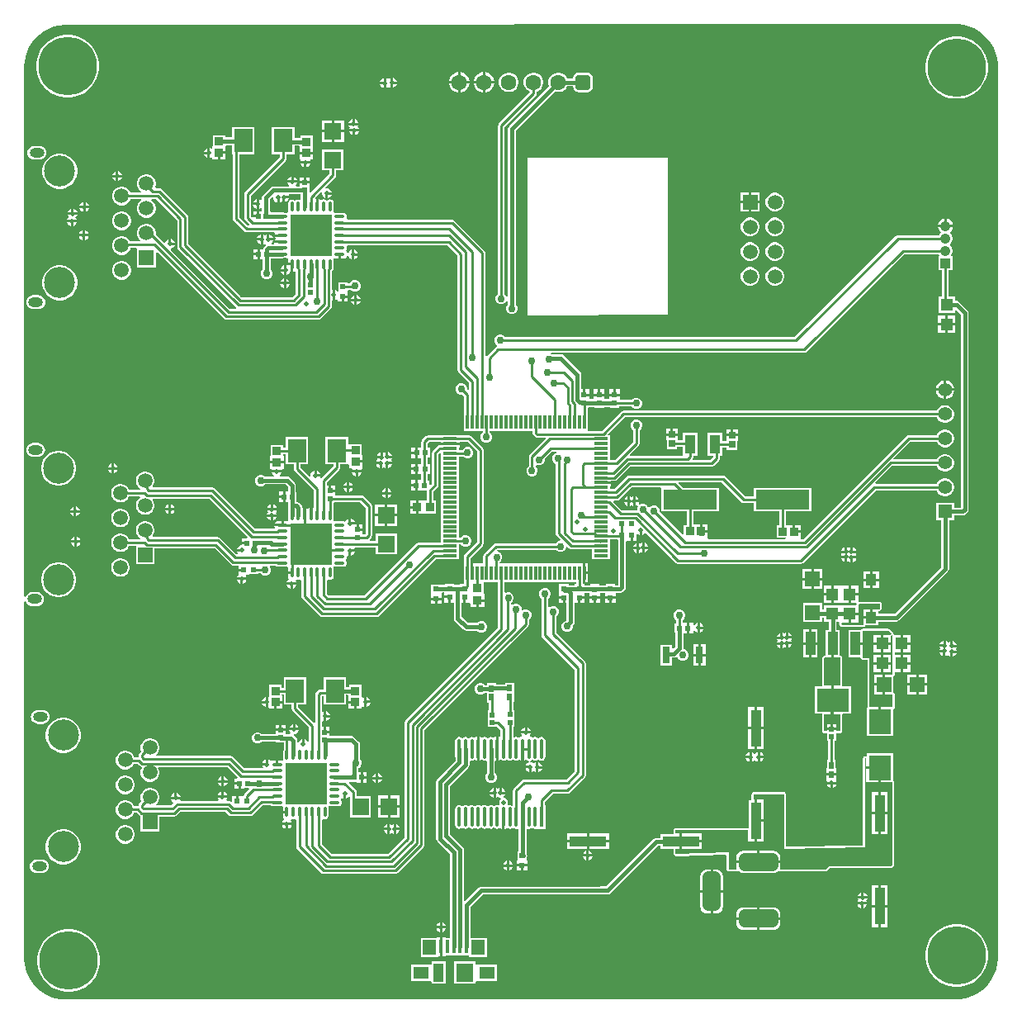
<source format=gtl>
G04*
G04 #@! TF.GenerationSoftware,Altium Limited,Altium Designer,22.5.1 (42)*
G04*
G04 Layer_Physical_Order=1*
G04 Layer_Color=255*
%FSLAX44Y44*%
%MOMM*%
G71*
G04*
G04 #@! TF.SameCoordinates,2ABD4F99-51B0-466E-819A-8B20F5DB8373*
G04*
G04*
G04 #@! TF.FilePolarity,Positive*
G04*
G01*
G75*
%ADD12C,0.2540*%
%ADD18R,0.5200X0.5200*%
%ADD19R,4.2000X4.2000*%
%ADD20O,1.1500X0.3000*%
%ADD21O,0.3000X1.1500*%
%ADD22R,0.3000X1.4750*%
%ADD23R,1.4750X0.3000*%
%ADD24R,4.2000X4.2000*%
%ADD25R,0.5200X0.5200*%
%ADD26R,0.5000X0.4750*%
%ADD27R,0.4750X0.5000*%
%ADD28R,3.8100X1.1000*%
%ADD29R,0.4000X2.0000*%
G04:AMPARAMS|DCode=30|XSize=2mm|YSize=0.4mm|CornerRadius=0.2mm|HoleSize=0mm|Usage=FLASHONLY|Rotation=90.000|XOffset=0mm|YOffset=0mm|HoleType=Round|Shape=RoundedRectangle|*
%AMROUNDEDRECTD30*
21,1,2.0000,0.0000,0,0,90.0*
21,1,1.6000,0.4000,0,0,90.0*
1,1,0.4000,0.0000,0.8000*
1,1,0.4000,0.0000,-0.8000*
1,1,0.4000,0.0000,-0.8000*
1,1,0.4000,0.0000,0.8000*
%
%ADD30ROUNDEDRECTD30*%
%ADD31R,0.6153X0.5725*%
%ADD32R,0.8500X0.8500*%
%ADD33R,1.9000X2.4000*%
%ADD34R,1.8000X1.7000*%
%ADD35R,1.1000X1.2000*%
%ADD36R,1.2700X1.2700*%
%ADD37R,0.4725X0.4682*%
%ADD38R,0.4500X1.3800*%
%ADD39R,1.4250X1.5500*%
%ADD40R,1.0000X1.9000*%
%ADD41R,1.8000X1.9000*%
%ADD42R,1.6500X1.3000*%
%ADD43R,0.5000X0.7000*%
%ADD44R,0.6000X0.5000*%
%ADD45R,1.7000X1.8000*%
%ADD46R,0.5725X0.6153*%
%ADD47R,0.8500X0.9000*%
%ADD48R,0.5000X0.6000*%
%ADD49R,0.6725X0.7393*%
%ADD50R,0.8500X0.8500*%
%ADD51R,0.8000X1.7000*%
%ADD52R,1.5240X1.5240*%
%ADD53R,1.5240X1.5240*%
%ADD54R,1.2700X1.2700*%
%ADD55R,1.1000X3.8100*%
%ADD56R,2.3000X2.5000*%
%ADD57R,1.0000X2.4000*%
%ADD58R,3.3000X2.4000*%
%ADD59R,1.1000X1.9000*%
%ADD60R,5.5000X2.0000*%
%ADD61R,0.9000X0.8500*%
%ADD86C,3.1800*%
%ADD87C,1.5000*%
%ADD88R,1.5000X1.5000*%
%ADD93R,1.4000X1.4000*%
%ADD94C,1.4000*%
%ADD99C,0.7500*%
%ADD103C,0.3810*%
%ADD104O,1.5240X1.0000*%
%ADD105C,1.6000*%
G04:AMPARAMS|DCode=106|XSize=1.6mm|YSize=1.6mm|CornerRadius=0.4mm|HoleSize=0mm|Usage=FLASHONLY|Rotation=180.000|XOffset=0mm|YOffset=0mm|HoleType=Round|Shape=RoundedRectangle|*
%AMROUNDEDRECTD106*
21,1,1.6000,0.8000,0,0,180.0*
21,1,0.8000,1.6000,0,0,180.0*
1,1,0.8000,-0.4000,0.4000*
1,1,0.8000,0.4000,0.4000*
1,1,0.8000,0.4000,-0.4000*
1,1,0.8000,-0.4000,-0.4000*
%
%ADD106ROUNDEDRECTD106*%
%ADD107C,1.0500*%
%ADD108R,1.0500X1.0500*%
G04:AMPARAMS|DCode=109|XSize=4mm|YSize=1.8mm|CornerRadius=0.45mm|HoleSize=0mm|Usage=FLASHONLY|Rotation=270.000|XOffset=0mm|YOffset=0mm|HoleType=Round|Shape=RoundedRectangle|*
%AMROUNDEDRECTD109*
21,1,4.0000,0.9000,0,0,270.0*
21,1,3.1000,1.8000,0,0,270.0*
1,1,0.9000,-0.4500,-1.5500*
1,1,0.9000,-0.4500,1.5500*
1,1,0.9000,0.4500,1.5500*
1,1,0.9000,0.4500,-1.5500*
%
%ADD109ROUNDEDRECTD109*%
G04:AMPARAMS|DCode=110|XSize=4mm|YSize=1.8mm|CornerRadius=0.45mm|HoleSize=0mm|Usage=FLASHONLY|Rotation=0.000|XOffset=0mm|YOffset=0mm|HoleType=Round|Shape=RoundedRectangle|*
%AMROUNDEDRECTD110*
21,1,4.0000,0.9000,0,0,0.0*
21,1,3.1000,1.8000,0,0,0.0*
1,1,0.9000,1.5500,-0.4500*
1,1,0.9000,-1.5500,-0.4500*
1,1,0.9000,-1.5500,0.4500*
1,1,0.9000,1.5500,0.4500*
%
%ADD110ROUNDEDRECTD110*%
%ADD111C,6.0000*%
%ADD112C,0.5080*%
%ADD113C,0.7620*%
%ADD114C,0.5000*%
G36*
X116393Y999998D02*
X113588Y1000073D01*
X108006Y999489D01*
X102548Y998182D01*
X97307Y996173D01*
X92374Y993498D01*
X87831Y990201D01*
X83758Y986340D01*
X80224Y981980D01*
X77289Y977196D01*
X75004Y972070D01*
X73407Y966690D01*
X72526Y961147D01*
X72451Y958342D01*
X72451Y958342D01*
X72451Y958342D01*
X72451Y413853D01*
X73721Y413601D01*
X74191Y414734D01*
X75318Y416203D01*
X76787Y417330D01*
X78497Y418039D01*
X80333Y418281D01*
X85573D01*
X87409Y418039D01*
X89119Y417330D01*
X90588Y416203D01*
X91715Y414734D01*
X92424Y413024D01*
X92666Y411188D01*
X92424Y409352D01*
X91715Y407642D01*
X90588Y406173D01*
X89119Y405046D01*
X87409Y404337D01*
X85573Y404095D01*
X80333D01*
X78497Y404337D01*
X76787Y405046D01*
X75318Y406173D01*
X74191Y407642D01*
X73721Y408775D01*
X72451Y408523D01*
Y40640D01*
X72634Y37843D01*
X73727Y32345D01*
X75529Y27037D01*
X78008Y22009D01*
X81122Y17348D01*
X84818Y13133D01*
X89032Y9436D01*
X93693Y6322D01*
X98721Y3842D01*
X104029Y2040D01*
X109527Y946D01*
X115120Y579D01*
X117917Y762D01*
X117917Y762D01*
X117917Y762D01*
X1028507D01*
X1031379Y837D01*
X1037054Y1735D01*
X1042563Y3366D01*
X1047812Y5703D01*
X1052711Y8704D01*
X1057177Y12320D01*
X1061132Y16487D01*
X1064510Y21135D01*
X1067252Y26184D01*
X1069311Y31548D01*
X1070653Y37134D01*
X1071254Y42848D01*
X1071179Y45720D01*
X1071179Y45720D01*
X1070925Y957072D01*
X1070933Y959927D01*
X1070205Y965591D01*
X1068743Y971111D01*
X1066573Y976393D01*
X1063732Y981346D01*
X1060269Y985887D01*
X1056243Y989936D01*
X1051723Y993426D01*
X1046786Y996295D01*
X1041517Y998496D01*
X1036005Y999990D01*
X1030346Y1000752D01*
X1027491Y1000760D01*
X1027491Y1000760D01*
X116393Y999998D01*
D02*
G37*
%LPC*%
G36*
X517087Y951610D02*
X517205D01*
Y942340D01*
X507935D01*
Y942458D01*
X508653Y945138D01*
X510041Y947542D01*
X512003Y949504D01*
X514407Y950892D01*
X517087Y951610D01*
D02*
G37*
G36*
X519745D02*
X519863D01*
X522543Y950892D01*
X524947Y949504D01*
X526909Y947542D01*
X528297Y945138D01*
X529015Y942458D01*
Y942340D01*
X519745D01*
Y951610D01*
D02*
G37*
G36*
X542487D02*
X542605D01*
Y942340D01*
X533335D01*
Y942458D01*
X534053Y945138D01*
X535441Y947542D01*
X537403Y949504D01*
X539807Y950892D01*
X542487Y951610D01*
D02*
G37*
G36*
X545145D02*
X545263D01*
X547943Y950892D01*
X550347Y949504D01*
X552309Y947542D01*
X553697Y945138D01*
X554415Y942458D01*
Y942340D01*
X545145D01*
Y951610D01*
D02*
G37*
G36*
X450911Y945535D02*
X452519Y944869D01*
X453948Y943440D01*
X454614Y941832D01*
X450911D01*
Y945535D01*
D02*
G37*
G36*
X441005Y945281D02*
Y941578D01*
X437303D01*
X437968Y943186D01*
X439398Y944615D01*
X441005Y945281D01*
D02*
G37*
G36*
X450911Y939292D02*
X454614D01*
X453948Y937684D01*
X452519Y936255D01*
X450911Y935590D01*
Y939292D01*
D02*
G37*
G36*
X437303Y939038D02*
X441005D01*
Y935335D01*
X439398Y936001D01*
X437968Y937430D01*
X437303Y939038D01*
D02*
G37*
G36*
X448371Y945535D02*
Y940562D01*
Y935590D01*
X446763Y936255D01*
X446085Y936934D01*
X445153Y936001D01*
X443545Y935335D01*
Y940308D01*
Y945281D01*
X445153Y944615D01*
X445831Y943936D01*
X446763Y944869D01*
X448371Y945535D01*
D02*
G37*
G36*
X567954Y951102D02*
X570596D01*
X573147Y950418D01*
X575435Y949098D01*
X577303Y947230D01*
X578623Y944942D01*
X579307Y942391D01*
Y939749D01*
X578623Y937198D01*
X577303Y934910D01*
X575435Y933042D01*
X573147Y931722D01*
X570596Y931038D01*
X567954D01*
X565403Y931722D01*
X563115Y933042D01*
X561247Y934910D01*
X559927Y937198D01*
X559243Y939749D01*
Y942391D01*
X559927Y944942D01*
X561247Y947230D01*
X563115Y949098D01*
X565403Y950418D01*
X567954Y951102D01*
D02*
G37*
G36*
X507935Y939800D02*
X517205D01*
Y930530D01*
X517087D01*
X514407Y931248D01*
X512003Y932636D01*
X510041Y934598D01*
X508653Y937002D01*
X507935Y939682D01*
Y939800D01*
D02*
G37*
G36*
X519745D02*
X529015D01*
Y939682D01*
X528297Y937002D01*
X526909Y934598D01*
X524947Y932636D01*
X522543Y931248D01*
X519863Y930530D01*
X519745D01*
Y939800D01*
D02*
G37*
G36*
X533335D02*
X542605D01*
Y930530D01*
X542487D01*
X539807Y931248D01*
X537403Y932636D01*
X535441Y934598D01*
X534053Y937002D01*
X533335Y939682D01*
Y939800D01*
D02*
G37*
G36*
X545145D02*
X554415D01*
Y939682D01*
X553697Y937002D01*
X552309Y934598D01*
X550347Y932636D01*
X547943Y931248D01*
X545263Y930530D01*
X545145D01*
Y939800D01*
D02*
G37*
G36*
X114126Y989612D02*
X119168D01*
X124148Y988823D01*
X128943Y987265D01*
X133435Y984976D01*
X137514Y982013D01*
X141080Y978447D01*
X144043Y974368D01*
X146332Y969876D01*
X147890Y965081D01*
X148679Y960101D01*
Y955059D01*
X147890Y950079D01*
X146332Y945284D01*
X144043Y940792D01*
X141080Y936713D01*
X137514Y933147D01*
X133435Y930184D01*
X128943Y927895D01*
X124148Y926337D01*
X119168Y925548D01*
X114126D01*
X109146Y926337D01*
X104351Y927895D01*
X99859Y930184D01*
X95780Y933147D01*
X92214Y936713D01*
X89251Y940792D01*
X86962Y945284D01*
X85404Y950079D01*
X84615Y955059D01*
Y960101D01*
X85404Y965081D01*
X86962Y969876D01*
X89251Y974368D01*
X92214Y978447D01*
X95780Y982013D01*
X99859Y984976D01*
X104351Y987265D01*
X109146Y988823D01*
X114126Y989612D01*
D02*
G37*
G36*
X1025986Y988342D02*
X1031028D01*
X1036008Y987553D01*
X1040803Y985995D01*
X1045295Y983706D01*
X1049374Y980743D01*
X1052940Y977177D01*
X1055903Y973098D01*
X1058192Y968606D01*
X1059750Y963811D01*
X1060539Y958831D01*
Y953789D01*
X1059750Y948809D01*
X1058192Y944014D01*
X1055903Y939522D01*
X1052940Y935443D01*
X1049374Y931877D01*
X1045295Y928914D01*
X1040803Y926625D01*
X1036008Y925067D01*
X1031028Y924278D01*
X1025986D01*
X1021006Y925067D01*
X1016211Y926625D01*
X1011719Y928914D01*
X1007640Y931877D01*
X1004074Y935443D01*
X1001111Y939522D01*
X998822Y944014D01*
X997264Y948809D01*
X996475Y953789D01*
Y958831D01*
X997264Y963811D01*
X998822Y968606D01*
X1001111Y973098D01*
X1004074Y977177D01*
X1007640Y980743D01*
X1011719Y983706D01*
X1016211Y985995D01*
X1021006Y987553D01*
X1025986Y988342D01*
D02*
G37*
G36*
X408747Y903117D02*
Y899414D01*
X405045D01*
X405710Y901022D01*
X407140Y902451D01*
X408747Y903117D01*
D02*
G37*
G36*
X411287D02*
X412895Y902451D01*
X414324Y901022D01*
X414990Y899414D01*
X411287D01*
Y903117D01*
D02*
G37*
G36*
X405045Y896874D02*
X414990D01*
X414373Y895385D01*
X414832Y894926D01*
X415498Y893318D01*
X405553D01*
X406170Y894807D01*
X405710Y895266D01*
X405045Y896874D01*
D02*
G37*
G36*
X377395Y902108D02*
X387665D01*
Y892338D01*
X377395D01*
Y902108D01*
D02*
G37*
G36*
X390205D02*
X400475D01*
Y892338D01*
X390205D01*
Y902108D01*
D02*
G37*
G36*
X405553Y890778D02*
X409255D01*
Y887076D01*
X407648Y887741D01*
X406218Y889170D01*
X405553Y890778D01*
D02*
G37*
G36*
X411795D02*
X415498D01*
X414832Y889170D01*
X413403Y887741D01*
X411795Y887076D01*
Y890778D01*
D02*
G37*
G36*
X377395Y889798D02*
X387665D01*
Y880028D01*
X377395D01*
Y889798D01*
D02*
G37*
G36*
X390205D02*
X400475D01*
Y880028D01*
X390205D01*
Y889798D01*
D02*
G37*
G36*
X260411Y873652D02*
Y869950D01*
X256709D01*
X257374Y871558D01*
X258804Y872987D01*
X260411Y873652D01*
D02*
G37*
G36*
X256709Y867410D02*
X260411D01*
Y863708D01*
X258804Y864373D01*
X257374Y865802D01*
X256709Y867410D01*
D02*
G37*
G36*
X273365Y867918D02*
X278885D01*
Y862398D01*
X273365D01*
Y867918D01*
D02*
G37*
G36*
X82603Y875827D02*
X87843D01*
X89679Y875585D01*
X91389Y874876D01*
X92858Y873749D01*
X93986Y872280D01*
X94694Y870570D01*
X94936Y868734D01*
X94694Y866898D01*
X93986Y865188D01*
X92858Y863719D01*
X91389Y862592D01*
X89679Y861883D01*
X87843Y861641D01*
X82603D01*
X80767Y861883D01*
X79057Y862592D01*
X77588Y863719D01*
X76461Y865188D01*
X75752Y866898D01*
X75510Y868734D01*
X75752Y870570D01*
X76461Y872280D01*
X77588Y873749D01*
X79057Y874876D01*
X80767Y875585D01*
X82603Y875827D01*
D02*
G37*
G36*
X354967Y867410D02*
X361757D01*
X368547D01*
Y861890D01*
X366197D01*
X365491Y860834D01*
X365714Y860298D01*
X355769D01*
X355991Y860834D01*
X355285Y861890D01*
X354967D01*
Y867410D01*
D02*
G37*
G36*
X355769Y857758D02*
X359471D01*
Y854055D01*
X357864Y854721D01*
X356434Y856150D01*
X355769Y857758D01*
D02*
G37*
G36*
X362011D02*
X365714D01*
X365048Y856150D01*
X363619Y854721D01*
X362011Y854055D01*
Y857758D01*
D02*
G37*
G36*
X166431Y850031D02*
Y846328D01*
X162729D01*
X163394Y847936D01*
X164823Y849365D01*
X166431Y850031D01*
D02*
G37*
G36*
X168971D02*
X170579Y849365D01*
X172008Y847936D01*
X172674Y846328D01*
X168971D01*
Y850031D01*
D02*
G37*
G36*
X346009Y844443D02*
Y840740D01*
X342307D01*
X342972Y842348D01*
X344402Y843777D01*
X346009Y844443D01*
D02*
G37*
G36*
X348549D02*
X350157Y843777D01*
X351586Y842348D01*
X352252Y840740D01*
X348549D01*
Y844443D01*
D02*
G37*
G36*
X162729Y843788D02*
X166431D01*
Y840086D01*
X164823Y840751D01*
X163394Y842180D01*
X162729Y843788D01*
D02*
G37*
G36*
X168971D02*
X172674D01*
X172008Y842180D01*
X170579Y840751D01*
X168971Y840086D01*
Y843788D01*
D02*
G37*
G36*
X354839Y843466D02*
X358709D01*
Y839596D01*
X354839D01*
Y843466D01*
D02*
G37*
G36*
X361249D02*
X365119D01*
Y839596D01*
X361249D01*
Y843466D01*
D02*
G37*
G36*
X107007Y867816D02*
X110539D01*
X114004Y867127D01*
X117267Y865775D01*
X120204Y863813D01*
X122702Y861315D01*
X124664Y858378D01*
X126016Y855115D01*
X126705Y851650D01*
Y848118D01*
X126016Y844653D01*
X124664Y841390D01*
X122702Y838453D01*
X120204Y835955D01*
X117267Y833993D01*
X114004Y832641D01*
X110539Y831952D01*
X107007D01*
X103542Y832641D01*
X100279Y833993D01*
X97342Y835955D01*
X94844Y838453D01*
X92882Y841390D01*
X91530Y844653D01*
X90841Y848118D01*
Y851650D01*
X91530Y855115D01*
X92882Y858378D01*
X94844Y861315D01*
X97342Y863813D01*
X100279Y865775D01*
X103542Y867127D01*
X107007Y867816D01*
D02*
G37*
G36*
X383855Y826008D02*
X387558D01*
X386892Y824400D01*
X385463Y822971D01*
X383855Y822306D01*
Y826008D01*
D02*
G37*
G36*
X806673Y828428D02*
X815443D01*
Y819658D01*
X806673D01*
Y828428D01*
D02*
G37*
G36*
X817983D02*
X826753D01*
Y819658D01*
X817983D01*
Y828428D01*
D02*
G37*
G36*
X310449Y821329D02*
Y817626D01*
X306747D01*
X307412Y819234D01*
X308841Y820663D01*
X310449Y821329D01*
D02*
G37*
G36*
X132649Y818280D02*
Y814578D01*
X128947D01*
X129612Y816186D01*
X131041Y817615D01*
X132649Y818280D01*
D02*
G37*
G36*
X135189D02*
X136797Y817615D01*
X138226Y816186D01*
X138892Y814578D01*
X135189D01*
Y818280D01*
D02*
G37*
G36*
X306747Y815086D02*
X310449D01*
Y811384D01*
X308841Y812049D01*
X307412Y813478D01*
X306747Y815086D01*
D02*
G37*
G36*
X840858Y827920D02*
X843368D01*
X845792Y827270D01*
X847966Y826015D01*
X849741Y824241D01*
X850995Y822067D01*
X851645Y819643D01*
Y817133D01*
X850995Y814709D01*
X849741Y812535D01*
X847966Y810760D01*
X845792Y809506D01*
X843368Y808856D01*
X840858D01*
X838434Y809506D01*
X836260Y810760D01*
X834486Y812535D01*
X833231Y814709D01*
X832581Y817133D01*
Y819643D01*
X833231Y822067D01*
X834486Y824241D01*
X836260Y826015D01*
X838434Y827270D01*
X840858Y827920D01*
D02*
G37*
G36*
X806673Y817118D02*
X815443D01*
Y808348D01*
X806673D01*
Y817118D01*
D02*
G37*
G36*
X817983D02*
X826753D01*
Y808348D01*
X817983D01*
Y817118D01*
D02*
G37*
G36*
X128947Y812038D02*
X132649D01*
Y808335D01*
X131041Y809001D01*
X129612Y810430D01*
X128947Y812038D01*
D02*
G37*
G36*
X135189D02*
X138892D01*
X138226Y810430D01*
X136797Y809001D01*
X135189Y808335D01*
Y812038D01*
D02*
G37*
G36*
X120457Y811423D02*
Y807720D01*
X116755D01*
X117420Y809328D01*
X118849Y810757D01*
X120457Y811423D01*
D02*
G37*
G36*
X122997D02*
X124605Y810757D01*
X126034Y809328D01*
X126700Y807720D01*
X122997D01*
Y811423D01*
D02*
G37*
G36*
X307151Y809050D02*
X311021D01*
Y805180D01*
X307151D01*
Y809050D01*
D02*
G37*
G36*
X116755Y805180D02*
X126700D01*
X126034Y803572D01*
X124847Y802386D01*
X125526Y801708D01*
X126192Y800100D01*
X116247D01*
X116912Y801708D01*
X118099Y802894D01*
X117420Y803572D01*
X116755Y805180D01*
D02*
G37*
G36*
X1015807Y801475D02*
Y795020D01*
X1009353D01*
X1009818Y796757D01*
X1010844Y798533D01*
X1012294Y799984D01*
X1014070Y801009D01*
X1015807Y801475D01*
D02*
G37*
G36*
X1018347D02*
X1020084Y801009D01*
X1021860Y799984D01*
X1023311Y798533D01*
X1024336Y796757D01*
X1024802Y795020D01*
X1018347D01*
Y801475D01*
D02*
G37*
G36*
X285349Y895412D02*
X308413D01*
Y867348D01*
X292988D01*
Y802765D01*
X301788Y793965D01*
X303063D01*
X303589Y795235D01*
X298924Y799899D01*
X298195Y800992D01*
X297938Y802280D01*
Y826516D01*
X298195Y827804D01*
X298924Y828897D01*
X334514Y864486D01*
Y867348D01*
X326349D01*
Y895412D01*
X349413D01*
Y884194D01*
X355475D01*
Y886462D01*
X368039D01*
Y875470D01*
X368547D01*
Y869950D01*
X361757D01*
X354967D01*
Y875470D01*
X353985Y876166D01*
X349413D01*
Y867348D01*
X341248D01*
Y863092D01*
X340992Y861804D01*
X340262Y860711D01*
X304672Y825122D01*
Y803675D01*
X305978Y802369D01*
X306633Y802640D01*
X312291D01*
Y803910D01*
X313561D01*
Y809050D01*
X316277D01*
Y811934D01*
X315007Y812460D01*
X314597Y812049D01*
X312989Y811384D01*
Y816356D01*
Y821329D01*
X314597Y820663D01*
X315007Y820252D01*
X316277Y820778D01*
Y822896D01*
X316583Y824432D01*
X317453Y825734D01*
X324883Y833164D01*
X326185Y834035D01*
X327721Y834340D01*
X343429D01*
X343955Y835610D01*
X342972Y836592D01*
X342307Y838200D01*
X352252D01*
X351586Y836592D01*
X350603Y835610D01*
X351129Y834340D01*
X354839D01*
Y837056D01*
X359979D01*
X365119D01*
Y833186D01*
X364611D01*
Y827917D01*
X365784Y827431D01*
X385568Y847215D01*
Y851036D01*
X377903D01*
Y872100D01*
X399967D01*
Y851036D01*
X392302D01*
Y845820D01*
X392046Y844532D01*
X391316Y843439D01*
X381455Y833578D01*
X382030Y832358D01*
X383596D01*
X385463Y831585D01*
X386892Y830156D01*
X387558Y828548D01*
X382585D01*
Y827278D01*
X381315D01*
Y822306D01*
X379707Y822971D01*
X378278Y824400D01*
X377505Y826267D01*
Y827833D01*
X376285Y828409D01*
X370552Y822675D01*
X370603Y822471D01*
X371253Y821404D01*
X371559Y821464D01*
Y813348D01*
X374099D01*
Y821464D01*
X374405Y821404D01*
X375575Y820622D01*
X376783Y820144D01*
X377951Y820925D01*
X379329Y821199D01*
X380707Y820925D01*
X381792Y820200D01*
X382165Y820042D01*
X382993D01*
X383366Y820200D01*
X384451Y820925D01*
X385829Y821199D01*
X387207Y820925D01*
X388376Y820144D01*
X389156Y818976D01*
X389430Y817598D01*
Y809098D01*
X389393Y808908D01*
X389869Y807638D01*
X391139Y807161D01*
X391329Y807199D01*
X399829D01*
X401207Y806925D01*
X402375Y806144D01*
X403156Y804976D01*
X403430Y803598D01*
X403156Y802220D01*
X402832Y801735D01*
X403511Y800465D01*
X511063D01*
X512351Y800208D01*
X513444Y799479D01*
X543928Y768995D01*
X544658Y767902D01*
X544914Y766614D01*
Y660411D01*
X545134Y660245D01*
X546828Y660495D01*
X555972Y669639D01*
X556895Y670255D01*
X557046Y670671D01*
X557082Y670900D01*
X557107Y671672D01*
X555686Y673093D01*
X554797Y675240D01*
Y677564D01*
X555686Y679711D01*
X557330Y681355D01*
X559477Y682244D01*
X561801D01*
X563948Y681355D01*
X565534Y679769D01*
X862266D01*
X965928Y783431D01*
X967021Y784160D01*
X968309Y784417D01*
X1010612D01*
X1011250Y785521D01*
X1011967Y786238D01*
X1012260Y787385D01*
X1011911Y787899D01*
X1010844Y788967D01*
X1009818Y790743D01*
X1009353Y792480D01*
X1017077D01*
X1024802D01*
X1024336Y790743D01*
X1023311Y788967D01*
X1022243Y787899D01*
X1021894Y787385D01*
X1022187Y786238D01*
X1022904Y785521D01*
X1023863Y783861D01*
X1024359Y782009D01*
Y780091D01*
X1023863Y778239D01*
X1022904Y776579D01*
X1021815Y775490D01*
X1021655Y774700D01*
X1021815Y773910D01*
X1022904Y772821D01*
X1023863Y771161D01*
X1024359Y769309D01*
Y767391D01*
X1023863Y765539D01*
X1023091Y764202D01*
X1023598Y762932D01*
X1024359D01*
Y748368D01*
X1020444D01*
Y721294D01*
X1026729D01*
Y716926D01*
X1028573D01*
X1030109Y716620D01*
X1031412Y715750D01*
X1039727Y707434D01*
X1040598Y706132D01*
X1040903Y704596D01*
Y503158D01*
X1040598Y501622D01*
X1039727Y500319D01*
X1037496Y498088D01*
X1036193Y497217D01*
X1034657Y496912D01*
X1025855D01*
Y491894D01*
X1020837D01*
Y442468D01*
X1020532Y440932D01*
X1019661Y439630D01*
X969425Y389393D01*
X968123Y388523D01*
X966587Y388218D01*
X948353D01*
Y384214D01*
X934785D01*
X934696Y383763D01*
X934247Y383091D01*
X933574Y382642D01*
X932782Y382484D01*
X911667D01*
X911667Y382484D01*
X910874Y382642D01*
X910202Y383091D01*
X910202Y383091D01*
X908678Y384615D01*
X908229Y385287D01*
X908071Y386080D01*
X908172Y386588D01*
X907476Y387858D01*
X905521D01*
Y379836D01*
X908539D01*
Y353336D01*
X909047D01*
X909379Y353270D01*
X909715Y353225D01*
X909773Y353191D01*
X909840Y353178D01*
X910121Y352990D01*
X910414Y352821D01*
X910456Y352767D01*
X910512Y352729D01*
X910700Y352447D01*
X910906Y352179D01*
X910923Y352113D01*
X910961Y352057D01*
X911027Y351725D01*
X911115Y351398D01*
X911195Y350161D01*
X911186Y350094D01*
X911199Y350027D01*
Y322344D01*
X911616Y321836D01*
X920039D01*
Y293772D01*
X911616D01*
X911199Y293264D01*
Y275844D01*
X911041Y275051D01*
X910592Y274379D01*
X909920Y273930D01*
X909127Y273772D01*
X905393D01*
X904885Y272578D01*
Y265629D01*
X903604D01*
Y246180D01*
X904515D01*
Y237688D01*
X905023D01*
Y232918D01*
X899983D01*
X894943D01*
Y237688D01*
X895451D01*
Y246180D01*
X896870D01*
Y265629D01*
X896097D01*
Y272578D01*
X895589Y273772D01*
X892871D01*
X892078Y273930D01*
X891406Y274379D01*
X890957Y275051D01*
X890799Y275844D01*
Y293264D01*
X890382Y293772D01*
X882975D01*
Y321836D01*
X890382D01*
X890799Y322344D01*
Y350844D01*
X890805Y350872D01*
X890800Y350899D01*
X890883Y351267D01*
X890957Y351637D01*
X890973Y351660D01*
X890979Y351688D01*
X891196Y351995D01*
X891406Y352309D01*
X891430Y352325D01*
X891446Y352347D01*
X891764Y352548D01*
X892078Y352758D01*
X892106Y352763D01*
X892130Y352779D01*
X893226Y353199D01*
X893597Y353262D01*
X893967Y353336D01*
X894141Y353336D01*
X894475Y354524D01*
Y379836D01*
X897493D01*
Y387858D01*
X892871D01*
Y392226D01*
X890585D01*
Y387858D01*
X871281D01*
Y407162D01*
X890585D01*
Y400254D01*
X892871D01*
Y404622D01*
X909635D01*
Y404622D01*
X910651D01*
Y404622D01*
X924896D01*
X925875Y405440D01*
X925960Y405676D01*
X926009Y405923D01*
X926096Y406053D01*
X926106Y406080D01*
X925939Y406507D01*
X925360Y407350D01*
X920303D01*
Y414970D01*
X927923D01*
Y409399D01*
X927965Y409258D01*
X928536Y408218D01*
X946798D01*
X946942Y408314D01*
X947735Y408472D01*
X949662D01*
X950455Y408314D01*
X951127Y407865D01*
X951441Y407395D01*
X951576Y407193D01*
X951681Y406939D01*
X951839Y406146D01*
Y401666D01*
X951836Y401651D01*
X951839Y401636D01*
X951757Y401254D01*
X951681Y400873D01*
X951673Y400860D01*
X951669Y400845D01*
X951449Y400525D01*
X951232Y400201D01*
X951219Y400192D01*
X951211Y400179D01*
X950305Y399300D01*
X949978Y399088D01*
X949654Y398872D01*
X949639Y398869D01*
X949626Y398861D01*
X949243Y398790D01*
X948861Y398714D01*
X948353D01*
Y396246D01*
X964924D01*
X1012809Y444131D01*
Y491894D01*
X1007791D01*
Y509958D01*
X1025855D01*
Y504940D01*
X1032875D01*
Y702933D01*
X1027999Y707809D01*
X1026729Y707283D01*
Y704530D01*
X1009965D01*
Y721294D01*
X1013710D01*
Y748368D01*
X1009795D01*
Y762932D01*
X1010170D01*
X1010734Y764128D01*
X1010186Y764983D01*
X974964D01*
X874858Y664877D01*
X873766Y664148D01*
X872478Y663891D01*
X612861D01*
X612608Y662621D01*
X613799Y662128D01*
X622615D01*
X624151Y661823D01*
X625453Y660952D01*
X642276Y644130D01*
X643146Y642828D01*
X643452Y641291D01*
Y626328D01*
X644967D01*
Y620711D01*
X646237D01*
Y619441D01*
X651639D01*
Y616154D01*
X656583D01*
Y619441D01*
X661985D01*
X667387D01*
Y616154D01*
X672331D01*
Y619441D01*
X677733D01*
X683135D01*
Y615380D01*
X695317D01*
X696776Y616839D01*
X698923Y617728D01*
X701247D01*
X703394Y616839D01*
X705038Y615195D01*
X705927Y613048D01*
Y610724D01*
X705038Y608577D01*
X703394Y606933D01*
X701247Y606044D01*
X698923D01*
X696776Y606933D01*
X695132Y608577D01*
X695104Y608646D01*
X682627D01*
Y607031D01*
X672839D01*
Y608126D01*
X666879D01*
Y607031D01*
X657091D01*
Y608126D01*
X651131D01*
Y607031D01*
X649914D01*
Y602407D01*
X650079D01*
Y583757D01*
X655023D01*
X655184Y583789D01*
X664940D01*
X684458Y603307D01*
X685551Y604036D01*
X686839Y604293D01*
X1008375D01*
X1008407Y604412D01*
X1009596Y606472D01*
X1011277Y608153D01*
X1013337Y609342D01*
X1015634Y609958D01*
X1018012D01*
X1020309Y609342D01*
X1022369Y608153D01*
X1024051Y606472D01*
X1025239Y604412D01*
X1025855Y602115D01*
Y599737D01*
X1025239Y597440D01*
X1024051Y595380D01*
X1022369Y593699D01*
X1020309Y592509D01*
X1018012Y591894D01*
X1015634D01*
X1013337Y592509D01*
X1011277Y593699D01*
X1009596Y595380D01*
X1008407Y597440D01*
X1008375Y597559D01*
X688234D01*
X671000Y580325D01*
X671486Y579152D01*
X673334D01*
Y572088D01*
Y562088D01*
Y553987D01*
X678318D01*
X696718Y572387D01*
Y584639D01*
X695132Y586225D01*
X694243Y588372D01*
Y590696D01*
X695132Y592843D01*
X696776Y594487D01*
X698923Y595376D01*
X701247D01*
X703394Y594487D01*
X705038Y592843D01*
X705927Y590696D01*
Y588372D01*
X705038Y586225D01*
X703452Y584639D01*
Y570992D01*
X703195Y569704D01*
X702466Y568611D01*
X693384Y559530D01*
X693870Y558357D01*
X746691D01*
X747925Y558444D01*
Y567278D01*
X742055D01*
Y564916D01*
X731267D01*
Y573739D01*
X730759D01*
Y578706D01*
X736661D01*
X742563D01*
Y574011D01*
X747925D01*
Y581508D01*
X762989D01*
Y558444D01*
X758824D01*
Y557530D01*
X758568Y556242D01*
X757838Y555149D01*
X757646Y554958D01*
X758132Y553785D01*
X775869D01*
X779258Y557174D01*
X779243Y558444D01*
X772925D01*
Y581508D01*
X787989D01*
Y573343D01*
X792227D01*
Y578037D01*
X798129D01*
X804031D01*
Y573071D01*
X803523D01*
Y564247D01*
X792735D01*
Y566609D01*
X787989D01*
Y558444D01*
X786002D01*
Y555790D01*
X785745Y554502D01*
X785016Y553409D01*
X779644Y548037D01*
X778551Y547308D01*
X777263Y547051D01*
X777263Y547051D01*
X693975D01*
X680163Y533239D01*
X679071Y532510D01*
X677783Y532253D01*
X673842D01*
Y531890D01*
X663927D01*
Y529350D01*
X673842D01*
Y526580D01*
X673334D01*
Y523987D01*
X677413D01*
X690477Y537051D01*
X691569Y537780D01*
X692858Y538037D01*
X788985D01*
X790274Y537780D01*
X791366Y537051D01*
X811716Y516701D01*
X820671D01*
Y525366D01*
X879735D01*
Y501302D01*
X853570D01*
Y486850D01*
X855163D01*
Y487358D01*
X860683D01*
Y480568D01*
X861953D01*
Y479298D01*
X868743D01*
Y473778D01*
X869657Y472918D01*
X871708D01*
X977097Y578307D01*
X978189Y579036D01*
X979477Y579293D01*
X1008375D01*
X1008407Y579412D01*
X1009596Y581472D01*
X1011277Y583153D01*
X1013337Y584342D01*
X1015634Y584958D01*
X1018012D01*
X1020309Y584342D01*
X1022369Y583153D01*
X1024051Y581472D01*
X1025239Y579412D01*
X1025855Y577115D01*
Y574737D01*
X1025239Y572440D01*
X1024051Y570380D01*
X1022369Y568699D01*
X1020309Y567509D01*
X1018012Y566894D01*
X1015634D01*
X1013337Y567509D01*
X1011277Y568699D01*
X1009596Y570380D01*
X1008407Y572440D01*
X1008375Y572559D01*
X980872D01*
X963779Y555466D01*
X964265Y554293D01*
X1008375D01*
X1008407Y554412D01*
X1009596Y556472D01*
X1011277Y558153D01*
X1013337Y559342D01*
X1015634Y559958D01*
X1018012D01*
X1020309Y559342D01*
X1022369Y558153D01*
X1024051Y556472D01*
X1025239Y554412D01*
X1025855Y552115D01*
Y549737D01*
X1025239Y547440D01*
X1024051Y545380D01*
X1022369Y543699D01*
X1020309Y542509D01*
X1018012Y541894D01*
X1015634D01*
X1013337Y542509D01*
X1011277Y543699D01*
X1009596Y545380D01*
X1008407Y547440D01*
X1008375Y547559D01*
X962338D01*
X945341Y530563D01*
X945867Y529293D01*
X1008375D01*
X1008407Y529412D01*
X1009596Y531472D01*
X1011277Y533153D01*
X1013337Y534342D01*
X1015634Y534958D01*
X1018012D01*
X1020309Y534342D01*
X1022369Y533153D01*
X1024051Y531472D01*
X1025239Y529412D01*
X1025855Y527115D01*
Y524737D01*
X1025239Y522440D01*
X1024051Y520380D01*
X1022369Y518699D01*
X1020309Y517509D01*
X1018012Y516894D01*
X1015634D01*
X1013337Y517509D01*
X1011277Y518699D01*
X1009596Y520380D01*
X1008407Y522440D01*
X1008375Y522559D01*
X945466D01*
X871281Y448375D01*
X870189Y447645D01*
X868900Y447389D01*
X742824D01*
X741536Y447645D01*
X740444Y448375D01*
X709710Y479109D01*
X708964Y478960D01*
X707535Y477531D01*
X705927Y476866D01*
Y481838D01*
X703387D01*
Y476866D01*
X701779Y477531D01*
X701566Y477744D01*
X700393Y477258D01*
Y470964D01*
X696623D01*
Y476504D01*
X694083D01*
Y470964D01*
X690313D01*
X689272Y470412D01*
Y423586D01*
X688966Y422049D01*
X688096Y420747D01*
X685864Y418515D01*
X684562Y417645D01*
X683026Y417340D01*
X678817D01*
Y414052D01*
X673415D01*
X668013D01*
Y417340D01*
X662815D01*
Y414020D01*
X657413D01*
X652011D01*
Y417340D01*
X647067D01*
Y414085D01*
X641665D01*
Y412815D01*
X640395D01*
Y407198D01*
X636731D01*
Y387814D01*
X636425Y386278D01*
X635555Y384976D01*
X635051Y384472D01*
X635061Y384448D01*
Y382124D01*
X634172Y379977D01*
X632528Y378333D01*
X630381Y377444D01*
X628057D01*
X625910Y378333D01*
X624266Y379977D01*
X623377Y382124D01*
Y384448D01*
X624266Y386595D01*
X625910Y388239D01*
X628057Y389128D01*
X628353D01*
X628702Y389477D01*
Y407166D01*
X627187D01*
Y412782D01*
X625917D01*
Y414052D01*
X620515D01*
Y418399D01*
X621023D01*
Y426462D01*
X630811D01*
Y425368D01*
X636771D01*
Y426495D01*
X638180D01*
Y428833D01*
X564914D01*
Y418643D01*
X566184Y417794D01*
X567497Y418338D01*
X569821D01*
X571968Y417449D01*
X573612Y415805D01*
X574501Y413658D01*
Y411334D01*
X573612Y409187D01*
X571968Y407543D01*
X571913Y407520D01*
Y406005D01*
X573086Y405519D01*
X573332Y405765D01*
X575479Y406654D01*
X577803D01*
X579950Y405765D01*
X581594Y404121D01*
X582483Y401974D01*
Y400880D01*
X582556Y400788D01*
X583753Y400136D01*
X585385Y400812D01*
X587709D01*
X589856Y399923D01*
X591500Y398279D01*
X592389Y396132D01*
Y393808D01*
X591500Y391661D01*
X589914Y390075D01*
Y385318D01*
X589658Y384030D01*
X588928Y382937D01*
X585118Y379127D01*
X482980Y276990D01*
X482980Y159512D01*
X482723Y158224D01*
X481994Y157131D01*
X455324Y130461D01*
X454231Y129732D01*
X452943Y129475D01*
X379029D01*
X377741Y129732D01*
X376648Y130461D01*
X352304Y154805D01*
X351575Y155898D01*
X351318Y157186D01*
Y185068D01*
X350048Y185747D01*
X349563Y185423D01*
X348185Y185149D01*
X346807Y185423D01*
X346660Y185521D01*
X345192Y185029D01*
X345064Y184692D01*
X345087Y184637D01*
X345998Y183726D01*
X346664Y182118D01*
X336719D01*
X337384Y183726D01*
X338291Y184632D01*
X338673Y185588D01*
X338419Y186366D01*
X337879Y187174D01*
X337566Y188750D01*
Y191730D01*
X341685D01*
Y194270D01*
X337566D01*
Y197250D01*
X337748Y198165D01*
X337135Y198902D01*
X336375Y199187D01*
X336185Y199149D01*
X327685D01*
X326307Y199423D01*
X325139Y200204D01*
X325043Y200347D01*
X316924D01*
X306474Y189897D01*
X305381Y189168D01*
X304093Y188911D01*
X284425D01*
X283137Y189168D01*
X282045Y189897D01*
X278967Y192975D01*
X232457D01*
X228792Y189310D01*
X227700Y188580D01*
X226411Y188324D01*
X210761D01*
Y173094D01*
X191697D01*
Y188514D01*
X191363Y188580D01*
X190271Y189310D01*
X187621Y191959D01*
X184795D01*
X184711Y191647D01*
X183457Y189473D01*
X181682Y187698D01*
X179508Y186444D01*
X177084Y185794D01*
X174574D01*
X172150Y186444D01*
X169976Y187698D01*
X168202Y189473D01*
X166947Y191647D01*
X166297Y194071D01*
Y196581D01*
X166947Y199005D01*
X168202Y201179D01*
X169976Y202953D01*
X172150Y204208D01*
X174574Y204858D01*
X177084D01*
X179508Y204208D01*
X181682Y202953D01*
X183457Y201179D01*
X184711Y199005D01*
X184795Y198693D01*
X189016D01*
X189691Y199247D01*
Y199854D01*
X189947Y201143D01*
X190677Y202235D01*
X192508Y204067D01*
X192347Y204347D01*
X191697Y206771D01*
Y209281D01*
X192347Y211705D01*
X193602Y213879D01*
X195376Y215653D01*
X197550Y216908D01*
X199974Y217558D01*
X202484D01*
X204908Y216908D01*
X207082Y215653D01*
X208857Y213879D01*
X210111Y211705D01*
X210761Y209281D01*
Y206771D01*
X210111Y204347D01*
X208857Y202173D01*
X207582Y200899D01*
X208108Y199629D01*
X223123D01*
X225150Y201656D01*
X224942Y202701D01*
X224711Y203013D01*
X223338Y204386D01*
X222673Y205994D01*
X232618D01*
X232434Y205551D01*
X233283Y204281D01*
X271178D01*
X271704Y205551D01*
X271344Y205910D01*
X270679Y207518D01*
X280624D01*
X279958Y205910D01*
X279598Y205551D01*
X280124Y204281D01*
X282255D01*
X283543Y204024D01*
X284407Y203448D01*
X285677Y203849D01*
Y209510D01*
X289321D01*
Y204470D01*
X291861D01*
Y209510D01*
X295506D01*
Y209510D01*
X296206Y209128D01*
X296730Y209216D01*
X297514Y209533D01*
X297732Y210630D01*
X298462Y211722D01*
X302931Y216191D01*
X302444Y217364D01*
X298381D01*
Y216856D01*
X294511D01*
Y221996D01*
X293241D01*
Y223266D01*
X288101D01*
Y227136D01*
X290762D01*
X291288Y228406D01*
X280491Y239203D01*
X210170D01*
X209535Y238103D01*
X210111Y237105D01*
X210761Y234681D01*
Y232171D01*
X210111Y229747D01*
X208857Y227573D01*
X207082Y225798D01*
X204908Y224544D01*
X202484Y223894D01*
X199974D01*
X197550Y224544D01*
X195376Y225798D01*
X193602Y227573D01*
X192347Y229747D01*
X191697Y232171D01*
Y234681D01*
X192347Y237105D01*
X192855Y237985D01*
X192210Y239408D01*
X191951Y239460D01*
X190859Y240189D01*
X188510Y242538D01*
X184736D01*
X184711Y242447D01*
X183457Y240273D01*
X181682Y238498D01*
X179508Y237244D01*
X177084Y236594D01*
X174574D01*
X172150Y237244D01*
X169976Y238498D01*
X168202Y240273D01*
X166947Y242447D01*
X166297Y244871D01*
Y247381D01*
X166947Y249805D01*
X168202Y251979D01*
X169976Y253754D01*
X172150Y255008D01*
X174574Y255658D01*
X177084D01*
X179508Y255008D01*
X181682Y253754D01*
X183457Y251979D01*
X184711Y249805D01*
X184854Y249272D01*
X189771D01*
Y251242D01*
X190027Y252530D01*
X190756Y253623D01*
X192333Y255199D01*
X191697Y257571D01*
Y260081D01*
X192347Y262505D01*
X193602Y264679D01*
X195376Y266453D01*
X197550Y267708D01*
X199974Y268358D01*
X202484D01*
X204908Y267708D01*
X207082Y266453D01*
X208857Y264679D01*
X210111Y262505D01*
X210761Y260081D01*
Y257571D01*
X210111Y255147D01*
X208857Y252973D01*
X207662Y251779D01*
X208188Y250509D01*
X283779D01*
X285067Y250252D01*
X286160Y249523D01*
X298030Y237653D01*
X316683D01*
X317169Y238826D01*
X317064Y238930D01*
X316399Y240538D01*
X321371D01*
Y241808D01*
X322641D01*
Y246780D01*
X324249Y246115D01*
X325329Y245035D01*
X326109Y245556D01*
X327685Y245869D01*
X330665D01*
Y241750D01*
X333205D01*
Y245869D01*
X336185D01*
X337100Y245687D01*
X337837Y246300D01*
X338122Y247060D01*
X338084Y247250D01*
Y255750D01*
X338318Y256929D01*
Y264289D01*
X336417D01*
X336092Y264354D01*
X330455D01*
Y264972D01*
X315967D01*
X315028Y264033D01*
X312881Y263144D01*
X310557D01*
X308410Y264033D01*
X306766Y265677D01*
X305877Y267824D01*
Y270148D01*
X306766Y272295D01*
X308410Y273939D01*
X310557Y274828D01*
X312881D01*
X315028Y273939D01*
X315967Y273000D01*
X329947D01*
Y275716D01*
X335087D01*
X340227D01*
Y272951D01*
X345002D01*
X345528Y274221D01*
X344750Y274998D01*
X344085Y276606D01*
X354030D01*
X353364Y274998D01*
X351935Y273569D01*
X350067Y272796D01*
X349118D01*
X348910Y272505D01*
X348638Y271526D01*
X351023Y269140D01*
X351894Y267838D01*
X352199Y266302D01*
Y263874D01*
X353375Y263647D01*
X354148Y265514D01*
X355578Y266943D01*
X357185Y267609D01*
Y262636D01*
X359725D01*
Y267609D01*
X361333Y266943D01*
X362762Y265514D01*
X363048Y264821D01*
X364318Y265074D01*
Y279951D01*
X347587Y296683D01*
X346857Y297776D01*
X346600Y299064D01*
Y302960D01*
X338435D01*
Y313533D01*
X336289D01*
Y312190D01*
X336797D01*
Y306670D01*
X330007D01*
Y305400D01*
X328737D01*
Y298610D01*
X323217D01*
Y299790D01*
X322387Y300345D01*
Y305562D01*
Y310779D01*
X323217Y311334D01*
Y312190D01*
X323725D01*
Y323182D01*
X336289D01*
Y320267D01*
X338435D01*
Y331024D01*
X361499D01*
Y302960D01*
X353334D01*
Y300459D01*
X369548Y284244D01*
X370818Y284770D01*
Y313472D01*
X371075Y314760D01*
X371804Y315853D01*
X373292Y317341D01*
X374385Y318070D01*
X375673Y318327D01*
X379435D01*
Y331024D01*
X402499D01*
Y321076D01*
X405513D01*
Y323344D01*
X418077D01*
Y312352D01*
X418585D01*
Y310782D01*
X419855Y310234D01*
X421193Y310788D01*
Y305816D01*
Y300844D01*
X419855Y301398D01*
X418585Y300850D01*
Y298772D01*
X413065D01*
Y305562D01*
X411795D01*
Y306832D01*
X405005D01*
Y312352D01*
X404023Y313048D01*
X402499D01*
Y302960D01*
X379435D01*
Y311593D01*
X377552D01*
Y296863D01*
X378822Y296014D01*
X379537Y296311D01*
Y291338D01*
Y286366D01*
X378822Y286662D01*
X377552Y285813D01*
Y279968D01*
X379029D01*
Y274828D01*
X380299D01*
Y273558D01*
X385439D01*
Y270842D01*
X408111D01*
X409647Y270537D01*
X410950Y269666D01*
X415331Y265284D01*
X416202Y263982D01*
X416507Y262446D01*
Y247580D01*
X417446Y246641D01*
X418335Y244494D01*
Y242170D01*
X417446Y240023D01*
X415802Y238379D01*
X414603Y237883D01*
Y233486D01*
X417319D01*
Y228346D01*
Y223206D01*
X413449D01*
Y223714D01*
X405966D01*
X405075Y222809D01*
X412262Y215623D01*
X412991Y214530D01*
X413248Y213242D01*
Y209406D01*
X427643D01*
Y187342D01*
X406579D01*
Y205279D01*
X406514Y205604D01*
Y208243D01*
X405244Y208769D01*
X404259Y207783D01*
X402651Y207118D01*
Y212090D01*
X400111D01*
Y207118D01*
X399178Y207504D01*
X398439Y207737D01*
X397454Y207037D01*
X397231Y206704D01*
X397129Y206635D01*
Y205365D01*
X397231Y205296D01*
X398012Y204128D01*
X398286Y202750D01*
X398012Y201372D01*
X397231Y200204D01*
X396063Y199423D01*
X394685Y199149D01*
X386185D01*
X385995Y199187D01*
X384725Y198710D01*
X384249Y197440D01*
X384286Y197250D01*
Y188750D01*
X384012Y187372D01*
X383232Y186204D01*
X382063Y185423D01*
X380685Y185149D01*
X379307Y185423D01*
X378822Y185747D01*
X377552Y185068D01*
Y160163D01*
X387790Y149925D01*
X445149D01*
X462022Y166798D01*
X462022Y284276D01*
X462279Y285564D01*
X463008Y286657D01*
X558180Y381828D01*
Y428833D01*
X543549D01*
Y416342D01*
X544057D01*
Y410822D01*
X537017D01*
Y409552D01*
X535747D01*
Y402762D01*
X529977D01*
Y406648D01*
X529465Y407706D01*
X525333D01*
Y413323D01*
X522793D01*
Y407706D01*
X520965D01*
Y393077D01*
X527250Y386792D01*
X537087D01*
X538026Y387731D01*
X540173Y388620D01*
X542497D01*
X544644Y387731D01*
X546288Y386087D01*
X547177Y383940D01*
Y381616D01*
X546288Y379469D01*
X544644Y377825D01*
X542497Y376936D01*
X540173D01*
X538026Y377825D01*
X537087Y378764D01*
X525587D01*
X524051Y379069D01*
X522749Y379940D01*
X514113Y388576D01*
X513242Y389878D01*
X512937Y391414D01*
Y407738D01*
X509839D01*
Y413355D01*
X508569D01*
Y414625D01*
X503167D01*
Y418094D01*
X501047D01*
X500247Y416824D01*
X500393Y416520D01*
X500393Y415888D01*
Y412750D01*
X494853D01*
X489313D01*
Y416520D01*
X489821Y417580D01*
Y426012D01*
X495426D01*
X495981Y426123D01*
X503675D01*
Y427035D01*
X513463D01*
Y426123D01*
X519169D01*
Y427003D01*
X523180D01*
Y428833D01*
X523015D01*
Y447647D01*
X523180D01*
Y454858D01*
X523437Y456146D01*
X524166Y457239D01*
X536698Y469771D01*
Y562739D01*
X527184Y572253D01*
X519082D01*
Y571890D01*
X499252D01*
Y572253D01*
X487668D01*
X486249Y570835D01*
Y566234D01*
X488467D01*
Y556446D01*
X486249D01*
Y549470D01*
X488245D01*
Y539682D01*
X486376D01*
Y532706D01*
X487991D01*
Y528732D01*
X489165Y528246D01*
X490470Y529552D01*
Y561086D01*
X490727Y562374D01*
X491456Y563467D01*
X495990Y568001D01*
X497083Y568730D01*
X498371Y568987D01*
X499252D01*
Y569350D01*
X519082D01*
Y566580D01*
X518574D01*
Y564185D01*
X521966D01*
X522158Y564649D01*
X523802Y566293D01*
X525949Y567182D01*
X528273D01*
X530420Y566293D01*
X532064Y564649D01*
X532953Y562502D01*
Y560178D01*
X532064Y558031D01*
X530420Y556387D01*
X528273Y555498D01*
X525949D01*
X523802Y556387D01*
X522738Y557451D01*
X518574D01*
Y547088D01*
Y537088D01*
Y527088D01*
Y517088D01*
Y507088D01*
Y497088D01*
Y487088D01*
Y474085D01*
X519814D01*
X519872Y474225D01*
X521516Y475869D01*
X523663Y476758D01*
X525987D01*
X528134Y475869D01*
X529778Y474225D01*
X530667Y472078D01*
Y469754D01*
X529778Y467607D01*
X528134Y465963D01*
X525987Y465074D01*
X523663D01*
X521516Y465963D01*
X520128Y467351D01*
X518574D01*
Y462088D01*
Y452088D01*
X499760D01*
Y452253D01*
X494579D01*
X436185Y393859D01*
X435093Y393130D01*
X433805Y392873D01*
X378036D01*
X376747Y393130D01*
X375655Y393859D01*
X357408Y412106D01*
X356679Y413198D01*
X356422Y414486D01*
Y430582D01*
X355152Y431261D01*
X354667Y430937D01*
X353289Y430663D01*
X351911Y430937D01*
X351884Y430955D01*
X350470Y430372D01*
X350442Y430233D01*
X350824Y429852D01*
X351490Y428244D01*
X341545D01*
X342210Y429852D01*
X343639Y431281D01*
X343728Y431573D01*
X342984Y432688D01*
X342670Y434264D01*
Y437244D01*
X346789D01*
Y439784D01*
X342670D01*
Y442764D01*
X342852Y443679D01*
X342239Y444416D01*
X341479Y444701D01*
X341289Y444663D01*
X332789D01*
X331411Y444937D01*
X330243Y445718D01*
X330147Y445861D01*
X324597D01*
X324111Y444688D01*
X324546Y444253D01*
X325435Y442106D01*
Y439782D01*
X324546Y437635D01*
X322902Y435991D01*
X320755Y435102D01*
X318431D01*
X316284Y435991D01*
X314640Y437635D01*
X314612Y437704D01*
X312062D01*
Y436666D01*
X303248D01*
X302319Y436158D01*
Y436158D01*
X299949D01*
X299463Y434985D01*
X299516Y434932D01*
X300182Y433324D01*
X290237D01*
X290902Y434932D01*
X292332Y436361D01*
X292489Y436426D01*
Y439928D01*
X297404D01*
Y442468D01*
X292489D01*
Y445861D01*
X286555D01*
X285267Y446118D01*
X284175Y446847D01*
X267398Y463624D01*
X205935D01*
Y446906D01*
X186871D01*
Y465771D01*
X179969D01*
X179885Y465459D01*
X178631Y463285D01*
X176856Y461511D01*
X174682Y460256D01*
X172258Y459606D01*
X169748D01*
X167324Y460256D01*
X165150Y461511D01*
X163376Y463285D01*
X162121Y465459D01*
X161471Y467883D01*
Y470393D01*
X162121Y472817D01*
X163376Y474991D01*
X165150Y476766D01*
X167324Y478020D01*
X169748Y478670D01*
X172258D01*
X174682Y478020D01*
X176856Y476766D01*
X178631Y474991D01*
X179885Y472817D01*
X179969Y472505D01*
X190965D01*
X191305Y473775D01*
X190550Y474211D01*
X188776Y475985D01*
X187521Y478159D01*
X186871Y480583D01*
Y483093D01*
X187521Y485517D01*
X188776Y487691D01*
X190550Y489465D01*
X192724Y490720D01*
X195148Y491370D01*
X197658D01*
X200082Y490720D01*
X202256Y489465D01*
X204031Y487691D01*
X205285Y485517D01*
X205935Y483093D01*
Y480583D01*
X205285Y478159D01*
X204154Y476199D01*
X204581Y474929D01*
X270687D01*
X271975Y474673D01*
X273067Y473943D01*
X289844Y457167D01*
X291088D01*
X291614Y458437D01*
X291410Y458640D01*
X290745Y460248D01*
X295717D01*
Y462788D01*
X290745D01*
X291410Y464396D01*
X292840Y465825D01*
X294707Y466598D01*
X295785D01*
Y467360D01*
X300925D01*
Y469900D01*
X295785D01*
Y473770D01*
X300921D01*
X301406Y474943D01*
X261926Y514423D01*
X204357D01*
X203871Y513250D01*
X204031Y513091D01*
X205285Y510917D01*
X205935Y508493D01*
Y505983D01*
X205285Y503559D01*
X204031Y501385D01*
X202256Y499610D01*
X200082Y498356D01*
X197658Y497706D01*
X195148D01*
X192724Y498356D01*
X190550Y499610D01*
X188776Y501385D01*
X187521Y503559D01*
X186871Y505983D01*
Y508493D01*
X187521Y510917D01*
X188776Y513091D01*
X190550Y514865D01*
X191305Y515301D01*
X190965Y516571D01*
X179969D01*
X179885Y516259D01*
X178631Y514085D01*
X176856Y512310D01*
X174682Y511056D01*
X172258Y510406D01*
X169748D01*
X167324Y511056D01*
X165150Y512310D01*
X163376Y514085D01*
X162121Y516259D01*
X161471Y518683D01*
Y521193D01*
X162121Y523617D01*
X163376Y525791D01*
X165150Y527565D01*
X167324Y528820D01*
X169748Y529470D01*
X172258D01*
X174682Y528820D01*
X176856Y527565D01*
X178631Y525791D01*
X179885Y523617D01*
X179969Y523305D01*
X190965D01*
X191305Y524575D01*
X190550Y525010D01*
X188776Y526785D01*
X187521Y528959D01*
X186871Y531383D01*
Y533893D01*
X187521Y536317D01*
X188776Y538491D01*
X190550Y540266D01*
X192724Y541520D01*
X195148Y542170D01*
X197658D01*
X200082Y541520D01*
X202256Y540266D01*
X204031Y538491D01*
X205285Y536317D01*
X205935Y533893D01*
Y531383D01*
X205285Y528959D01*
X204154Y526999D01*
X204581Y525729D01*
X265215D01*
X266503Y525473D01*
X267595Y524743D01*
X309171Y483167D01*
X329363D01*
X329720Y483991D01*
X329811Y484401D01*
X329765Y484519D01*
X328983Y485688D01*
X328923Y485994D01*
X337039D01*
Y487264D01*
X338309D01*
Y491383D01*
X341289D01*
X342204Y491201D01*
X342941Y491814D01*
X343226Y492574D01*
X343188Y492764D01*
Y495532D01*
X343167Y495564D01*
X342861Y497100D01*
Y506571D01*
Y510988D01*
X340231D01*
Y516128D01*
Y521268D01*
X342947D01*
Y526004D01*
X340073Y528878D01*
X319269D01*
X318330Y527939D01*
X316183Y527050D01*
X313859D01*
X311712Y527939D01*
X310068Y529583D01*
X309179Y531730D01*
Y534054D01*
X310068Y536201D01*
X311712Y537845D01*
X313859Y538734D01*
X316183D01*
X318330Y537845D01*
X319269Y536906D01*
X327817D01*
X328011Y537265D01*
X328207Y538176D01*
X326970Y539412D01*
X326305Y541020D01*
X336250D01*
X335584Y539412D01*
X334347Y538176D01*
X334543Y537265D01*
X334737Y536906D01*
X341735D01*
X343271Y536601D01*
X344574Y535730D01*
X349799Y530505D01*
X350670Y529202D01*
X350975Y527666D01*
Y520760D01*
X351593D01*
Y511496D01*
X352593Y511033D01*
X353896Y510162D01*
X356128Y507931D01*
X356998Y506628D01*
X357146Y505884D01*
X357482Y505628D01*
X358492Y505135D01*
X358519Y505136D01*
Y497014D01*
X361059D01*
Y505131D01*
X361365Y505070D01*
X362702Y504177D01*
X363376D01*
X364713Y505070D01*
X365019Y505131D01*
Y497014D01*
X367559D01*
Y505131D01*
X367865Y505070D01*
X368152Y504878D01*
X369422Y505557D01*
Y522752D01*
X349618Y542555D01*
X348889Y543648D01*
X348632Y544936D01*
Y549340D01*
X340467D01*
Y559821D01*
X337813D01*
Y558478D01*
X338321D01*
Y552958D01*
X331531D01*
X324741D01*
Y558478D01*
X325249D01*
Y569470D01*
X337813D01*
Y566555D01*
X340467D01*
Y577404D01*
X363531D01*
Y549340D01*
X355366D01*
Y546330D01*
X364855Y536842D01*
X366075Y537417D01*
Y538983D01*
X366848Y540850D01*
X368278Y542279D01*
X369885Y542944D01*
Y537972D01*
X371155D01*
Y536702D01*
X376128D01*
X375917Y536193D01*
X376803Y535014D01*
X376821Y535016D01*
X376999Y535115D01*
X377094Y535211D01*
X389632Y547748D01*
Y549340D01*
X381467D01*
Y577404D01*
X404531D01*
Y567317D01*
X406021D01*
Y570232D01*
X418585D01*
Y559240D01*
X419093D01*
Y553720D01*
X412303D01*
Y551180D01*
X419093D01*
Y545660D01*
X418793D01*
X417948Y544390D01*
X418292Y543560D01*
X408347D01*
X408690Y544390D01*
X407845Y545660D01*
X405513D01*
Y548645D01*
X404531Y549340D01*
X396366D01*
Y546354D01*
X396110Y545066D01*
X395380Y543973D01*
X382656Y531250D01*
Y527236D01*
X384871D01*
Y522096D01*
X386141D01*
Y520826D01*
X391281D01*
Y517463D01*
X418145D01*
X419434Y517206D01*
X420526Y516477D01*
X428146Y508857D01*
X428876Y507764D01*
X429132Y506476D01*
Y476504D01*
X428876Y475216D01*
X428146Y474123D01*
X426423Y472401D01*
X426843Y471180D01*
X426883Y471131D01*
X432513D01*
Y478400D01*
X454577D01*
Y457336D01*
X432513D01*
Y464397D01*
X411409D01*
X410723Y463127D01*
X411180Y462026D01*
X406207D01*
Y460756D01*
X404937D01*
Y455784D01*
X404441Y455989D01*
X403328Y455075D01*
X403390Y454764D01*
X403116Y453386D01*
X402336Y452218D01*
X402233Y452149D01*
Y450879D01*
X402336Y450810D01*
X403116Y449642D01*
X403390Y448264D01*
X403116Y446886D01*
X402336Y445718D01*
X401167Y444937D01*
X399789Y444663D01*
X391289D01*
X391099Y444701D01*
X389829Y444224D01*
X389352Y442954D01*
X389390Y442764D01*
Y434264D01*
X389116Y432886D01*
X388335Y431718D01*
X387167Y430937D01*
X385789Y430663D01*
X384411Y430937D01*
X383926Y431261D01*
X382656Y430582D01*
Y416932D01*
X384234Y415355D01*
X421576D01*
X474222Y468001D01*
X475315Y468730D01*
X476603Y468987D01*
X499760D01*
Y482088D01*
Y492088D01*
Y502088D01*
Y512088D01*
Y522088D01*
Y532088D01*
Y542088D01*
Y552088D01*
Y560452D01*
X498490Y560978D01*
X497204Y559692D01*
Y528158D01*
X496948Y526869D01*
X496218Y525777D01*
X491766Y521325D01*
Y511992D01*
X494681D01*
Y498928D01*
X482189D01*
Y498420D01*
X476669D01*
Y505460D01*
Y512500D01*
X482189D01*
Y511992D01*
X485032D01*
Y522719D01*
X484870Y522918D01*
X479928D01*
Y522410D01*
X475581D01*
Y527812D01*
Y533214D01*
X479516D01*
Y539174D01*
X475835D01*
Y544576D01*
Y549978D01*
X479516D01*
Y555938D01*
X476057D01*
Y561340D01*
Y566742D01*
X479516D01*
Y572230D01*
X479772Y573518D01*
X480502Y574610D01*
X483893Y578001D01*
X484985Y578730D01*
X486273Y578987D01*
X499760D01*
Y579152D01*
X518574D01*
Y578987D01*
X528579D01*
X529867Y578730D01*
X530960Y578001D01*
X542446Y566515D01*
X543176Y565422D01*
X543432Y564134D01*
Y468376D01*
X543176Y467088D01*
X542446Y465995D01*
X529914Y453464D01*
Y448155D01*
X530277D01*
Y438240D01*
X532817D01*
Y448155D01*
X535587D01*
Y447647D01*
X543180D01*
Y455554D01*
X543437Y456842D01*
X544166Y457935D01*
X553940Y467709D01*
X555033Y468438D01*
X556321Y468695D01*
X617212D01*
X618798Y470281D01*
X620945Y471170D01*
X621529D01*
X622015Y472343D01*
X618213Y476144D01*
X617484Y477237D01*
X617227Y478525D01*
Y549925D01*
X616313Y550304D01*
X614669Y551947D01*
X613780Y554094D01*
Y556418D01*
X614669Y558565D01*
X616313Y560209D01*
X618182Y560983D01*
X617930Y562253D01*
X613558D01*
X606613Y555309D01*
Y553066D01*
X605724Y550919D01*
X604080Y549275D01*
X601933Y548386D01*
X599609D01*
X598498Y548846D01*
X597157Y548112D01*
X597055Y547410D01*
X598104Y546361D01*
X598993Y544214D01*
Y541890D01*
X598104Y539743D01*
X596460Y538099D01*
X594313Y537210D01*
X591989D01*
X589842Y538099D01*
X588198Y539743D01*
X587309Y541890D01*
Y544214D01*
X588198Y546361D01*
X589784Y547947D01*
Y557022D01*
X590041Y558310D01*
X590770Y559403D01*
X607218Y575850D01*
X606732Y577023D01*
X598231D01*
X596943Y577280D01*
X595850Y578009D01*
X594166Y579693D01*
X593437Y580786D01*
X593180Y582074D01*
Y583593D01*
X549914D01*
Y581851D01*
X551114Y580651D01*
X552003Y578504D01*
Y576180D01*
X551114Y574033D01*
X549470Y572389D01*
X547323Y571500D01*
X544999D01*
X542852Y572389D01*
X541208Y574033D01*
X540319Y576180D01*
Y578504D01*
X541208Y580651D01*
X542852Y582295D01*
X542920Y582323D01*
X542668Y583593D01*
X523015D01*
Y602407D01*
X523180D01*
Y618929D01*
X521588Y620522D01*
X519345D01*
X517198Y621411D01*
X515554Y623055D01*
X514665Y625202D01*
Y627526D01*
X515554Y629673D01*
X517198Y631317D01*
X519345Y632206D01*
X521669D01*
X523816Y631317D01*
X525460Y629673D01*
X526349Y627526D01*
Y625627D01*
X526910Y625190D01*
X528180Y625810D01*
Y633233D01*
X517872Y643541D01*
X517143Y644634D01*
X516886Y645922D01*
Y763653D01*
X506309Y774231D01*
X403511D01*
X402832Y772961D01*
X403156Y772476D01*
X403430Y771098D01*
X403156Y769720D01*
X402375Y768552D01*
X402853Y767344D01*
X403436Y766472D01*
X404520Y766421D01*
X404825Y766505D01*
X405202Y767418D01*
X406632Y768847D01*
X408239Y769512D01*
Y764540D01*
Y759567D01*
X406632Y760233D01*
X405202Y761662D01*
X404795Y762646D01*
X404611Y762706D01*
X403406Y762680D01*
X402742Y761685D01*
X401405Y760792D01*
X399829Y760479D01*
X396849D01*
Y764598D01*
X394309D01*
Y760479D01*
X391329D01*
X390414Y760661D01*
X389678Y760048D01*
X389393Y759288D01*
X389430Y759098D01*
Y750598D01*
X389156Y749220D01*
X388376Y748052D01*
X388232Y747955D01*
Y728692D01*
X388681Y728391D01*
Y723138D01*
Y717885D01*
X388232Y717584D01*
Y711586D01*
X387976Y710298D01*
X387246Y709206D01*
X376445Y698405D01*
X375353Y697676D01*
X374065Y697419D01*
X279853D01*
X278565Y697676D01*
X277473Y698405D01*
X208378Y767500D01*
X207205Y767014D01*
Y751452D01*
X188141D01*
Y770516D01*
X187238Y771402D01*
X181530D01*
X181155Y770005D01*
X179901Y767831D01*
X178126Y766057D01*
X175952Y764802D01*
X173528Y764152D01*
X171018D01*
X168594Y764802D01*
X166420Y766057D01*
X164646Y767831D01*
X163391Y770005D01*
X162741Y772429D01*
Y774939D01*
X163391Y777363D01*
X164646Y779537D01*
X166420Y781311D01*
X168594Y782566D01*
X171018Y783216D01*
X173528D01*
X175952Y782566D01*
X178126Y781311D01*
X179901Y779537D01*
X180709Y778136D01*
X190645D01*
X191171Y779406D01*
X190046Y780531D01*
X188791Y782705D01*
X188141Y785129D01*
Y787639D01*
X188791Y790063D01*
X190046Y792237D01*
X191820Y794012D01*
X193994Y795266D01*
X196418Y795916D01*
X198928D01*
X201352Y795266D01*
X203526Y794012D01*
X205301Y792237D01*
X206555Y790063D01*
X207205Y787639D01*
Y785129D01*
X207106Y784760D01*
X215550Y776317D01*
X216860Y776803D01*
X217496Y778340D01*
X218925Y779769D01*
X220533Y780434D01*
Y775462D01*
X221803D01*
Y774192D01*
X226776D01*
X226110Y772584D01*
X224681Y771155D01*
X223144Y770519D01*
X222658Y769209D01*
X283142Y708725D01*
X289547D01*
X289932Y709995D01*
X289411Y710343D01*
X230090Y769664D01*
X229361Y770756D01*
X229104Y772044D01*
Y799722D01*
X207708Y821117D01*
X203111D01*
X202771Y819847D01*
X203526Y819411D01*
X205301Y817637D01*
X206555Y815463D01*
X207205Y813039D01*
Y810529D01*
X206555Y808105D01*
X205301Y805931D01*
X203526Y804156D01*
X201352Y802902D01*
X198928Y802252D01*
X196418D01*
X193994Y802902D01*
X191820Y804156D01*
X190046Y805931D01*
X188791Y808105D01*
X188141Y810529D01*
Y813039D01*
X188791Y815463D01*
X190046Y817637D01*
X191820Y819411D01*
X192575Y819847D01*
X192235Y821117D01*
X181239D01*
X181155Y820805D01*
X179901Y818631D01*
X178126Y816857D01*
X175952Y815602D01*
X173528Y814952D01*
X171018D01*
X168594Y815602D01*
X166420Y816857D01*
X164646Y818631D01*
X163391Y820805D01*
X162741Y823229D01*
Y825739D01*
X163391Y828163D01*
X164646Y830337D01*
X166420Y832112D01*
X168594Y833366D01*
X171018Y834016D01*
X173528D01*
X175952Y833366D01*
X178126Y832112D01*
X179901Y830337D01*
X181155Y828163D01*
X181239Y827851D01*
X192235D01*
X192575Y829121D01*
X191820Y829557D01*
X190046Y831331D01*
X188791Y833505D01*
X188141Y835929D01*
Y838439D01*
X188791Y840863D01*
X190046Y843037D01*
X191820Y844811D01*
X193994Y846066D01*
X196418Y846716D01*
X198928D01*
X201352Y846066D01*
X203526Y844811D01*
X205301Y843037D01*
X206555Y840863D01*
X207205Y838439D01*
Y835929D01*
X206674Y833947D01*
X207399Y832677D01*
X210743D01*
X212031Y832420D01*
X213123Y831691D01*
X239424Y805390D01*
X240154Y804298D01*
X240410Y803010D01*
Y775332D01*
X295080Y720663D01*
X347155D01*
X350926Y724435D01*
Y747172D01*
X350102Y747529D01*
X349692Y747620D01*
X349575Y747574D01*
X348405Y746792D01*
X348099Y746731D01*
Y754848D01*
X346829D01*
Y756118D01*
X342710D01*
Y759098D01*
X342892Y760013D01*
X342279Y760750D01*
X341519Y761035D01*
X341329Y760997D01*
X337799D01*
X336854Y760809D01*
X325289D01*
Y760303D01*
X324775D01*
Y749333D01*
X325816Y748291D01*
X326705Y746144D01*
Y743820D01*
X325816Y741673D01*
X324172Y740029D01*
X322025Y739140D01*
X319701D01*
X317554Y740029D01*
X315910Y741673D01*
X315021Y743820D01*
Y746144D01*
X315910Y748291D01*
X316746Y749127D01*
Y759796D01*
X313928D01*
Y764936D01*
Y770076D01*
X317441D01*
X317644Y771097D01*
X318514Y772400D01*
X320051Y773936D01*
X320109Y773975D01*
X320010Y775208D01*
X318942Y775755D01*
X318915Y775727D01*
X317307Y775061D01*
Y780034D01*
Y785006D01*
X318915Y784341D01*
X319212Y784043D01*
X319510Y784341D01*
X321117Y785006D01*
Y780034D01*
X322387D01*
Y778764D01*
X327360D01*
X326694Y777156D01*
X325919Y776382D01*
X326446Y775112D01*
X328220D01*
X328921Y776328D01*
X337079D01*
Y778868D01*
X328963D01*
X329024Y779174D01*
X329916Y780511D01*
Y781185D01*
X329024Y782522D01*
X328963Y782828D01*
X337079D01*
Y785368D01*
X328963D01*
X329024Y785674D01*
X329215Y785961D01*
X328536Y787231D01*
X300393D01*
X299105Y787488D01*
X298012Y788217D01*
X287240Y798989D01*
X286511Y800082D01*
X286254Y801370D01*
Y867348D01*
X285349D01*
Y876674D01*
X279867D01*
X278885Y875978D01*
Y870458D01*
X272095D01*
Y869188D01*
X270825D01*
Y862398D01*
X265305D01*
Y863460D01*
X264035Y864156D01*
X262951Y863708D01*
Y868680D01*
Y873652D01*
X264035Y873204D01*
X265305Y873900D01*
Y875978D01*
X265813D01*
Y886970D01*
X278377D01*
Y884702D01*
X285349D01*
Y895412D01*
D02*
G37*
G36*
X116247Y797560D02*
X119949D01*
Y793857D01*
X118342Y794523D01*
X116912Y795952D01*
X116247Y797560D01*
D02*
G37*
G36*
X122489D02*
X126192D01*
X125526Y795952D01*
X124097Y794523D01*
X122489Y793857D01*
Y797560D01*
D02*
G37*
G36*
X171018Y808616D02*
X173528D01*
X175952Y807966D01*
X178126Y806712D01*
X179901Y804937D01*
X181155Y802763D01*
X181805Y800339D01*
Y797829D01*
X181155Y795405D01*
X179901Y793231D01*
X178126Y791457D01*
X175952Y790202D01*
X173528Y789552D01*
X171018D01*
X168594Y790202D01*
X166420Y791457D01*
X164646Y793231D01*
X163391Y795405D01*
X162741Y797829D01*
Y800339D01*
X163391Y802763D01*
X164646Y804937D01*
X166420Y806712D01*
X168594Y807966D01*
X171018Y808616D01*
D02*
G37*
G36*
X132141Y789324D02*
Y785622D01*
X128439D01*
X129104Y787230D01*
X130534Y788659D01*
X132141Y789324D01*
D02*
G37*
G36*
X134681D02*
X136289Y788659D01*
X137718Y787230D01*
X138384Y785622D01*
X134681D01*
Y789324D01*
D02*
G37*
G36*
X815458Y802520D02*
X817968D01*
X820392Y801870D01*
X822566Y800615D01*
X824341Y798841D01*
X825595Y796667D01*
X826245Y794243D01*
Y791733D01*
X825595Y789309D01*
X824341Y787135D01*
X822566Y785360D01*
X820392Y784106D01*
X817968Y783456D01*
X815458D01*
X813034Y784106D01*
X810860Y785360D01*
X809086Y787135D01*
X807831Y789309D01*
X807181Y791733D01*
Y794243D01*
X807831Y796667D01*
X809086Y798841D01*
X810860Y800615D01*
X813034Y801870D01*
X815458Y802520D01*
D02*
G37*
G36*
X840858D02*
X843368D01*
X845792Y801870D01*
X847966Y800615D01*
X849741Y798841D01*
X850995Y796667D01*
X851645Y794243D01*
Y791733D01*
X850995Y789309D01*
X849741Y787135D01*
X847966Y785360D01*
X845792Y784106D01*
X843368Y783456D01*
X840858D01*
X838434Y784106D01*
X836260Y785360D01*
X834486Y787135D01*
X833231Y789309D01*
X832581Y791733D01*
Y794243D01*
X833231Y796667D01*
X834486Y798841D01*
X836260Y800615D01*
X838434Y801870D01*
X840858Y802520D01*
D02*
G37*
G36*
X314767Y785006D02*
Y781304D01*
X311065D01*
X311730Y782912D01*
X313160Y784341D01*
X314767Y785006D01*
D02*
G37*
G36*
X323657D02*
X325265Y784341D01*
X326694Y782912D01*
X327360Y781304D01*
X323657D01*
Y785006D01*
D02*
G37*
G36*
X128439Y783082D02*
X132141D01*
Y779380D01*
X130534Y780045D01*
X129104Y781474D01*
X128439Y783082D01*
D02*
G37*
G36*
X134681D02*
X138384D01*
X137718Y781474D01*
X136289Y780045D01*
X134681Y779380D01*
Y783082D01*
D02*
G37*
G36*
X223073Y780434D02*
X224681Y779769D01*
X226110Y778340D01*
X226776Y776732D01*
X223073D01*
Y780434D01*
D02*
G37*
G36*
X311065Y778764D02*
X314767D01*
Y775061D01*
X313160Y775727D01*
X311730Y777156D01*
X311065Y778764D01*
D02*
G37*
G36*
X307518Y770076D02*
X311388D01*
Y766206D01*
X307518D01*
Y770076D01*
D02*
G37*
G36*
X410779Y769512D02*
X412387Y768847D01*
X413816Y767418D01*
X414482Y765810D01*
X410779D01*
Y769512D01*
D02*
G37*
G36*
X307518Y763665D02*
X311388D01*
Y759796D01*
X307518D01*
Y763665D01*
D02*
G37*
G36*
X410779Y763270D02*
X414482D01*
X413816Y761662D01*
X412387Y760233D01*
X410779Y759567D01*
Y763270D01*
D02*
G37*
G36*
X815458Y777120D02*
X817968D01*
X820392Y776470D01*
X822566Y775216D01*
X824341Y773441D01*
X825595Y771267D01*
X826245Y768843D01*
Y766333D01*
X825595Y763909D01*
X824341Y761735D01*
X822566Y759960D01*
X820392Y758706D01*
X817968Y758056D01*
X815458D01*
X813034Y758706D01*
X810860Y759960D01*
X809086Y761735D01*
X807831Y763909D01*
X807181Y766333D01*
Y768843D01*
X807831Y771267D01*
X809086Y773441D01*
X810860Y775216D01*
X813034Y776470D01*
X815458Y777120D01*
D02*
G37*
G36*
X840858D02*
X843368D01*
X845792Y776470D01*
X847966Y775216D01*
X849741Y773441D01*
X850995Y771267D01*
X851645Y768843D01*
Y766333D01*
X850995Y763909D01*
X849741Y761735D01*
X847966Y759960D01*
X845792Y758706D01*
X843368Y758056D01*
X840858D01*
X838434Y758706D01*
X836260Y759960D01*
X834486Y761735D01*
X833231Y763909D01*
X832581Y766333D01*
Y768843D01*
X833231Y771267D01*
X834486Y773441D01*
X836260Y775216D01*
X838434Y776470D01*
X840858Y777120D01*
D02*
G37*
G36*
X338897Y753511D02*
Y749808D01*
X335195D01*
X335860Y751416D01*
X337290Y752845D01*
X338897Y753511D01*
D02*
G37*
G36*
X335195Y747268D02*
X338897D01*
Y743566D01*
X337290Y744231D01*
X335860Y745660D01*
X335195Y747268D01*
D02*
G37*
G36*
X341889Y753578D02*
X345559D01*
Y746731D01*
X345253Y746792D01*
X344898Y746685D01*
X344474Y745660D01*
X343045Y744231D01*
X341437Y743566D01*
Y748538D01*
Y753511D01*
X341654Y753421D01*
X341889Y753578D01*
D02*
G37*
G36*
X171018Y757816D02*
X173528D01*
X175952Y757166D01*
X178126Y755911D01*
X179901Y754137D01*
X181155Y751963D01*
X181805Y749539D01*
Y747029D01*
X181155Y744605D01*
X179901Y742431D01*
X178126Y740657D01*
X175952Y739402D01*
X173528Y738752D01*
X171018D01*
X168594Y739402D01*
X166420Y740657D01*
X164646Y742431D01*
X163391Y744605D01*
X162741Y747029D01*
Y749539D01*
X163391Y751963D01*
X164646Y754137D01*
X166420Y755911D01*
X168594Y757166D01*
X171018Y757816D01*
D02*
G37*
G36*
X338389Y740049D02*
Y736346D01*
X334687D01*
X335352Y737954D01*
X336782Y739383D01*
X338389Y740049D01*
D02*
G37*
G36*
X340929D02*
X342537Y739383D01*
X343966Y737954D01*
X344632Y736346D01*
X340929D01*
Y740049D01*
D02*
G37*
G36*
X815458Y751720D02*
X817968D01*
X820392Y751070D01*
X822566Y749816D01*
X824341Y748041D01*
X825595Y745867D01*
X826245Y743443D01*
Y740933D01*
X825595Y738509D01*
X824341Y736335D01*
X822566Y734560D01*
X820392Y733306D01*
X817968Y732656D01*
X815458D01*
X813034Y733306D01*
X810860Y734560D01*
X809086Y736335D01*
X807831Y738509D01*
X807181Y740933D01*
Y743443D01*
X807831Y745867D01*
X809086Y748041D01*
X810860Y749816D01*
X813034Y751070D01*
X815458Y751720D01*
D02*
G37*
G36*
X840858D02*
X843368D01*
X845792Y751070D01*
X847966Y749816D01*
X849741Y748041D01*
X850995Y745867D01*
X851645Y743443D01*
Y740933D01*
X850995Y738509D01*
X849741Y736335D01*
X847966Y734560D01*
X845792Y733306D01*
X843368Y732656D01*
X840858D01*
X838434Y733306D01*
X836260Y734560D01*
X834486Y736335D01*
X833231Y738509D01*
X832581Y740933D01*
Y743443D01*
X833231Y745867D01*
X834486Y748041D01*
X836260Y749816D01*
X838434Y751070D01*
X840858Y751720D01*
D02*
G37*
G36*
X334687Y733806D02*
X338389D01*
Y730104D01*
X336782Y730769D01*
X335352Y732198D01*
X334687Y733806D01*
D02*
G37*
G36*
X340929D02*
X344632D01*
X343966Y732198D01*
X342537Y730769D01*
X340929Y730104D01*
Y733806D01*
D02*
G37*
G36*
X411033Y723030D02*
Y719328D01*
X407331D01*
X407996Y720936D01*
X409426Y722365D01*
X411033Y723030D01*
D02*
G37*
G36*
X413573D02*
X415181Y722365D01*
X416610Y720936D01*
X417276Y719328D01*
X413573D01*
Y723030D01*
D02*
G37*
G36*
X410125Y738124D02*
X412449D01*
X414596Y737235D01*
X416240Y735591D01*
X417129Y733444D01*
Y731120D01*
X416240Y728973D01*
X414596Y727329D01*
X412449Y726440D01*
X410125D01*
X407978Y727329D01*
X406750Y728557D01*
X404525D01*
X403627Y727659D01*
Y727289D01*
X404135Y726229D01*
X404135Y726099D01*
Y722585D01*
X399095D01*
Y721314D01*
X397825D01*
Y716400D01*
X394055D01*
Y718398D01*
X392882Y718885D01*
X392829Y718831D01*
X391221Y718166D01*
Y723138D01*
Y728111D01*
X392829Y727445D01*
X393419Y726854D01*
X394563Y727506D01*
Y735973D01*
X403627D01*
Y735290D01*
X406210D01*
X406334Y735591D01*
X407978Y737235D01*
X410125Y738124D01*
D02*
G37*
G36*
X107007Y753516D02*
X110539D01*
X114004Y752827D01*
X117267Y751475D01*
X120204Y749513D01*
X122702Y747015D01*
X124664Y744078D01*
X126016Y740815D01*
X126705Y737350D01*
Y733818D01*
X126016Y730353D01*
X124664Y727090D01*
X122702Y724153D01*
X120204Y721655D01*
X117267Y719693D01*
X114004Y718341D01*
X110539Y717652D01*
X107007D01*
X103542Y718341D01*
X100279Y719693D01*
X97342Y721655D01*
X94844Y724153D01*
X92882Y727090D01*
X91530Y730353D01*
X90841Y733818D01*
Y737350D01*
X91530Y740815D01*
X92882Y744078D01*
X94844Y747015D01*
X97342Y749513D01*
X100279Y751475D01*
X103542Y752827D01*
X107007Y753516D01*
D02*
G37*
G36*
X400365Y720044D02*
X404135D01*
Y716400D01*
X400365D01*
Y720044D01*
D02*
G37*
G36*
X641475Y951220D02*
X649475D01*
X651829Y950752D01*
X653824Y949419D01*
X655157Y947424D01*
X655625Y945070D01*
Y937070D01*
X655157Y934716D01*
X653824Y932721D01*
X651829Y931388D01*
X649475Y930920D01*
X641475D01*
X639122Y931388D01*
X637126Y932721D01*
X635793Y934716D01*
X635328Y937056D01*
X629341D01*
X628103Y934910D01*
X626235Y933042D01*
X623947Y931722D01*
X621396Y931038D01*
X618754D01*
X616361Y931679D01*
X576337Y891655D01*
Y713416D01*
X577276Y712477D01*
X578165Y710330D01*
Y708006D01*
X577276Y705859D01*
X575632Y704215D01*
X573485Y703326D01*
X571161D01*
X569014Y704215D01*
X567370Y705859D01*
X566481Y708006D01*
Y710330D01*
X567370Y712477D01*
X568309Y713416D01*
Y716807D01*
X567039Y717060D01*
X566608Y716019D01*
X564964Y714375D01*
X562817Y713486D01*
X560493D01*
X558346Y714375D01*
X556702Y716019D01*
X555813Y718166D01*
Y720490D01*
X556702Y722637D01*
X558288Y724223D01*
Y896620D01*
X558545Y897908D01*
X559274Y899001D01*
X590706Y930433D01*
X590735Y930814D01*
X590426Y931939D01*
X588515Y933042D01*
X586647Y934910D01*
X585327Y937198D01*
X584643Y939749D01*
Y942391D01*
X585327Y944942D01*
X586647Y947230D01*
X588515Y949098D01*
X590803Y950418D01*
X593354Y951102D01*
X595996D01*
X598547Y950418D01*
X600835Y949098D01*
X602703Y947230D01*
X604023Y944942D01*
X604707Y942391D01*
Y939749D01*
X604023Y937198D01*
X602703Y934910D01*
X600835Y933042D01*
X598547Y931722D01*
X598042Y931586D01*
Y929640D01*
X597785Y928352D01*
X597056Y927259D01*
X565022Y895226D01*
Y724223D01*
X566608Y722637D01*
X567039Y721596D01*
X568309Y721849D01*
Y893318D01*
X568615Y894854D01*
X569485Y896156D01*
X610684Y937356D01*
X610043Y939749D01*
Y942391D01*
X610727Y944942D01*
X612048Y947230D01*
X613915Y949098D01*
X616203Y950418D01*
X618754Y951102D01*
X621396D01*
X623947Y950418D01*
X626235Y949098D01*
X628103Y947230D01*
X629341Y945084D01*
X635328D01*
X635793Y947424D01*
X637126Y949419D01*
X639122Y950752D01*
X641475Y951220D01*
D02*
G37*
G36*
X407331Y716788D02*
X411033D01*
Y713085D01*
X409426Y713751D01*
X407996Y715180D01*
X407331Y716788D01*
D02*
G37*
G36*
X413573D02*
X417276D01*
X416610Y715180D01*
X415181Y713751D01*
X413573Y713085D01*
Y716788D01*
D02*
G37*
G36*
X81603Y722827D02*
X86843D01*
X88679Y722585D01*
X90389Y721876D01*
X91858Y720749D01*
X92985Y719280D01*
X93694Y717570D01*
X93936Y715734D01*
X93694Y713898D01*
X92985Y712188D01*
X91858Y710719D01*
X90389Y709592D01*
X88679Y708883D01*
X86843Y708641D01*
X81603D01*
X79767Y708883D01*
X78057Y709592D01*
X76588Y710719D01*
X75461Y712188D01*
X74752Y713898D01*
X74510Y715734D01*
X74752Y717570D01*
X75461Y719280D01*
X76588Y720749D01*
X78057Y721876D01*
X79767Y722585D01*
X81603Y722827D01*
D02*
G37*
G36*
X588325Y863876D02*
X732597D01*
X732597Y702860D01*
X588325Y702034D01*
Y863876D01*
D02*
G37*
G36*
X1009457Y701802D02*
X1017077D01*
Y694182D01*
X1009457D01*
Y701802D01*
D02*
G37*
G36*
X1019617D02*
X1027237D01*
Y694182D01*
X1019617D01*
Y701802D01*
D02*
G37*
G36*
X1009457Y691642D02*
X1017077D01*
Y684022D01*
X1009457D01*
Y691642D01*
D02*
G37*
G36*
X1019617D02*
X1027237D01*
Y684022D01*
X1019617D01*
Y691642D01*
D02*
G37*
G36*
X1015553Y635462D02*
Y627196D01*
X1007287D01*
X1007933Y629608D01*
X1009189Y631784D01*
X1010965Y633560D01*
X1013141Y634816D01*
X1015553Y635462D01*
D02*
G37*
G36*
X1018093D02*
X1020505Y634816D01*
X1022681Y633560D01*
X1024457Y631784D01*
X1025713Y629608D01*
X1026359Y627196D01*
X1018093D01*
Y635462D01*
D02*
G37*
G36*
X656583Y626328D02*
X660715D01*
Y621981D01*
X656583D01*
Y626328D01*
D02*
G37*
G36*
X672331D02*
X676463D01*
Y621981D01*
X672331D01*
Y626328D01*
D02*
G37*
G36*
X647507D02*
X651639D01*
Y621981D01*
X647507D01*
Y626328D01*
D02*
G37*
G36*
X663255D02*
X667387D01*
Y621981D01*
X663255D01*
Y626328D01*
D02*
G37*
G36*
X679003D02*
X683135D01*
Y621981D01*
X679003D01*
Y626328D01*
D02*
G37*
G36*
X1007287Y624656D02*
X1015553D01*
Y616390D01*
X1013141Y617036D01*
X1010965Y618292D01*
X1009189Y620068D01*
X1007933Y622244D01*
X1007287Y624656D01*
D02*
G37*
G36*
X1018093D02*
X1026359D01*
X1025713Y622244D01*
X1024457Y620068D01*
X1022681Y618292D01*
X1020505Y617036D01*
X1018093Y616390D01*
Y624656D01*
D02*
G37*
G36*
X730759Y586212D02*
X735391D01*
Y581246D01*
X730759D01*
Y586212D01*
D02*
G37*
G36*
X737931D02*
X742563D01*
Y581246D01*
X737931D01*
Y586212D01*
D02*
G37*
G36*
X792227Y585544D02*
X796859D01*
Y580578D01*
X792227D01*
Y585544D01*
D02*
G37*
G36*
X799399D02*
X804031D01*
Y580578D01*
X799399D01*
Y585544D01*
D02*
G37*
G36*
X469170Y566742D02*
X473517D01*
Y562610D01*
X469170D01*
Y566742D01*
D02*
G37*
G36*
X445831Y561995D02*
X447439Y561329D01*
X448868Y559900D01*
X449534Y558292D01*
X445831D01*
Y561995D01*
D02*
G37*
G36*
X437703Y561740D02*
Y558038D01*
X434001D01*
X434666Y559646D01*
X436096Y561075D01*
X437703Y561740D01*
D02*
G37*
G36*
X81333Y571281D02*
X86573D01*
X88409Y571039D01*
X90119Y570330D01*
X91588Y569203D01*
X92716Y567734D01*
X93424Y566024D01*
X93666Y564188D01*
X93424Y562352D01*
X92716Y560642D01*
X91588Y559173D01*
X90119Y558046D01*
X88409Y557337D01*
X86573Y557095D01*
X81333D01*
X79497Y557337D01*
X77787Y558046D01*
X76318Y559173D01*
X75191Y560642D01*
X74482Y562352D01*
X74240Y564188D01*
X74482Y566024D01*
X75191Y567734D01*
X76318Y569203D01*
X77787Y570330D01*
X79497Y571039D01*
X81333Y571281D01*
D02*
G37*
G36*
X469170Y560070D02*
X473517D01*
Y555938D01*
X469170D01*
Y560070D01*
D02*
G37*
G36*
X161859Y550056D02*
Y546354D01*
X158157D01*
X158822Y547962D01*
X160252Y549391D01*
X161859Y550056D01*
D02*
G37*
G36*
X164399D02*
X166007Y549391D01*
X167436Y547962D01*
X168102Y546354D01*
X164399D01*
Y550056D01*
D02*
G37*
G36*
X468949Y549978D02*
X473295D01*
Y545846D01*
X468949D01*
Y549978D01*
D02*
G37*
G36*
X433239Y549402D02*
X436941D01*
Y545700D01*
X435334Y546365D01*
X433904Y547794D01*
X433239Y549402D01*
D02*
G37*
G36*
X443291Y561995D02*
Y557022D01*
X444561D01*
Y555752D01*
X449534D01*
X448868Y554144D01*
X448443Y553720D01*
X448614Y553550D01*
X449280Y551942D01*
X444307D01*
Y550672D01*
X443037D01*
Y545700D01*
X441429Y546365D01*
X441259Y546536D01*
X441089Y546365D01*
X439481Y545700D01*
Y550672D01*
X438211D01*
Y551942D01*
X433239D01*
X433904Y553550D01*
X434543Y554188D01*
X434001Y555498D01*
X438973D01*
Y556768D01*
X440243D01*
Y561740D01*
X441553Y561198D01*
X441684Y561329D01*
X443291Y561995D01*
D02*
G37*
G36*
X445577Y549402D02*
X449280D01*
X448614Y547794D01*
X447185Y546365D01*
X445577Y545700D01*
Y549402D01*
D02*
G37*
G36*
X324741Y550418D02*
X331531D01*
X338321D01*
Y544898D01*
X336838D01*
X336133Y543842D01*
X336250Y543560D01*
X326305D01*
X326421Y543842D01*
X325716Y544898D01*
X324741D01*
Y550418D01*
D02*
G37*
G36*
X158157Y543814D02*
X161859D01*
Y540112D01*
X160252Y540777D01*
X158822Y542206D01*
X158157Y543814D01*
D02*
G37*
G36*
X164399D02*
X168102D01*
X167436Y542206D01*
X166007Y540777D01*
X164399Y540112D01*
Y543814D01*
D02*
G37*
G36*
X372425Y542944D02*
X374033Y542279D01*
X375462Y540850D01*
X376128Y539242D01*
X372425D01*
Y542944D01*
D02*
G37*
G36*
X468949Y543306D02*
X473295D01*
Y539174D01*
X468949D01*
Y543306D01*
D02*
G37*
G36*
X408347Y541020D02*
X412049D01*
Y537318D01*
X410442Y537983D01*
X409012Y539412D01*
X408347Y541020D01*
D02*
G37*
G36*
X414589D02*
X418292D01*
X417626Y539412D01*
X416197Y537983D01*
X414589Y537318D01*
Y541020D01*
D02*
G37*
G36*
X468695Y533214D02*
X473041D01*
Y529082D01*
X468695D01*
Y533214D01*
D02*
G37*
G36*
X105737Y563270D02*
X109269D01*
X112734Y562581D01*
X115997Y561229D01*
X118934Y559267D01*
X121432Y556769D01*
X123394Y553832D01*
X124746Y550569D01*
X125435Y547104D01*
Y543572D01*
X124746Y540107D01*
X123394Y536844D01*
X121432Y533907D01*
X118934Y531409D01*
X115997Y529447D01*
X112734Y528095D01*
X109269Y527406D01*
X105737D01*
X102273Y528095D01*
X99009Y529447D01*
X96072Y531409D01*
X93574Y533907D01*
X91612Y536844D01*
X90260Y540107D01*
X89571Y543572D01*
Y547104D01*
X90260Y550569D01*
X91612Y553832D01*
X93574Y556769D01*
X96072Y559267D01*
X99009Y561229D01*
X102273Y562581D01*
X105737Y563270D01*
D02*
G37*
G36*
X403159Y531007D02*
Y527304D01*
X399457D01*
X400122Y528912D01*
X401552Y530341D01*
X403159Y531007D01*
D02*
G37*
G36*
X405699D02*
X407307Y530341D01*
X408736Y528912D01*
X409402Y527304D01*
X405699D01*
Y531007D01*
D02*
G37*
G36*
X387411Y527236D02*
X391281D01*
Y523366D01*
X387411D01*
Y527236D01*
D02*
G37*
G36*
X468695Y526542D02*
X473041D01*
Y522410D01*
X468695D01*
Y526542D01*
D02*
G37*
G36*
X399457Y524764D02*
X403159D01*
Y521062D01*
X401552Y521727D01*
X400122Y523156D01*
X399457Y524764D01*
D02*
G37*
G36*
X405699D02*
X409402D01*
X408736Y523156D01*
X407307Y521727D01*
X405699Y521062D01*
Y524764D01*
D02*
G37*
G36*
X442783Y524656D02*
Y520954D01*
X439081D01*
X439746Y522562D01*
X441175Y523991D01*
X442783Y524656D01*
D02*
G37*
G36*
X445323D02*
X446931Y523991D01*
X448360Y522562D01*
X449026Y520954D01*
X445323D01*
Y524656D01*
D02*
G37*
G36*
X333821Y521268D02*
X337691D01*
Y517398D01*
X333821D01*
Y521268D01*
D02*
G37*
G36*
X439081Y518414D02*
X442783D01*
Y514711D01*
X441175Y515377D01*
X439746Y516806D01*
X439081Y518414D01*
D02*
G37*
G36*
X445323D02*
X449026D01*
X448360Y516806D01*
X446931Y515377D01*
X445323Y514711D01*
Y518414D01*
D02*
G37*
G36*
X333821Y514858D02*
X337691D01*
Y510988D01*
X333821D01*
Y514858D01*
D02*
G37*
G36*
X468609Y512500D02*
X474129D01*
Y506730D01*
X468609D01*
Y512500D01*
D02*
G37*
G36*
X220279Y508400D02*
Y504698D01*
X216577D01*
X217242Y506306D01*
X218671Y507735D01*
X220279Y508400D01*
D02*
G37*
G36*
X222819D02*
X224427Y507735D01*
X225856Y506306D01*
X226522Y504698D01*
X222819D01*
Y508400D01*
D02*
G37*
G36*
X325181D02*
Y504698D01*
X321479D01*
X322144Y506306D01*
X323573Y507735D01*
X325181Y508400D01*
D02*
G37*
G36*
X327721D02*
X329329Y507735D01*
X330758Y506306D01*
X331424Y504698D01*
X327721D01*
Y508400D01*
D02*
G37*
G36*
X123251Y506115D02*
Y502412D01*
X119549D01*
X120214Y504020D01*
X121643Y505449D01*
X123251Y506115D01*
D02*
G37*
G36*
X125791D02*
X127399Y505449D01*
X128828Y504020D01*
X129494Y502412D01*
X125791D01*
Y506115D01*
D02*
G37*
G36*
X432005Y508408D02*
X442275D01*
Y498638D01*
X432005D01*
Y508408D01*
D02*
G37*
G36*
X444815D02*
X455085D01*
Y498638D01*
X444815D01*
Y508408D01*
D02*
G37*
G36*
X216577Y502158D02*
X220279D01*
Y498456D01*
X218671Y499121D01*
X217242Y500550D01*
X216577Y502158D01*
D02*
G37*
G36*
X222819D02*
X226522D01*
X225856Y500550D01*
X224427Y499121D01*
X222819Y498456D01*
Y502158D01*
D02*
G37*
G36*
X468609Y504190D02*
X474129D01*
Y498420D01*
X468609D01*
Y504190D01*
D02*
G37*
G36*
X321479Y502158D02*
X331424D01*
X330758Y500550D01*
X330206Y499999D01*
X330504Y499702D01*
X331170Y498094D01*
X321225D01*
X321890Y499702D01*
X322442Y500253D01*
X322144Y500550D01*
X321479Y502158D01*
D02*
G37*
G36*
X119549Y499872D02*
X123251D01*
Y496170D01*
X121643Y496835D01*
X120214Y498264D01*
X119549Y499872D01*
D02*
G37*
G36*
X125791D02*
X129494D01*
X128828Y498264D01*
X127399Y496835D01*
X125791Y496170D01*
Y499872D01*
D02*
G37*
G36*
X321225Y495554D02*
X324927D01*
Y491852D01*
X323320Y492517D01*
X321890Y493946D01*
X321225Y495554D01*
D02*
G37*
G36*
X327467D02*
X331170D01*
X330504Y493946D01*
X329075Y492517D01*
X327467Y491852D01*
Y495554D01*
D02*
G37*
G36*
X332789Y491383D02*
X335769D01*
Y488534D01*
X328923D01*
X328983Y488840D01*
X329876Y490177D01*
X331213Y491070D01*
X332789Y491383D01*
D02*
G37*
G36*
X432005Y496098D02*
X442275D01*
Y486328D01*
X432005D01*
Y496098D01*
D02*
G37*
G36*
X444815D02*
X455085D01*
Y486328D01*
X444815D01*
Y496098D01*
D02*
G37*
G36*
X169748Y504070D02*
X172258D01*
X174682Y503420D01*
X176856Y502165D01*
X178631Y500391D01*
X179885Y498217D01*
X180535Y495793D01*
Y493283D01*
X179885Y490859D01*
X178631Y488685D01*
X176856Y486911D01*
X174682Y485656D01*
X172258Y485006D01*
X169748D01*
X167324Y485656D01*
X165150Y486911D01*
X163376Y488685D01*
X162121Y490859D01*
X161471Y493283D01*
Y495793D01*
X162121Y498217D01*
X163376Y500391D01*
X165150Y502165D01*
X167324Y503420D01*
X169748Y504070D01*
D02*
G37*
G36*
X863223Y487358D02*
X868743D01*
Y481838D01*
X863223D01*
Y487358D01*
D02*
G37*
G36*
X123759Y475126D02*
Y471424D01*
X120057D01*
X120722Y473032D01*
X122151Y474461D01*
X123759Y475126D01*
D02*
G37*
G36*
X126299D02*
X127907Y474461D01*
X129336Y473032D01*
X130002Y471424D01*
X126299D01*
Y475126D01*
D02*
G37*
G36*
X708467Y469030D02*
X710075Y468365D01*
X711504Y466936D01*
X712170Y465328D01*
X708467D01*
Y469030D01*
D02*
G37*
G36*
X120057Y468884D02*
X123759D01*
Y465182D01*
X122151Y465847D01*
X120722Y467276D01*
X120057Y468884D01*
D02*
G37*
G36*
X126299D02*
X130002D01*
X129336Y467276D01*
X127907Y465847D01*
X126299Y465182D01*
Y468884D01*
D02*
G37*
G36*
X700339Y468522D02*
Y464820D01*
X696637D01*
X697302Y466428D01*
X698732Y467857D01*
X700339Y468522D01*
D02*
G37*
G36*
X916239Y464459D02*
X917847Y463793D01*
X917890Y463749D01*
X917934Y463793D01*
X919541Y464459D01*
Y459486D01*
X920811D01*
Y458216D01*
X925784D01*
X925205Y456819D01*
X925784Y455422D01*
X920811D01*
Y454152D01*
X919541D01*
Y449179D01*
X917934Y449845D01*
X917803Y449976D01*
X916493Y449434D01*
Y454406D01*
X915223D01*
Y455676D01*
X910251D01*
X910650Y456639D01*
X909997Y458216D01*
X914969D01*
Y459486D01*
X916239D01*
Y464459D01*
D02*
G37*
G36*
X913699D02*
Y460756D01*
X909997D01*
X910662Y462364D01*
X912092Y463793D01*
X913699Y464459D01*
D02*
G37*
G36*
X922081D02*
X923689Y463793D01*
X925118Y462364D01*
X925784Y460756D01*
X922081D01*
Y464459D01*
D02*
G37*
G36*
X708467Y462788D02*
X712170D01*
X711504Y461180D01*
X710075Y459751D01*
X708467Y459086D01*
Y462788D01*
D02*
G37*
G36*
X696637Y462280D02*
X700339D01*
Y458577D01*
X698732Y459243D01*
X697302Y460672D01*
X696637Y462280D01*
D02*
G37*
G36*
X705927Y469030D02*
Y464058D01*
Y459086D01*
X704797Y459554D01*
X704487Y459243D01*
X702879Y458577D01*
Y463550D01*
Y468522D01*
X704009Y468054D01*
X704320Y468365D01*
X705927Y469030D01*
D02*
G37*
G36*
X407477Y459486D02*
X411180D01*
X410514Y457878D01*
X409085Y456449D01*
X407477Y455784D01*
Y459486D01*
D02*
G37*
G36*
X910251Y453136D02*
X913953D01*
Y449434D01*
X912346Y450099D01*
X910916Y451528D01*
X910251Y453136D01*
D02*
G37*
G36*
X922081Y452882D02*
X925784D01*
X925118Y451274D01*
X923689Y449845D01*
X922081Y449179D01*
Y452882D01*
D02*
G37*
G36*
X169748Y453270D02*
X172258D01*
X174682Y452620D01*
X176856Y451366D01*
X178631Y449591D01*
X179885Y447417D01*
X180535Y444993D01*
Y442483D01*
X179885Y440059D01*
X178631Y437885D01*
X176856Y436110D01*
X174682Y434856D01*
X172258Y434206D01*
X169748D01*
X167324Y434856D01*
X165150Y436110D01*
X163376Y437885D01*
X162121Y440059D01*
X161471Y442483D01*
Y444993D01*
X162121Y447417D01*
X163376Y449591D01*
X165150Y451366D01*
X167324Y452620D01*
X169748Y453270D01*
D02*
G37*
G36*
X870773Y441960D02*
X879663D01*
Y433070D01*
X870773D01*
Y441960D01*
D02*
G37*
G36*
X882203D02*
X891093D01*
Y433070D01*
X882203D01*
Y441960D01*
D02*
G37*
G36*
X932782Y439394D02*
X939551D01*
Y432124D01*
X932782D01*
Y439394D01*
D02*
G37*
G36*
X942092D02*
X948861D01*
Y432124D01*
X942092D01*
Y439394D01*
D02*
G37*
G36*
X290237Y430784D02*
X293939D01*
Y427081D01*
X292332Y427747D01*
X290902Y429176D01*
X290237Y430784D01*
D02*
G37*
G36*
X296479D02*
X300182D01*
X299516Y429176D01*
X298087Y427747D01*
X296479Y427081D01*
Y430784D01*
D02*
G37*
G36*
X932782Y429584D02*
X939551D01*
Y422314D01*
X932782D01*
Y429584D01*
D02*
G37*
G36*
X942092D02*
X948861D01*
Y422314D01*
X942092D01*
Y429584D01*
D02*
G37*
G36*
X341545Y425704D02*
X345247D01*
Y422001D01*
X343639Y422667D01*
X342210Y424096D01*
X341545Y425704D01*
D02*
G37*
G36*
X347787D02*
X351490D01*
X350824Y424096D01*
X349395Y422667D01*
X347787Y422001D01*
Y425704D01*
D02*
G37*
G36*
X870773Y430530D02*
X879663D01*
Y421640D01*
X870773D01*
Y430530D01*
D02*
G37*
G36*
X882203D02*
X891093D01*
Y421640D01*
X882203D01*
Y430530D01*
D02*
G37*
G36*
X892363Y425130D02*
X899983D01*
Y417510D01*
X892363D01*
Y425130D01*
D02*
G37*
G36*
X920303D02*
X927923D01*
Y417510D01*
X920303D01*
Y425130D01*
D02*
G37*
G36*
X105737Y448970D02*
X109269D01*
X112734Y448281D01*
X115997Y446929D01*
X118934Y444967D01*
X121432Y442469D01*
X123394Y439532D01*
X124746Y436269D01*
X125435Y432804D01*
Y429272D01*
X124746Y425807D01*
X123394Y422544D01*
X121432Y419607D01*
X118934Y417109D01*
X115997Y415147D01*
X112734Y413795D01*
X109269Y413106D01*
X105737D01*
X102273Y413795D01*
X99009Y415147D01*
X96072Y417109D01*
X93574Y419607D01*
X91612Y422544D01*
X90260Y425807D01*
X89571Y429272D01*
Y432804D01*
X90260Y436269D01*
X91612Y439532D01*
X93574Y442469D01*
X96072Y444967D01*
X99009Y446929D01*
X102273Y448281D01*
X105737Y448970D01*
D02*
G37*
G36*
X503167Y412085D02*
X507299D01*
Y407738D01*
X503167D01*
Y412085D01*
D02*
G37*
G36*
X892363Y414970D02*
X899983D01*
Y407350D01*
X892363D01*
Y414970D01*
D02*
G37*
G36*
X902523Y425130D02*
X917763D01*
Y416240D01*
Y407350D01*
X902523D01*
Y416240D01*
Y425130D01*
D02*
G37*
G36*
X642935Y411545D02*
X647067D01*
Y407198D01*
X642935D01*
Y411545D01*
D02*
G37*
G36*
X620515Y411512D02*
X624647D01*
Y407166D01*
X620515D01*
Y411512D01*
D02*
G37*
G36*
X668013D02*
X672145D01*
Y407166D01*
X668013D01*
Y411512D01*
D02*
G37*
G36*
X674685D02*
X678817D01*
Y407166D01*
X674685D01*
Y411512D01*
D02*
G37*
G36*
X652011Y411480D02*
X656143D01*
Y407133D01*
X652011D01*
Y411480D01*
D02*
G37*
G36*
X658683D02*
X662815D01*
Y407133D01*
X658683D01*
Y411480D01*
D02*
G37*
G36*
X489313Y410210D02*
X493583D01*
Y406440D01*
X489313D01*
Y410210D01*
D02*
G37*
G36*
X496123D02*
X500393D01*
Y406440D01*
X496123D01*
Y410210D01*
D02*
G37*
G36*
X538287Y408282D02*
X544057D01*
Y402762D01*
X538287D01*
Y408282D01*
D02*
G37*
G36*
X605243Y422631D02*
X607567D01*
X609715Y421742D01*
X611358Y420098D01*
X612247Y417951D01*
Y415627D01*
X611358Y413480D01*
X609772Y411894D01*
Y403099D01*
X611042Y402573D01*
X611741Y403272D01*
X613888Y404161D01*
X616212D01*
X618359Y403272D01*
X620003Y401628D01*
X620892Y399481D01*
Y397157D01*
X620003Y395010D01*
X618417Y393424D01*
Y376498D01*
X647348Y347567D01*
X648077Y346474D01*
X648334Y345186D01*
Y230632D01*
X648077Y229344D01*
X647348Y228251D01*
X631854Y212757D01*
X630761Y212028D01*
X629473Y211771D01*
X614612D01*
X606256Y203416D01*
Y199790D01*
X606921D01*
Y175726D01*
X598857D01*
X598857Y175726D01*
X597587Y175885D01*
X596389Y175647D01*
X594816Y175960D01*
X593482Y176851D01*
X592796D01*
X591462Y175960D01*
X589889Y175647D01*
X588673Y175889D01*
X587403Y175159D01*
Y152708D01*
X588023D01*
Y149565D01*
X588030Y149555D01*
X588335Y148019D01*
X588030Y146483D01*
X588023Y146473D01*
Y144276D01*
X588531Y143216D01*
X588531Y142584D01*
Y139446D01*
X582991D01*
X577451D01*
Y143216D01*
X577959Y144276D01*
Y152708D01*
X579375D01*
Y175159D01*
X578105Y175889D01*
X576889Y175647D01*
X575316Y175960D01*
X574564Y176462D01*
X573639Y176746D01*
X572714Y176462D01*
X571962Y175960D01*
X570389Y175647D01*
X568816Y175960D01*
X568486Y176180D01*
X567162Y176485D01*
X565661Y175481D01*
X565159Y175382D01*
Y187758D01*
X562619D01*
Y175382D01*
X562118Y175481D01*
X560616Y176485D01*
X559292Y176180D01*
X558962Y175960D01*
X557389Y175647D01*
X555816Y175960D01*
X554482Y176851D01*
X553796D01*
X552462Y175960D01*
X550889Y175647D01*
X549316Y175960D01*
X548564Y176462D01*
X547639Y176746D01*
X546714Y176462D01*
X545962Y175960D01*
X544389Y175647D01*
X542816Y175960D01*
X541482Y176851D01*
X540796D01*
X539462Y175960D01*
X537889Y175647D01*
X536316Y175960D01*
X535564Y176462D01*
X534639Y176746D01*
X533714Y176462D01*
X532962Y175960D01*
X531389Y175647D01*
X529816Y175960D01*
X528482Y176851D01*
X527796D01*
X526462Y175960D01*
X524889Y175647D01*
X523316Y175960D01*
X522564Y176462D01*
X521639Y176746D01*
X520714Y176462D01*
X519962Y175960D01*
X518389Y175647D01*
X516816Y175960D01*
X515482Y176851D01*
X514591Y178185D01*
X514278Y179758D01*
Y195758D01*
X514591Y197331D01*
X515482Y198665D01*
X516816Y199556D01*
X518389Y199869D01*
X519962Y199556D01*
X520714Y199053D01*
X521639Y198770D01*
X522564Y199053D01*
X523316Y199556D01*
X524889Y199869D01*
X526462Y199556D01*
X527796Y198665D01*
X528482D01*
X529816Y199556D01*
X531389Y199869D01*
X532962Y199556D01*
X533714Y199053D01*
X534639Y198770D01*
X535564Y199053D01*
X536316Y199556D01*
X537889Y199869D01*
X539462Y199556D01*
X540796Y198665D01*
X541482D01*
X542816Y199556D01*
X544389Y199869D01*
X545962Y199556D01*
X546714Y199053D01*
X547639Y198770D01*
X548564Y199053D01*
X549316Y199556D01*
X550889Y199869D01*
X552462Y199556D01*
X553796Y198665D01*
X554482D01*
X555816Y199556D01*
X557389Y199869D01*
X558949Y199559D01*
X559013Y199603D01*
X559925Y200440D01*
X559369Y201783D01*
Y203601D01*
X560065Y205282D01*
X561031Y206248D01*
X560579Y207518D01*
X559883D01*
X558016Y208291D01*
X557845Y208462D01*
X557675Y208291D01*
X556067Y207626D01*
Y212598D01*
Y217570D01*
X557675Y216905D01*
X557845Y216734D01*
X558016Y216905D01*
X559623Y217570D01*
Y212598D01*
X560893D01*
Y211328D01*
X565866D01*
X565200Y209720D01*
X564013Y208534D01*
X564320Y207398D01*
X564403Y207264D01*
X564851D01*
X566531Y206568D01*
X567817Y205282D01*
X568513Y203601D01*
Y201783D01*
X567997Y200536D01*
X568493Y199943D01*
X568959Y199585D01*
X570389Y199869D01*
X571962Y199556D01*
X572252Y199362D01*
X573522Y200041D01*
Y214878D01*
X573779Y216166D01*
X574509Y217259D01*
X582642Y225393D01*
X583735Y226122D01*
X585023Y226379D01*
X628587D01*
X637028Y234821D01*
Y338712D01*
X604025Y371715D01*
X603295Y372807D01*
X603039Y374096D01*
Y411894D01*
X601453Y413480D01*
X600563Y415627D01*
Y417951D01*
X601453Y420098D01*
X603096Y421742D01*
X605243Y422631D01*
D02*
G37*
G36*
X754122Y386910D02*
X758469D01*
Y384778D01*
X759739Y384525D01*
X759786Y384640D01*
X761216Y386069D01*
X762823Y386735D01*
Y381762D01*
Y376790D01*
X761216Y377455D01*
X759786Y378884D01*
X759739Y378999D01*
X758469Y378746D01*
Y376106D01*
X754122D01*
Y381508D01*
Y386910D01*
D02*
G37*
G36*
X765363Y386735D02*
X766971Y386069D01*
X768400Y384640D01*
X769066Y383032D01*
X765363D01*
Y386735D01*
D02*
G37*
G36*
Y380492D02*
X769066D01*
X768400Y378884D01*
X766971Y377455D01*
X765363Y376790D01*
Y380492D01*
D02*
G37*
G36*
X856041Y376828D02*
X857649Y376163D01*
X859078Y374734D01*
X859744Y373126D01*
X856041D01*
Y376828D01*
D02*
G37*
G36*
X847913Y376575D02*
Y372872D01*
X844211D01*
X844876Y374480D01*
X846305Y375909D01*
X847913Y376575D01*
D02*
G37*
G36*
X870967Y380344D02*
X877237D01*
Y367074D01*
X870967D01*
Y380344D01*
D02*
G37*
G36*
X879777D02*
X886047D01*
Y367074D01*
X879777D01*
Y380344D01*
D02*
G37*
G36*
X973643Y374650D02*
X981263D01*
Y367030D01*
X973643D01*
Y374650D01*
D02*
G37*
G36*
X1017585Y368447D02*
X1019193Y367781D01*
X1020125Y366848D01*
X1020804Y367527D01*
X1022411Y368192D01*
Y363220D01*
X1023681D01*
Y361950D01*
X1028654D01*
X1027988Y360342D01*
X1027690Y360045D01*
X1027734Y360002D01*
X1028400Y358394D01*
X1023427D01*
Y357124D01*
X1022157D01*
Y352151D01*
X1020549Y352817D01*
X1019236Y354131D01*
X1018685Y353579D01*
X1017077Y352914D01*
Y357886D01*
X1015807D01*
Y359156D01*
X1010835D01*
X1011500Y360764D01*
X1011811Y361074D01*
X1011343Y362204D01*
X1016315D01*
Y363474D01*
X1017585D01*
Y368447D01*
D02*
G37*
G36*
X1015045D02*
Y364744D01*
X1011343D01*
X1012008Y366352D01*
X1013438Y367781D01*
X1015045Y368447D01*
D02*
G37*
G36*
X1024951Y368192D02*
X1026559Y367527D01*
X1027988Y366098D01*
X1028654Y364490D01*
X1024951D01*
Y368192D01*
D02*
G37*
G36*
X855787Y364998D02*
X859490D01*
X858824Y363390D01*
X857395Y361961D01*
X855787Y361296D01*
Y364998D01*
D02*
G37*
G36*
X843957Y364490D02*
X847659D01*
Y360788D01*
X846051Y361453D01*
X844622Y362882D01*
X843957Y364490D01*
D02*
G37*
G36*
X853501Y376828D02*
Y371856D01*
X854771D01*
Y370586D01*
X859744D01*
X859078Y368978D01*
X858947Y368848D01*
X859490Y367538D01*
X854517D01*
Y366268D01*
X853247D01*
Y361296D01*
X852117Y361764D01*
X851807Y361453D01*
X850199Y360788D01*
Y365760D01*
X848929D01*
Y367030D01*
X843957D01*
X844622Y368638D01*
X844827Y368843D01*
X844211Y370332D01*
X849183D01*
Y371602D01*
X850453D01*
Y376575D01*
X851763Y376032D01*
X851893Y376163D01*
X853501Y376828D01*
D02*
G37*
G36*
X973643Y364490D02*
X981263D01*
Y356870D01*
X973643D01*
Y364490D01*
D02*
G37*
G36*
X758297Y364862D02*
X763567D01*
Y355092D01*
X758297D01*
Y364862D01*
D02*
G37*
G36*
X766107D02*
X771377D01*
Y355092D01*
X766107D01*
Y364862D01*
D02*
G37*
G36*
X1010835Y356616D02*
X1014537D01*
Y352914D01*
X1012930Y353579D01*
X1011500Y355008D01*
X1010835Y356616D01*
D02*
G37*
G36*
X1024697Y355854D02*
X1028400D01*
X1027734Y354246D01*
X1026305Y352817D01*
X1024697Y352151D01*
Y355854D01*
D02*
G37*
G36*
X870967Y364534D02*
X877237D01*
Y351264D01*
X870967D01*
Y364534D01*
D02*
G37*
G36*
X879777D02*
X886047D01*
Y351264D01*
X879777D01*
Y364534D01*
D02*
G37*
G36*
X958657Y380786D02*
X959450Y380628D01*
X960122Y380179D01*
X960122Y380179D01*
X963049Y377252D01*
X963126Y377137D01*
X963230Y377046D01*
X963348Y376804D01*
X963498Y376580D01*
X963525Y376444D01*
X963586Y376320D01*
X963603Y376051D01*
X963639Y375873D01*
X963684Y375854D01*
X964126Y375559D01*
X964270Y375415D01*
X964440Y375301D01*
X964554Y375131D01*
X964698Y374987D01*
X964776Y374799D01*
X964875Y374650D01*
X971103D01*
Y365760D01*
Y356870D01*
X965047D01*
Y354330D01*
X971103D01*
Y345440D01*
Y336550D01*
X965047D01*
Y333960D01*
X964889Y333168D01*
X964440Y332495D01*
X963768Y332046D01*
X963608Y332014D01*
Y315586D01*
X963768Y315555D01*
X964440Y315105D01*
X964889Y314433D01*
X965047Y313640D01*
Y300454D01*
X964889Y299661D01*
X964440Y298989D01*
X963768Y298540D01*
X963553Y298497D01*
Y270882D01*
X936489D01*
Y299946D01*
X936610D01*
X937027Y300454D01*
Y348702D01*
X933114D01*
X933075Y348710D01*
X933036Y348704D01*
X932680Y348789D01*
X932321Y348860D01*
X932288Y348882D01*
X932250Y348891D01*
X931182Y349381D01*
X930886Y349596D01*
X930582Y349799D01*
X930560Y349832D01*
X930528Y349855D01*
X930336Y350167D01*
X930133Y350471D01*
X930125Y350510D01*
X930104Y350544D01*
X930047Y350905D01*
X929975Y351264D01*
Y351772D01*
X917475D01*
Y379836D01*
X930353D01*
X930582Y380179D01*
X931254Y380628D01*
X932047Y380786D01*
X958657D01*
X958657Y380786D01*
D02*
G37*
G36*
X973643Y354330D02*
X981263D01*
Y346710D01*
X973643D01*
Y354330D01*
D02*
G37*
G36*
X742865Y400558D02*
X745189D01*
X747336Y399669D01*
X748980Y398025D01*
X749869Y395878D01*
Y393554D01*
X748980Y391407D01*
X747521Y389948D01*
Y386910D01*
X751582D01*
Y381508D01*
Y376106D01*
X748295D01*
Y361137D01*
X748185Y360582D01*
X748987Y359604D01*
X751112Y358724D01*
X752739Y357097D01*
X753619Y354972D01*
Y352672D01*
X752739Y350547D01*
X751112Y348920D01*
X748987Y348040D01*
X746687D01*
X744562Y348920D01*
X742935Y350547D01*
X742416Y351800D01*
X741832Y352049D01*
X740892Y352160D01*
X739856Y351468D01*
X738320Y351162D01*
X736869D01*
Y343290D01*
X724805D01*
Y364354D01*
X736869D01*
Y361061D01*
X738042Y360575D01*
X740267Y362800D01*
Y376614D01*
X739172D01*
Y386402D01*
X740787D01*
Y389735D01*
X740718Y389763D01*
X739074Y391407D01*
X738185Y393554D01*
Y395878D01*
X739074Y398025D01*
X740718Y399669D01*
X742865Y400558D01*
D02*
G37*
G36*
X758297Y352552D02*
X763567D01*
Y342782D01*
X758297D01*
Y352552D01*
D02*
G37*
G36*
X766107D02*
X771377D01*
Y342782D01*
X766107D01*
Y352552D01*
D02*
G37*
G36*
X973643Y344170D02*
X981263D01*
Y336550D01*
X973643D01*
Y344170D01*
D02*
G37*
G36*
X978086Y333960D02*
X986976D01*
Y325070D01*
X978086D01*
Y333960D01*
D02*
G37*
G36*
X989516D02*
X998406D01*
Y325070D01*
X989516D01*
Y333960D01*
D02*
G37*
G36*
X978086Y322530D02*
X986976D01*
Y313640D01*
X978086D01*
Y322530D01*
D02*
G37*
G36*
X989516D02*
X998406D01*
Y313640D01*
X989516D01*
Y322530D01*
D02*
G37*
G36*
X565759Y325428D02*
X574823D01*
Y314364D01*
Y305364D01*
X573785D01*
Y297235D01*
X574939D01*
Y288489D01*
Y280446D01*
X573834D01*
Y270093D01*
X575104Y269414D01*
X575316Y269556D01*
X576889Y269869D01*
X578462Y269556D01*
X578792Y269336D01*
X580116Y269031D01*
X581618Y270035D01*
X582449Y270200D01*
X582867Y271578D01*
X582748Y271696D01*
X582083Y273304D01*
X592028D01*
X591362Y271696D01*
X590978Y271312D01*
X591346Y270097D01*
X591660Y270035D01*
X593162Y269031D01*
X594486Y269336D01*
X594816Y269556D01*
X596389Y269869D01*
X597962Y269556D01*
X598714Y269053D01*
X599639Y268770D01*
X600564Y269053D01*
X601316Y269556D01*
X602889Y269869D01*
X604462Y269556D01*
X605796Y268665D01*
X606687Y267331D01*
X607000Y265758D01*
Y249758D01*
X606687Y248185D01*
X605796Y246851D01*
X604462Y245960D01*
X602889Y245647D01*
X601316Y245960D01*
X600564Y246462D01*
X599639Y246746D01*
X598714Y246462D01*
X597962Y245960D01*
X596389Y245647D01*
X594816Y245960D01*
X594486Y246180D01*
X593162Y246485D01*
X591929Y245661D01*
X591612Y245299D01*
X591254Y244661D01*
X592192Y244094D01*
X592383D01*
X594251Y243321D01*
X595056Y242515D01*
X595607Y243067D01*
X597215Y243732D01*
Y238760D01*
Y233787D01*
X595607Y234453D01*
X594802Y235259D01*
X594251Y234707D01*
X592643Y234042D01*
Y239014D01*
X591373D01*
Y240284D01*
X586401D01*
X587066Y241892D01*
X588495Y243321D01*
X588864Y243473D01*
X589945Y243944D01*
X589881Y244486D01*
X589001Y245306D01*
X588118Y245481D01*
X586639Y246469D01*
X585160Y245481D01*
X584659Y245382D01*
Y257758D01*
X582119D01*
Y245382D01*
X581618Y245481D01*
X580116Y246485D01*
X578792Y246180D01*
X578462Y245960D01*
X576889Y245647D01*
X575316Y245960D01*
X574564Y246462D01*
X573639Y246746D01*
X572714Y246462D01*
X571962Y245960D01*
X570389Y245647D01*
X568816Y245960D01*
X567482Y246851D01*
X566796D01*
X565462Y245960D01*
X563889Y245647D01*
X562316Y245960D01*
X561986Y246180D01*
X560662Y246485D01*
X559160Y245481D01*
X558659Y245382D01*
Y257758D01*
Y270134D01*
X559160Y270035D01*
X559402Y269873D01*
X560522Y270472D01*
Y277295D01*
X558077Y279741D01*
X556905Y280107D01*
Y280107D01*
X556905Y280107D01*
X548117D01*
Y288150D01*
Y296896D01*
X548636D01*
Y305182D01*
X546963D01*
Y315010D01*
X544567D01*
X543628Y314071D01*
X541481Y313182D01*
X539157D01*
X537010Y314071D01*
X535366Y315715D01*
X534477Y317862D01*
Y320186D01*
X535366Y322333D01*
X537010Y323977D01*
X539157Y324866D01*
X541481D01*
X543628Y323977D01*
X544567Y323038D01*
X546963D01*
Y325246D01*
X556027D01*
Y323819D01*
X565759D01*
Y325428D01*
D02*
G37*
G36*
X423733Y310788D02*
X425341Y310123D01*
X426770Y308694D01*
X427436Y307086D01*
X423733D01*
Y310788D01*
D02*
G37*
G36*
X319847Y310534D02*
Y306832D01*
X316145D01*
X316810Y308440D01*
X318239Y309869D01*
X319847Y310534D01*
D02*
G37*
G36*
X423733Y304546D02*
X427436D01*
X426770Y302938D01*
X425341Y301509D01*
X423733Y300844D01*
Y304546D01*
D02*
G37*
G36*
X316145Y304292D02*
X319847D01*
Y300590D01*
X318239Y301255D01*
X316810Y302684D01*
X316145Y304292D01*
D02*
G37*
G36*
X405005D02*
X410525D01*
Y298772D01*
X405005D01*
Y304292D01*
D02*
G37*
G36*
X331277Y304130D02*
X336797D01*
Y298610D01*
X331277D01*
Y304130D01*
D02*
G37*
G36*
X382077Y296311D02*
X383685Y295645D01*
X385114Y294216D01*
X385780Y292608D01*
X382077D01*
Y296311D01*
D02*
G37*
G36*
Y290068D02*
X385780D01*
X385114Y288460D01*
X383685Y287031D01*
X382077Y286366D01*
Y290068D01*
D02*
G37*
G36*
X86159Y297469D02*
X91399D01*
X93235Y297227D01*
X94945Y296518D01*
X96414Y295391D01*
X97542Y293922D01*
X98250Y292212D01*
X98492Y290376D01*
X98250Y288540D01*
X97542Y286830D01*
X96414Y285361D01*
X94945Y284234D01*
X93235Y283525D01*
X91399Y283283D01*
X86159D01*
X84323Y283525D01*
X82613Y284234D01*
X81144Y285361D01*
X80017Y286830D01*
X79308Y288540D01*
X79066Y290376D01*
X79308Y292212D01*
X80017Y293922D01*
X81144Y295391D01*
X82613Y296518D01*
X84323Y297227D01*
X86159Y297469D01*
D02*
G37*
G36*
X814727Y300484D02*
X821497D01*
Y280164D01*
X814727D01*
Y300484D01*
D02*
G37*
G36*
X824037D02*
X830807D01*
Y280164D01*
X824037D01*
Y300484D01*
D02*
G37*
G36*
X347787Y282848D02*
Y279146D01*
X344085D01*
X344750Y280754D01*
X346180Y282183D01*
X347787Y282848D01*
D02*
G37*
G36*
X350327D02*
X351935Y282183D01*
X353364Y280754D01*
X354030Y279146D01*
X350327D01*
Y282848D01*
D02*
G37*
G36*
X329947Y282126D02*
X333817D01*
Y278256D01*
X329947D01*
Y282126D01*
D02*
G37*
G36*
X336357D02*
X340227D01*
Y278256D01*
X336357D01*
Y282126D01*
D02*
G37*
G36*
X381569Y279968D02*
X385439D01*
Y276098D01*
X381569D01*
Y279968D01*
D02*
G37*
G36*
X585785Y279547D02*
Y275844D01*
X582083D01*
X582748Y277452D01*
X584178Y278881D01*
X585785Y279547D01*
D02*
G37*
G36*
X588325D02*
X589933Y278881D01*
X591362Y277452D01*
X592028Y275844D01*
X588325D01*
Y279547D01*
D02*
G37*
G36*
X814727Y277624D02*
X821497D01*
Y257304D01*
X814727D01*
Y277624D01*
D02*
G37*
G36*
X824037D02*
X830807D01*
Y257304D01*
X824037D01*
Y277624D01*
D02*
G37*
G36*
X110563Y289458D02*
X114095D01*
X117560Y288769D01*
X120823Y287417D01*
X123760Y285455D01*
X126258Y282957D01*
X128220Y280020D01*
X129572Y276757D01*
X130261Y273292D01*
Y269760D01*
X129572Y266295D01*
X128220Y263032D01*
X126258Y260095D01*
X123760Y257597D01*
X120823Y255635D01*
X117560Y254283D01*
X114095Y253594D01*
X110563D01*
X107099Y254283D01*
X103835Y255635D01*
X100898Y257597D01*
X98400Y260095D01*
X96438Y263032D01*
X95086Y266295D01*
X94397Y269760D01*
Y273292D01*
X95086Y276757D01*
X96438Y280020D01*
X98400Y282957D01*
X100898Y285455D01*
X103835Y287417D01*
X107099Y288769D01*
X110563Y289458D01*
D02*
G37*
G36*
X818449Y254401D02*
X820057Y253735D01*
X820667Y253124D01*
X821497Y252317D01*
X822327Y253124D01*
X822937Y253735D01*
X824545Y254401D01*
Y249428D01*
Y244456D01*
X822937Y245121D01*
X822327Y245732D01*
X821497Y246539D01*
X820667Y245732D01*
X820057Y245121D01*
X818449Y244456D01*
Y249428D01*
Y254401D01*
D02*
G37*
G36*
X815909D02*
Y250698D01*
X812207D01*
X812872Y252306D01*
X814302Y253735D01*
X815909Y254401D01*
D02*
G37*
G36*
X827085D02*
X828693Y253735D01*
X830122Y252306D01*
X830788Y250698D01*
X827085D01*
Y254401D01*
D02*
G37*
G36*
X556119Y270134D02*
Y257758D01*
Y245336D01*
X554903Y244548D01*
Y240477D01*
X555001Y239984D01*
Y232848D01*
X555940Y231909D01*
X556829Y229762D01*
Y227438D01*
X555940Y225291D01*
X554296Y223647D01*
X552149Y222758D01*
X549825D01*
X547678Y223647D01*
X546034Y225291D01*
X545145Y227438D01*
Y229762D01*
X546034Y231909D01*
X546973Y232848D01*
Y239590D01*
X546875Y240082D01*
Y245159D01*
X545605Y245889D01*
X544389Y245647D01*
X542816Y245960D01*
X542486Y246180D01*
X541162Y246485D01*
X539660Y245481D01*
X539159Y245382D01*
Y257758D01*
Y270134D01*
X539660Y270035D01*
X541162Y269031D01*
X542486Y269336D01*
X542816Y269556D01*
X544389Y269869D01*
X545962Y269556D01*
X546714Y269053D01*
X547639Y268770D01*
X548564Y269053D01*
X549316Y269556D01*
X550889Y269869D01*
X552462Y269556D01*
X552792Y269336D01*
X554116Y269031D01*
X555618Y270035D01*
X556119Y270134D01*
D02*
G37*
G36*
X812207Y248158D02*
X815909D01*
Y244456D01*
X814302Y245121D01*
X812872Y246550D01*
X812207Y248158D01*
D02*
G37*
G36*
X827085D02*
X830788D01*
X830122Y246550D01*
X828693Y245121D01*
X827085Y244456D01*
Y248158D01*
D02*
G37*
G36*
X320101Y246780D02*
Y243078D01*
X316399D01*
X317064Y244686D01*
X318493Y246115D01*
X320101Y246780D01*
D02*
G37*
G36*
X599755Y243732D02*
X601363Y243067D01*
X602792Y241638D01*
X603458Y240030D01*
X599755D01*
Y243732D01*
D02*
G37*
G36*
X586401Y237744D02*
X590103D01*
Y234042D01*
X588495Y234707D01*
X587066Y236136D01*
X586401Y237744D01*
D02*
G37*
G36*
X599755Y237490D02*
X603458D01*
X602792Y235882D01*
X601363Y234453D01*
X599755Y233787D01*
Y237490D01*
D02*
G37*
G36*
X419859Y233486D02*
X423729D01*
Y229616D01*
X419859D01*
Y233486D01*
D02*
G37*
G36*
X433131Y232556D02*
Y228854D01*
X429429D01*
X430094Y230462D01*
X431524Y231891D01*
X433131Y232556D01*
D02*
G37*
G36*
X435671D02*
X437279Y231891D01*
X438708Y230462D01*
X439374Y228854D01*
X435671D01*
Y232556D01*
D02*
G37*
G36*
X274635Y229254D02*
Y225552D01*
X270933D01*
X271598Y227160D01*
X273027Y228589D01*
X274635Y229254D01*
D02*
G37*
G36*
X277175D02*
X278783Y228589D01*
X280212Y227160D01*
X280878Y225552D01*
X277175D01*
Y229254D01*
D02*
G37*
G36*
X894943Y230378D02*
X899983D01*
X905023D01*
Y225608D01*
X905023Y225608D01*
X905023D01*
X905200Y224411D01*
X905464Y223774D01*
X895519D01*
X895752Y224338D01*
X894943Y225608D01*
X894943D01*
Y230378D01*
D02*
G37*
G36*
X419859Y227076D02*
X423729D01*
Y223206D01*
X419859D01*
Y227076D01*
D02*
G37*
G36*
X429429Y226314D02*
X433131D01*
Y222612D01*
X431524Y223277D01*
X430094Y224706D01*
X429429Y226314D01*
D02*
G37*
G36*
X435671D02*
X439374D01*
X438708Y224706D01*
X437279Y223277D01*
X435671Y222612D01*
Y226314D01*
D02*
G37*
G36*
X270933Y223012D02*
X274635D01*
Y219310D01*
X273027Y219975D01*
X271598Y221404D01*
X270933Y223012D01*
D02*
G37*
G36*
X277175D02*
X280878D01*
X280212Y221404D01*
X278783Y219975D01*
X277175Y219310D01*
Y223012D01*
D02*
G37*
G36*
X895519Y221234D02*
X899221D01*
Y217532D01*
X897614Y218197D01*
X896184Y219626D01*
X895519Y221234D01*
D02*
G37*
G36*
X901761D02*
X905464D01*
X904798Y219626D01*
X903369Y218197D01*
X901761Y217532D01*
Y221234D01*
D02*
G37*
G36*
X288101Y220726D02*
X291971D01*
Y216856D01*
X288101D01*
Y220726D01*
D02*
G37*
G36*
X553527Y217570D02*
Y213868D01*
X549825D01*
X550490Y215476D01*
X551920Y216905D01*
X553527Y217570D01*
D02*
G37*
G36*
X562163D02*
X563771Y216905D01*
X565200Y215476D01*
X565866Y213868D01*
X562163D01*
Y217570D01*
D02*
G37*
G36*
X174574Y230258D02*
X177084D01*
X179508Y229608D01*
X181682Y228354D01*
X183457Y226579D01*
X184711Y224405D01*
X185361Y221981D01*
Y219471D01*
X184711Y217047D01*
X183457Y214873D01*
X181682Y213099D01*
X179508Y211844D01*
X177084Y211194D01*
X174574D01*
X172150Y211844D01*
X169976Y213099D01*
X168202Y214873D01*
X166947Y217047D01*
X166297Y219471D01*
Y221981D01*
X166947Y224405D01*
X168202Y226579D01*
X169976Y228354D01*
X172150Y229608D01*
X174574Y230258D01*
D02*
G37*
G36*
X274381Y213761D02*
Y210058D01*
X270679D01*
X271344Y211666D01*
X272773Y213095D01*
X274381Y213761D01*
D02*
G37*
G36*
X276921D02*
X278529Y213095D01*
X279958Y211666D01*
X280624Y210058D01*
X276921D01*
Y213761D01*
D02*
G37*
G36*
X226375Y212236D02*
Y208534D01*
X222673D01*
X223338Y210142D01*
X224767Y211571D01*
X226375Y212236D01*
D02*
G37*
G36*
X228915D02*
X230523Y211571D01*
X231952Y210142D01*
X232618Y208534D01*
X228915D01*
Y212236D01*
D02*
G37*
G36*
X549825Y211328D02*
X553527D01*
Y207626D01*
X551920Y208291D01*
X550490Y209720D01*
X549825Y211328D01*
D02*
G37*
G36*
X435571Y209914D02*
X445341D01*
Y199644D01*
X435571D01*
Y209914D01*
D02*
G37*
G36*
X447881D02*
X457651D01*
Y199644D01*
X447881D01*
Y209914D01*
D02*
G37*
G36*
X435571Y197104D02*
X445341D01*
Y186834D01*
X435571D01*
Y197104D01*
D02*
G37*
G36*
X447881D02*
X457651D01*
Y186834D01*
X447881D01*
Y197104D01*
D02*
G37*
G36*
X447355Y180487D02*
X448963Y179821D01*
X449260Y179523D01*
X449557Y179821D01*
X451165Y180487D01*
Y175514D01*
Y170541D01*
X449557Y171207D01*
X449260Y171505D01*
X448963Y171207D01*
X447355Y170541D01*
Y175514D01*
Y180487D01*
D02*
G37*
G36*
X444815D02*
Y176784D01*
X441113D01*
X441778Y178392D01*
X443208Y179821D01*
X444815Y180487D01*
D02*
G37*
G36*
X453705D02*
X455313Y179821D01*
X456742Y178392D01*
X457408Y176784D01*
X453705D01*
Y180487D01*
D02*
G37*
G36*
X336719Y179578D02*
X340421D01*
Y175875D01*
X338814Y176541D01*
X337384Y177970D01*
X336719Y179578D01*
D02*
G37*
G36*
X342961D02*
X346664D01*
X345998Y177970D01*
X344569Y176541D01*
X342961Y175875D01*
Y179578D01*
D02*
G37*
G36*
X441113Y174244D02*
X444815D01*
Y170541D01*
X443208Y171207D01*
X441778Y172636D01*
X441113Y174244D01*
D02*
G37*
G36*
X453705D02*
X457408D01*
X456742Y172636D01*
X455313Y171207D01*
X453705Y170541D01*
Y174244D01*
D02*
G37*
G36*
X628963Y170854D02*
X649283D01*
Y164084D01*
X628963D01*
Y170854D01*
D02*
G37*
G36*
X651823D02*
X672143D01*
Y164084D01*
X651823D01*
Y170854D01*
D02*
G37*
G36*
X174574Y179458D02*
X177084D01*
X179508Y178808D01*
X181682Y177554D01*
X183457Y175779D01*
X184711Y173605D01*
X185361Y171181D01*
Y168671D01*
X184711Y166247D01*
X183457Y164073D01*
X181682Y162299D01*
X179508Y161044D01*
X177084Y160394D01*
X174574D01*
X172150Y161044D01*
X169976Y162299D01*
X168202Y164073D01*
X166947Y166247D01*
X166297Y168671D01*
Y171181D01*
X166947Y173605D01*
X168202Y175779D01*
X169976Y177554D01*
X172150Y178808D01*
X174574Y179458D01*
D02*
G37*
G36*
X628963Y161544D02*
X649283D01*
Y154774D01*
X628963D01*
Y161544D01*
D02*
G37*
G36*
X651823D02*
X672143D01*
Y154774D01*
X651823D01*
Y161544D01*
D02*
G37*
G36*
X648777Y153308D02*
Y149606D01*
X645075D01*
X645740Y151214D01*
X647169Y152643D01*
X648777Y153308D01*
D02*
G37*
G36*
X651317D02*
X652925Y152643D01*
X654354Y151214D01*
X655020Y149606D01*
X651317D01*
Y153308D01*
D02*
G37*
G36*
X645075Y147066D02*
X648777D01*
Y143364D01*
X647169Y144029D01*
X645740Y145458D01*
X645075Y147066D01*
D02*
G37*
G36*
X651317D02*
X655020D01*
X654354Y145458D01*
X652925Y144029D01*
X651317Y143364D01*
Y147066D01*
D02*
G37*
G36*
X110563Y175158D02*
X114095D01*
X117560Y174469D01*
X120823Y173117D01*
X123760Y171155D01*
X126258Y168657D01*
X128220Y165720D01*
X129572Y162457D01*
X130261Y158992D01*
Y155460D01*
X129572Y151995D01*
X128220Y148732D01*
X126258Y145795D01*
X123760Y143297D01*
X120823Y141335D01*
X117560Y139983D01*
X114095Y139294D01*
X110563D01*
X107099Y139983D01*
X103835Y141335D01*
X100898Y143297D01*
X98400Y145795D01*
X96438Y148732D01*
X95086Y151995D01*
X94397Y155460D01*
Y158992D01*
X95086Y162457D01*
X96438Y165720D01*
X98400Y168657D01*
X100898Y171155D01*
X103835Y173117D01*
X107099Y174469D01*
X110563Y175158D01*
D02*
G37*
G36*
X567243Y142894D02*
Y139192D01*
X563541D01*
X564206Y140800D01*
X565635Y142229D01*
X567243Y142894D01*
D02*
G37*
G36*
X569783D02*
X571391Y142229D01*
X572820Y140800D01*
X573486Y139192D01*
X569783D01*
Y142894D01*
D02*
G37*
G36*
X577451Y136906D02*
X581721D01*
Y133136D01*
X577451D01*
Y136906D01*
D02*
G37*
G36*
X584261D02*
X588531D01*
Y133136D01*
X584261D01*
Y136906D01*
D02*
G37*
G36*
X563541Y136652D02*
X567243D01*
Y132949D01*
X565635Y133615D01*
X564206Y135044D01*
X563541Y136652D01*
D02*
G37*
G36*
X569783D02*
X573486D01*
X572820Y135044D01*
X571391Y133615D01*
X569783Y132949D01*
Y136652D01*
D02*
G37*
G36*
X85159Y144469D02*
X90399D01*
X92235Y144227D01*
X93945Y143518D01*
X95414Y142391D01*
X96542Y140922D01*
X97250Y139212D01*
X97492Y137376D01*
X97250Y135540D01*
X96542Y133830D01*
X95414Y132361D01*
X93945Y131234D01*
X92235Y130525D01*
X90399Y130283D01*
X85159D01*
X83323Y130525D01*
X81613Y131234D01*
X80144Y132361D01*
X79017Y133830D01*
X78308Y135540D01*
X78066Y137376D01*
X78308Y139212D01*
X79017Y140922D01*
X80144Y142391D01*
X81613Y143518D01*
X83323Y144227D01*
X85159Y144469D01*
D02*
G37*
G36*
X772807Y134167D02*
X776037D01*
Y112836D01*
X765706D01*
Y127066D01*
X765948Y128904D01*
X766658Y130616D01*
X767786Y132087D01*
X769257Y133215D01*
X770969Y133925D01*
X772807Y134167D01*
D02*
G37*
G36*
X778577D02*
X781807D01*
X783645Y133925D01*
X785357Y133215D01*
X786828Y132087D01*
X787956Y130616D01*
X788666Y128904D01*
X788908Y127066D01*
Y112836D01*
X778577D01*
Y134167D01*
D02*
G37*
G36*
X930717Y110382D02*
Y106680D01*
X927015D01*
X927680Y108288D01*
X929109Y109717D01*
X930717Y110382D01*
D02*
G37*
G36*
X933257D02*
X934865Y109717D01*
X936294Y108288D01*
X936960Y106680D01*
X933257D01*
Y110382D01*
D02*
G37*
G36*
X536619Y270134D02*
Y257758D01*
Y245382D01*
X536118Y245481D01*
X534616Y246485D01*
X533292Y246180D01*
X532962Y245960D01*
X531389Y245647D01*
X530098Y245904D01*
X528828Y245209D01*
Y241191D01*
X528523Y239655D01*
X527653Y238352D01*
X509027Y219727D01*
Y169901D01*
X522150Y156778D01*
X523021Y155475D01*
X523326Y153939D01*
Y101858D01*
X524500Y101371D01*
X538489Y115360D01*
X539791Y116231D01*
X541327Y116536D01*
X662643D01*
X662730Y116553D01*
X669230D01*
X717821Y165144D01*
X719123Y166015D01*
X720659Y166320D01*
X724471D01*
Y170346D01*
X737855D01*
X738272Y170854D01*
Y174498D01*
X738430Y175291D01*
X738879Y175963D01*
X739551Y176412D01*
X740344Y176570D01*
X814727D01*
X815235Y176987D01*
Y204976D01*
X817865D01*
X818282Y205484D01*
Y211328D01*
X818440Y212121D01*
X818889Y212793D01*
X819561Y213242D01*
X820354Y213400D01*
X851469D01*
X852262Y213242D01*
X852934Y212793D01*
X853383Y212121D01*
X853541Y211328D01*
Y158454D01*
X854445Y157562D01*
X932582Y158670D01*
Y248158D01*
X932740Y248951D01*
X933189Y249623D01*
X933861Y250072D01*
X934654Y250230D01*
X935981D01*
X936489Y250647D01*
Y252906D01*
X963553D01*
Y225137D01*
X964059Y224799D01*
X964508Y224127D01*
X964666Y223334D01*
X964666Y138938D01*
X964666Y138938D01*
X964509Y138145D01*
X964059Y137473D01*
X964059Y137473D01*
X962789Y136203D01*
X962789Y136203D01*
X962117Y135754D01*
X961324Y135596D01*
X961324Y135596D01*
X898682D01*
X895479Y132393D01*
X894807Y131944D01*
X894014Y131786D01*
X894014Y131786D01*
X848241D01*
X848041Y131826D01*
X847837D01*
X847648Y131904D01*
X847448Y131944D01*
X847279Y132057D01*
X847090Y132135D01*
X846959Y132267D01*
X846944Y132281D01*
X846776Y132393D01*
X845742Y132431D01*
X845284Y132268D01*
X844101Y131360D01*
X842512Y130702D01*
X840807Y130478D01*
X809807D01*
X808102Y130702D01*
X806513Y131360D01*
X805330Y132268D01*
X804872Y132431D01*
X803838Y132393D01*
X803670Y132281D01*
X803655Y132267D01*
X803524Y132135D01*
X803335Y132057D01*
X803166Y131944D01*
X802966Y131904D01*
X802777Y131826D01*
X802573D01*
X802373Y131786D01*
X794954D01*
X794161Y131944D01*
X793489Y132393D01*
X793040Y133065D01*
X792882Y133858D01*
Y148576D01*
X791968Y149458D01*
X741332Y147650D01*
X741313Y147653D01*
X741295Y147649D01*
X740915Y147717D01*
X740534Y147779D01*
X740518Y147789D01*
X740499Y147792D01*
X740175Y148001D01*
X739846Y148204D01*
X739835Y148219D01*
X739819Y148229D01*
X738905Y149111D01*
X738895Y149127D01*
X738879Y149137D01*
X738664Y149458D01*
X738444Y149775D01*
X738440Y149794D01*
X738430Y149809D01*
X738355Y150187D01*
X738273Y150565D01*
X738276Y150584D01*
X738272Y150602D01*
Y154774D01*
X737855Y155282D01*
X724471D01*
Y158292D01*
X722322D01*
X673731Y109701D01*
X672429Y108831D01*
X670892Y108525D01*
X662799D01*
X662712Y108508D01*
X542990D01*
X529901Y95419D01*
Y63782D01*
X546919D01*
Y44218D01*
X528605D01*
Y45918D01*
X504677D01*
Y45410D01*
X501157D01*
Y54850D01*
Y64290D01*
X504677D01*
Y63782D01*
X508948D01*
Y149646D01*
X495825Y162770D01*
X494954Y164072D01*
X494649Y165608D01*
Y224020D01*
X494954Y225556D01*
X495825Y226858D01*
X514450Y245484D01*
Y248894D01*
X514278Y249758D01*
Y265758D01*
X514591Y267331D01*
X515482Y268665D01*
X516816Y269556D01*
X518389Y269869D01*
X519962Y269556D01*
X520714Y269053D01*
X521639Y268770D01*
X522564Y269053D01*
X523316Y269556D01*
X524889Y269869D01*
X526462Y269556D01*
X527796Y268665D01*
X528482D01*
X529816Y269556D01*
X531389Y269869D01*
X532962Y269556D01*
X533292Y269336D01*
X534616Y269031D01*
X536118Y270035D01*
X536619Y270134D01*
D02*
G37*
G36*
X927015Y104140D02*
X936960D01*
X936294Y102532D01*
X935996Y102235D01*
X936040Y102192D01*
X936706Y100584D01*
X926761D01*
X927426Y102192D01*
X927724Y102489D01*
X927680Y102532D01*
X927015Y104140D01*
D02*
G37*
G36*
X941727Y118110D02*
X948497D01*
Y97790D01*
X941727D01*
Y118110D01*
D02*
G37*
G36*
X951037D02*
X957807D01*
Y97790D01*
X951037D01*
Y118110D01*
D02*
G37*
G36*
X926761Y98044D02*
X930463D01*
Y94341D01*
X928856Y95007D01*
X927426Y96436D01*
X926761Y98044D01*
D02*
G37*
G36*
X933003D02*
X936706D01*
X936040Y96436D01*
X934611Y95007D01*
X933003Y94341D01*
Y98044D01*
D02*
G37*
G36*
X765706Y110296D02*
X776037D01*
Y88965D01*
X772807D01*
X770969Y89207D01*
X769257Y89917D01*
X767786Y91045D01*
X766658Y92516D01*
X765948Y94228D01*
X765706Y96066D01*
Y110296D01*
D02*
G37*
G36*
X778577D02*
X788908D01*
Y96066D01*
X788666Y94228D01*
X787956Y92516D01*
X786828Y91045D01*
X785357Y89917D01*
X783645Y89207D01*
X781807Y88965D01*
X778577D01*
Y110296D01*
D02*
G37*
G36*
X809807Y95167D02*
X824037D01*
Y84836D01*
X802706D01*
Y88066D01*
X802948Y89904D01*
X803658Y91616D01*
X804786Y93087D01*
X806257Y94215D01*
X807969Y94925D01*
X809807Y95167D01*
D02*
G37*
G36*
X826577D02*
X840807D01*
X842645Y94925D01*
X844357Y94215D01*
X845828Y93087D01*
X846956Y91616D01*
X847666Y89904D01*
X847908Y88066D01*
Y84836D01*
X826577D01*
Y95167D01*
D02*
G37*
G36*
X498663Y79903D02*
Y76200D01*
X494961D01*
X495626Y77808D01*
X497056Y79237D01*
X498663Y79903D01*
D02*
G37*
G36*
X501203D02*
X502811Y79237D01*
X504240Y77808D01*
X504906Y76200D01*
X501203D01*
Y79903D01*
D02*
G37*
G36*
X941727Y95250D02*
X948497D01*
Y74930D01*
X941727D01*
Y95250D01*
D02*
G37*
G36*
X951037D02*
X957807D01*
Y74930D01*
X951037D01*
Y95250D01*
D02*
G37*
G36*
X802706Y82296D02*
X824037D01*
Y71965D01*
X809807D01*
X807969Y72207D01*
X806257Y72917D01*
X804786Y74045D01*
X803658Y75516D01*
X802948Y77228D01*
X802706Y79066D01*
Y82296D01*
D02*
G37*
G36*
X826577D02*
X847908D01*
Y79066D01*
X847666Y77228D01*
X846956Y75516D01*
X845828Y74045D01*
X844357Y72917D01*
X842645Y72207D01*
X840807Y71965D01*
X826577D01*
Y82296D01*
D02*
G37*
G36*
X494961Y73660D02*
X498663D01*
Y69957D01*
X497056Y70623D01*
X495626Y72052D01*
X494961Y73660D01*
D02*
G37*
G36*
X501203D02*
X504906D01*
X504240Y72052D01*
X502811Y70623D01*
X501203Y69957D01*
Y73660D01*
D02*
G37*
G36*
X495097Y64290D02*
X498617D01*
Y54850D01*
Y45410D01*
X497169D01*
Y44218D01*
X478855D01*
Y63782D01*
X495097D01*
Y64290D01*
D02*
G37*
G36*
X490355Y39782D02*
X504419D01*
Y16718D01*
X490355D01*
Y18912D01*
X489419Y19718D01*
X489085Y19718D01*
X468855D01*
Y36782D01*
X489085D01*
X489419Y36782D01*
X490355Y37588D01*
Y39782D01*
D02*
G37*
G36*
X513355D02*
X535419D01*
Y37588D01*
X536355Y36782D01*
X536689Y36782D01*
X556919D01*
Y19718D01*
X536689D01*
X536355Y19718D01*
X535419Y18912D01*
Y16718D01*
X513355D01*
Y39782D01*
D02*
G37*
G36*
X1025986Y77752D02*
X1031028D01*
X1036008Y76963D01*
X1040803Y75405D01*
X1045295Y73116D01*
X1049374Y70153D01*
X1052940Y66587D01*
X1055903Y62508D01*
X1058192Y58016D01*
X1059750Y53221D01*
X1060539Y48241D01*
Y43199D01*
X1059750Y38219D01*
X1058192Y33424D01*
X1055903Y28932D01*
X1052940Y24853D01*
X1049374Y21287D01*
X1045295Y18324D01*
X1040803Y16035D01*
X1036008Y14477D01*
X1031028Y13688D01*
X1025986D01*
X1021006Y14477D01*
X1016211Y16035D01*
X1011719Y18324D01*
X1007640Y21287D01*
X1004074Y24853D01*
X1001111Y28932D01*
X998822Y33424D01*
X997264Y38219D01*
X996475Y43199D01*
Y48241D01*
X997264Y53221D01*
X998822Y58016D01*
X1001111Y62508D01*
X1004074Y66587D01*
X1007640Y70153D01*
X1011719Y73116D01*
X1016211Y75405D01*
X1021006Y76963D01*
X1025986Y77752D01*
D02*
G37*
G36*
X115396Y72672D02*
X120438D01*
X125418Y71883D01*
X130213Y70325D01*
X134705Y68036D01*
X138785Y65073D01*
X142350Y61507D01*
X145313Y57428D01*
X147602Y52936D01*
X149160Y48141D01*
X149949Y43161D01*
Y38119D01*
X149160Y33139D01*
X147602Y28344D01*
X145313Y23852D01*
X142350Y19773D01*
X138785Y16207D01*
X134705Y13244D01*
X130213Y10955D01*
X125418Y9397D01*
X120438Y8608D01*
X115396D01*
X110416Y9397D01*
X105621Y10955D01*
X101129Y13244D01*
X97050Y16207D01*
X93484Y19773D01*
X90521Y23852D01*
X88232Y28344D01*
X86674Y33139D01*
X85885Y38119D01*
Y43161D01*
X86674Y48141D01*
X88232Y52936D01*
X90521Y57428D01*
X93484Y61507D01*
X97050Y65073D01*
X101129Y68036D01*
X105621Y70325D01*
X110416Y71883D01*
X115396Y72672D01*
D02*
G37*
%LPD*%
G36*
X343401Y825256D02*
X343616Y824738D01*
X338643D01*
Y823468D01*
X337373D01*
Y818495D01*
X336423Y818889D01*
X335933Y818399D01*
X334325Y817734D01*
Y822706D01*
X331785D01*
Y817734D01*
X330177Y818399D01*
X328748Y819828D01*
X327975Y821695D01*
Y823107D01*
X326705Y823633D01*
X324305Y821233D01*
Y808542D01*
X324923D01*
Y807768D01*
X336923D01*
X338459Y807463D01*
X338853Y807199D01*
X341329D01*
X341519Y807161D01*
X342789Y807638D01*
X343266Y808908D01*
X343228Y809098D01*
Y817598D01*
X343502Y818976D01*
X344283Y820144D01*
X345451Y820925D01*
X346829Y821199D01*
X348207Y820925D01*
X349292Y820200D01*
X349665Y820042D01*
X350493D01*
X350866Y820200D01*
X351951Y820925D01*
X353329Y821199D01*
X354620Y820942D01*
X354743Y820947D01*
X355890Y821662D01*
Y825694D01*
X355347D01*
Y826312D01*
X344107D01*
X343401Y825256D01*
D02*
G37*
G36*
X682654Y513239D02*
X681562Y512510D01*
X680273Y512253D01*
X677259D01*
X676773Y511080D01*
X685364Y502489D01*
X689400D01*
X689400Y502489D01*
X700865D01*
Y504558D01*
X701549Y506208D01*
X700538Y507087D01*
X699323Y506584D01*
Y510286D01*
X703026D01*
X702615Y509294D01*
X702902Y508947D01*
X703639Y508448D01*
X705545Y509238D01*
X707869D01*
X710017Y508349D01*
X711660Y506705D01*
X712204Y505391D01*
X712703Y505263D01*
X713634Y505259D01*
X715090Y506715D01*
X717237Y507604D01*
X719561D01*
X721708Y506715D01*
X723352Y505071D01*
X724241Y502924D01*
Y500681D01*
X747494Y477429D01*
X748667Y477915D01*
Y487104D01*
X751836D01*
Y501302D01*
X725671D01*
Y525366D01*
X724756Y526223D01*
X695638D01*
X682654Y513239D01*
D02*
G37*
G36*
X390773Y509464D02*
X389244D01*
Y502001D01*
X389390Y501264D01*
Y492764D01*
X389352Y492574D01*
X389829Y491304D01*
X391099Y490827D01*
X391289Y490865D01*
X399789D01*
X401167Y490591D01*
X401420Y490668D01*
X401900Y491828D01*
X403330Y493257D01*
X404937Y493923D01*
Y488950D01*
X406207D01*
Y487680D01*
X411460D01*
X411506Y487612D01*
X413065D01*
Y482472D01*
X414335D01*
Y481202D01*
X419475D01*
Y477839D01*
X422338D01*
X422398Y477898D01*
Y505081D01*
X416750Y510729D01*
X390773D01*
Y509464D01*
D02*
G37*
G36*
X743168Y530130D02*
X747932Y525366D01*
X784735D01*
Y501302D01*
X758570D01*
Y488048D01*
X759659Y487612D01*
X759659Y487612D01*
Y487612D01*
X759659Y487612D01*
X765179D01*
Y480822D01*
X766449D01*
Y479552D01*
X773239D01*
Y474032D01*
X773239D01*
X773616Y472918D01*
X853026D01*
X853888Y474188D01*
X853850Y474286D01*
X844171D01*
Y486850D01*
X846836D01*
Y501302D01*
X820671D01*
Y509967D01*
X810321D01*
X809033Y510224D01*
X807940Y510953D01*
X787590Y531303D01*
X743654D01*
X743168Y530130D01*
D02*
G37*
G36*
X673334Y462088D02*
Y452088D01*
X654520D01*
Y462253D01*
X633499D01*
X632211Y462510D01*
X631118Y463239D01*
X629122Y465235D01*
X627949Y464749D01*
Y464166D01*
X627060Y462019D01*
X625416Y460375D01*
X623269Y459486D01*
X620945D01*
X618798Y460375D01*
X617212Y461961D01*
X557787D01*
X557122Y461146D01*
X557621Y459994D01*
X557991D01*
X560138Y459105D01*
X561782Y457461D01*
X562671Y455314D01*
Y452990D01*
X561782Y450843D01*
X560138Y449199D01*
X560055Y449165D01*
Y447647D01*
X642507D01*
Y448155D01*
X645277D01*
Y438240D01*
Y428325D01*
X644914D01*
Y426495D01*
X646559D01*
Y425368D01*
X652519D01*
Y426430D01*
X662307D01*
Y425368D01*
X668521D01*
Y426462D01*
X678309D01*
Y425368D01*
X681243D01*
Y471472D01*
X680821D01*
Y472451D01*
X673334D01*
Y462088D01*
D02*
G37*
G36*
X947735Y406146D02*
X928536D01*
X927923Y405130D01*
Y397510D01*
X919033D01*
Y396240D01*
X917763D01*
Y387350D01*
X910669D01*
X910143Y386080D01*
X911667Y384556D01*
X932782D01*
Y390976D01*
X940822D01*
Y392246D01*
X942092D01*
Y400786D01*
X948861D01*
X949767Y401666D01*
Y406146D01*
X949662Y406400D01*
X947735D01*
Y406146D01*
D02*
G37*
G36*
X900237Y351264D02*
X894141D01*
X893967Y351264D01*
X892871Y350844D01*
Y322344D01*
X900237D01*
Y307804D01*
Y293264D01*
X892871D01*
Y275844D01*
X895589D01*
Y276775D01*
X900491D01*
X905393D01*
Y275844D01*
X909127D01*
Y293264D01*
X902777D01*
Y307804D01*
Y322344D01*
X909127D01*
Y350027D01*
X909047Y351264D01*
X907857Y351264D01*
X902777D01*
Y365804D01*
X900237D01*
Y351264D01*
D02*
G37*
%LPC*%
G36*
X339913Y822198D02*
X343616D01*
X342950Y820590D01*
X341521Y819161D01*
X339913Y818495D01*
Y822198D01*
D02*
G37*
G36*
X693735Y516529D02*
X695259Y515897D01*
X696783Y516529D01*
Y511556D01*
Y506584D01*
X695259Y507215D01*
X693735Y506584D01*
Y511556D01*
Y516529D01*
D02*
G37*
G36*
X691195D02*
Y512826D01*
X687493D01*
X688158Y514434D01*
X689587Y515863D01*
X691195Y516529D01*
D02*
G37*
G36*
X699323D02*
X700931Y515863D01*
X702360Y514434D01*
X703026Y512826D01*
X699323D01*
Y516529D01*
D02*
G37*
G36*
X687493Y510286D02*
X691195D01*
Y506584D01*
X689587Y507249D01*
X688158Y508678D01*
X687493Y510286D01*
D02*
G37*
G36*
X407477Y493923D02*
X409085Y493257D01*
X410514Y491828D01*
X411180Y490220D01*
X407477D01*
Y493923D01*
D02*
G37*
G36*
X415605Y487612D02*
X419475D01*
Y483742D01*
X415605D01*
Y487612D01*
D02*
G37*
G36*
X767719Y487612D02*
X773239D01*
Y482092D01*
X767719D01*
Y487612D01*
D02*
G37*
G36*
X647817Y448155D02*
X650587D01*
Y439510D01*
X647817D01*
Y448155D01*
D02*
G37*
G36*
Y436970D02*
X650587D01*
Y428325D01*
X647817D01*
Y436970D01*
D02*
G37*
G36*
X939551Y400786D02*
Y393516D01*
X932782D01*
Y400786D01*
X939551D01*
D02*
G37*
G36*
X920303Y394970D02*
X927923D01*
Y387350D01*
X920303D01*
Y394970D01*
D02*
G37*
G36*
X895589Y282926D02*
X899221D01*
Y279315D01*
X895589D01*
Y282926D01*
D02*
G37*
G36*
X901761D02*
X905393D01*
Y279315D01*
X901761D01*
Y282926D01*
D02*
G37*
%LPD*%
G36*
X932047Y367074D02*
X924507D01*
Y364534D01*
X932047D01*
Y351264D01*
X933114Y350774D01*
X938845D01*
X939099Y351028D01*
Y300454D01*
X948751D01*
Y285414D01*
X951291D01*
Y300454D01*
X962975D01*
Y313640D01*
X955226D01*
Y323800D01*
Y333960D01*
X962975D01*
Y373836D01*
X962533Y374132D01*
X961263Y373453D01*
Y367030D01*
X953643D01*
Y374650D01*
X960044D01*
X960925Y374650D01*
X961584Y375787D01*
X958657Y378714D01*
X932047D01*
Y367074D01*
D02*
G37*
%LPC*%
G36*
X951103Y374650D02*
Y367030D01*
X943483D01*
Y374650D01*
X951103D01*
D02*
G37*
G36*
X943483Y364490D02*
X951103D01*
Y356870D01*
X943483D01*
Y364490D01*
D02*
G37*
G36*
X953643D02*
X961263D01*
Y356870D01*
X953643D01*
Y364490D01*
D02*
G37*
G36*
X943483Y354330D02*
X951103D01*
Y346710D01*
X943483D01*
Y354330D01*
D02*
G37*
G36*
X953643D02*
X961263D01*
Y346710D01*
X953643D01*
Y354330D01*
D02*
G37*
G36*
X943483Y344170D02*
X951103D01*
Y336550D01*
X943483D01*
Y344170D01*
D02*
G37*
G36*
X953643D02*
X961263D01*
Y336550D01*
X953643D01*
Y344170D01*
D02*
G37*
G36*
X943796Y333960D02*
X952686D01*
Y325070D01*
X943796D01*
Y333960D01*
D02*
G37*
G36*
Y322530D02*
X952686D01*
Y313640D01*
X943796D01*
Y322530D01*
D02*
G37*
%LPD*%
G36*
X934654Y156627D02*
X851469Y155448D01*
Y211328D01*
X820354D01*
Y205484D01*
X821497D01*
Y183894D01*
Y162304D01*
X814727D01*
Y174498D01*
X740344D01*
Y170854D01*
X744283D01*
Y162814D01*
Y154774D01*
X740344D01*
Y150602D01*
X741258Y149720D01*
X794954Y151638D01*
Y133858D01*
X802373D01*
X803078Y134914D01*
X802948Y135228D01*
X802706Y137066D01*
Y140296D01*
X825307D01*
X847908D01*
Y137066D01*
X847666Y135228D01*
X847536Y134914D01*
X848241Y133858D01*
X894014D01*
X897824Y137668D01*
X961324D01*
X962594Y138938D01*
X962594Y223334D01*
X951291D01*
Y238374D01*
X950021D01*
Y239644D01*
X935981D01*
Y248158D01*
X934654D01*
Y156627D01*
D02*
G37*
%LPC*%
G36*
X935981Y237104D02*
X948751D01*
Y223334D01*
X935981D01*
Y237104D01*
D02*
G37*
G36*
X941727Y213110D02*
X948497D01*
Y192790D01*
X941727D01*
Y213110D01*
D02*
G37*
G36*
X951037D02*
X957807D01*
Y192790D01*
X951037D01*
Y213110D01*
D02*
G37*
G36*
X824037Y205484D02*
X830807D01*
Y185164D01*
X824037D01*
Y205484D01*
D02*
G37*
G36*
X941727Y190250D02*
X948497D01*
Y169930D01*
X941727D01*
Y190250D01*
D02*
G37*
G36*
X951037D02*
X957807D01*
Y169930D01*
X951037D01*
Y190250D01*
D02*
G37*
G36*
X746823Y170854D02*
X767143D01*
Y164084D01*
X746823D01*
Y170854D01*
D02*
G37*
G36*
X824037Y182624D02*
X830807D01*
Y162304D01*
X824037D01*
Y182624D01*
D02*
G37*
G36*
X746823Y161544D02*
X767143D01*
Y154774D01*
X746823D01*
Y161544D01*
D02*
G37*
G36*
X809807Y153167D02*
X824037D01*
Y142836D01*
X802706D01*
Y146066D01*
X802948Y147904D01*
X803658Y149616D01*
X804786Y151087D01*
X806257Y152215D01*
X807969Y152925D01*
X809807Y153167D01*
D02*
G37*
G36*
X826577D02*
X840807D01*
X842645Y152925D01*
X844357Y152215D01*
X845828Y151087D01*
X846956Y149616D01*
X847666Y147904D01*
X847908Y146066D01*
Y142836D01*
X826577D01*
Y153167D01*
D02*
G37*
%LPD*%
D12*
X540065Y468376D02*
X526547Y454858D01*
Y438240D02*
Y454858D01*
X540065Y468376D02*
Y564134D01*
X528579Y575620D01*
X509167D01*
X482883Y527812D02*
Y572230D01*
X483010Y527939D02*
X482883Y527812D01*
X483137Y544576D02*
X483010Y544449D01*
Y527939D02*
Y544449D01*
X766887Y479228D02*
X765871Y480244D01*
X766449Y480822D02*
X765871Y480244D01*
X594675Y929640D02*
X561655Y896620D01*
X594675Y929640D02*
Y941070D01*
X561655Y719328D02*
Y896620D01*
X684667Y475818D02*
X663927D01*
X372754Y716355D02*
X372679Y716280D01*
X372754Y716355D02*
Y754773D01*
X372829Y754848D02*
X372754Y754773D01*
X210743Y829310D02*
X203690D01*
X237043Y803010D02*
X210743Y829310D01*
X203690D02*
X199800Y833200D01*
Y835057D01*
X197673Y837184D01*
X232471Y801116D02*
X209103Y824484D01*
X172273D01*
X237043Y773938D02*
Y803010D01*
X350443Y712724D02*
X291791D01*
X293685Y717296D02*
X237043Y773938D01*
X291791Y712724D02*
X232471Y772044D01*
Y801116D01*
X348549Y717296D02*
X293685D01*
X358865Y721146D02*
X350443Y712724D01*
X354293Y723040D02*
X348549Y717296D01*
X354293Y723040D02*
Y749510D01*
X359829Y750473D02*
Y754848D01*
X353329Y750473D02*
Y754848D01*
X354293Y749510D02*
X353329Y750473D01*
X359829D02*
X358865Y749510D01*
Y721146D02*
Y749510D01*
X386395Y146558D02*
X374185Y158768D01*
Y193000D01*
X446543Y146558D02*
X386395D01*
X465389Y165404D02*
X446543Y146558D01*
X281747Y705358D02*
X200721Y786384D01*
X374065Y700786D02*
X279853D01*
X205870Y774769D01*
X372171Y705358D02*
X281747D01*
X385829Y750473D02*
X384865Y749510D01*
X385829Y750473D02*
Y754848D01*
X384865Y711586D02*
X374065Y700786D01*
X384865Y711586D02*
Y749510D01*
X200721Y786384D02*
X197673D01*
X205870Y774769D02*
X173358D01*
X172273Y773684D01*
X380293Y749510D02*
X379329Y750473D01*
X380293Y713480D02*
Y749510D01*
Y713480D02*
X372171Y705358D01*
X379329Y750473D02*
Y754848D01*
X263321Y517790D02*
X198124D01*
X265215Y522362D02*
X200018D01*
X331701Y479800D02*
X307777D01*
X265215Y522362D01*
X305883Y475228D02*
X263321Y517790D01*
X331701Y475228D02*
X305883D01*
X195976Y519938D02*
X171003D01*
X198124Y517790D02*
X195976Y519938D01*
X198530Y523850D02*
Y530511D01*
X200018Y522362D02*
X198530Y523850D01*
Y530511D02*
X196403Y532638D01*
X337039Y474264D02*
X332665D01*
X337039Y480764D02*
X332665D01*
X331701Y479800D01*
X332665Y474264D02*
X331701Y475228D01*
X337881Y863092D02*
X301305Y826516D01*
Y802280D02*
Y826516D01*
X306487Y797098D02*
X301305Y802280D01*
X296881Y881380D02*
X289621Y874120D01*
X300393Y790598D02*
X289621Y801370D01*
Y874120D01*
X198530Y479711D02*
X196403Y481838D01*
X288449Y453800D02*
X270687Y471562D01*
X198530Y473050D02*
Y479711D01*
X200018Y471562D02*
X198530Y473050D01*
X198124Y466990D02*
X195976Y469138D01*
X268793Y466990D02*
X198124D01*
X286555Y449228D02*
X268793Y466990D01*
X270687Y471562D02*
X200018D01*
X195976Y469138D02*
X171003D01*
X332665Y454764D02*
X331701Y453800D01*
X288449D01*
X337039Y454764D02*
X332665D01*
X337039Y448264D02*
X332665D01*
X331701Y449228D01*
X286555D01*
X281885Y242570D02*
X193239D01*
X195133Y247142D02*
X193137Y249138D01*
X283779Y247142D02*
X195133D01*
X294741Y229714D02*
X281885Y242570D01*
X193239D02*
X189904Y245905D01*
X296635Y234286D02*
X283779Y247142D01*
X189904Y245905D02*
X176050D01*
X175829Y246126D01*
X193137Y249138D02*
Y251242D01*
X200721Y258826D02*
X193137Y251242D01*
X201229Y258826D02*
X200721D01*
X327561Y228750D02*
X326597Y229714D01*
X294741D01*
X331935Y235250D02*
X327561D01*
X326597Y234286D01*
X296635D01*
X331935Y228750D02*
X327561D01*
X189016Y195326D02*
X175829D01*
X192652Y191690D02*
X189016Y195326D01*
X229169Y200914D02*
X224517Y196262D01*
X194545D01*
X193057Y197750D02*
Y199854D01*
X194545Y196262D02*
X193057Y197750D01*
X201229Y208026D02*
X193057Y199854D01*
X226411Y191690D02*
X192652D01*
X231063Y196342D02*
X226411Y191690D01*
X282255Y200914D02*
X229169D01*
X284425Y192278D02*
X280361Y196342D01*
X286319Y196850D02*
X282255Y200914D01*
X304093Y192278D02*
X284425D01*
X280361Y196342D02*
X231063D01*
X302199Y196850D02*
X286319D01*
X326597Y208286D02*
X313635D01*
X302199Y196850D01*
X315529Y203714D02*
X304093Y192278D01*
X331935Y209250D02*
X327561D01*
X326597Y208286D01*
X331935Y202750D02*
X327561D01*
X326597Y203714D01*
X315529D01*
X331935Y215750D02*
X307251D01*
X685257Y476409D02*
X684667Y475818D01*
X647921Y525620D02*
X635025D01*
X657822Y475850D02*
Y478120D01*
X635025Y525620D02*
X633537Y524132D01*
Y480314D02*
Y524132D01*
X635731Y478120D02*
X633537Y480314D01*
X657822Y478120D02*
X635731D01*
X663927Y475620D02*
X658052D01*
X700085Y611886D02*
X699958Y612013D01*
X677860D01*
X677733Y612140D01*
X700085Y570992D02*
Y589534D01*
Y570992D02*
X679713Y550620D01*
X663927D01*
X645221Y528320D02*
Y549132D01*
X663927Y550620D02*
X646709D01*
X645221Y549132D01*
X647921Y525620D02*
X645221Y528320D01*
X663927Y525620D02*
X647921D01*
X486273Y575620D02*
X482883Y572230D01*
X509167Y575620D02*
X486273D01*
X646547Y593000D02*
Y611830D01*
X1017077Y714182D02*
Y755650D01*
X658052Y475620D02*
X657822Y475850D01*
X685257Y488153D02*
X685162Y488248D01*
X685257Y476600D02*
Y488153D01*
X526547Y424378D02*
X524063Y421894D01*
X526547Y424378D02*
Y438240D01*
X641547Y421504D02*
Y438240D01*
X641665Y421386D02*
X641547Y421504D01*
X336417Y267656D02*
X335136Y268937D01*
X341243Y267656D02*
X336417D01*
X341685Y267214D02*
X341243Y267656D01*
X341685Y251500D02*
Y267214D01*
X423733Y474472D02*
X414335D01*
X425765Y476504D02*
X423733Y474472D01*
X425765Y476504D02*
Y506476D01*
X418145Y514096D01*
X386141D01*
X385877Y498473D02*
Y513832D01*
X386002Y498348D02*
X385877Y498473D01*
X386141Y514096D02*
X385877Y513832D01*
X385789Y497014D02*
Y498135D01*
X386002Y498348D02*
X385789Y498135D01*
X414335Y474472D02*
X414215Y474352D01*
X395627D02*
X395539Y474264D01*
X414215Y474352D02*
X395627D01*
X900491Y278045D02*
Y306788D01*
X901507Y307804D02*
X900491Y306788D01*
X307251Y215750D02*
X300843Y209342D01*
X375673Y314960D02*
X374185Y313472D01*
X390967Y316992D02*
X388935Y314960D01*
X374185Y251500D02*
Y313472D01*
X388935Y314960D02*
X375673D01*
X367685Y251500D02*
Y281346D01*
X409881Y205604D02*
Y213242D01*
X400873Y222250D01*
X417111Y198374D02*
X409881Y205604D01*
X400873Y222250D02*
X390435D01*
X452943Y132842D02*
X379029D01*
X354685Y157186D02*
Y190287D01*
X379029Y132842D02*
X354685Y157186D01*
Y190287D02*
X354473Y190500D01*
X354685Y190713D02*
X354473Y190500D01*
X354685Y190713D02*
Y193000D01*
X451049Y137414D02*
X381823D01*
X361185Y158052D01*
Y193000D01*
X449156Y141986D02*
X383093D01*
X367685Y157394D01*
Y193000D01*
X568546Y380249D02*
Y412383D01*
X568659Y412496D02*
X568546Y412383D01*
X561547Y380434D02*
X465389Y284276D01*
X561547Y380434D02*
Y438240D01*
X575771Y381008D02*
Y399942D01*
X576641Y400812D02*
X575771Y399942D01*
X586547Y385318D02*
Y394970D01*
X606405Y374096D02*
Y416789D01*
X640395Y340106D02*
X606405Y374096D01*
X640395Y233426D02*
Y340106D01*
X644967Y230632D02*
Y345186D01*
X615050Y375103D01*
Y398319D01*
X663927Y575620D02*
X611749D01*
X593151Y543052D02*
Y557022D01*
X611749Y575620D02*
X593151Y557022D01*
X612163Y565620D02*
X600771Y554228D01*
X644967Y230632D02*
X629473Y215138D01*
X613217D01*
X629219Y552853D02*
X626679Y550313D01*
X629219Y552853D02*
Y554228D01*
X620594Y554284D02*
X619622Y555256D01*
X620594Y478525D02*
Y554284D01*
X629981Y223012D02*
X585023D01*
X640395Y233426D02*
X629981Y223012D01*
X585023D02*
X576889Y214878D01*
X465389Y284276D02*
X465389Y165404D01*
X1017077Y768350D02*
X973570D01*
X872478Y667258D01*
X349967Y299064D02*
Y316992D01*
X367685Y281346D02*
X349967Y299064D01*
X347879Y316992D02*
X347787Y316900D01*
X349967Y316992D02*
X347879D01*
X347787Y316900D02*
X330007D01*
X307782Y441071D02*
X307655Y441198D01*
X319593Y440944D02*
X319466Y441071D01*
X307782D01*
X1016099Y600926D02*
X686839D01*
X1016823Y600202D02*
Y600926D01*
Y600202D02*
X1016099Y600926D01*
X686839D02*
X666335Y580422D01*
X752917Y554990D02*
X690687D01*
X777263Y550418D02*
X692581D01*
X690687Y554990D02*
X676317Y540620D01*
X738947Y529590D02*
X694243D01*
X810321Y513334D02*
X788985Y534670D01*
X694243Y529590D02*
X680273Y515620D01*
X692581Y550418D02*
X677783Y535620D01*
X692858Y534670D02*
X678808Y520620D01*
X676317Y540620D02*
X663927D01*
X755203Y513334D02*
X738947Y529590D01*
X788985Y534670D02*
X692858D01*
X677783Y535620D02*
X663927D01*
X755457Y557530D02*
X752917Y554990D01*
X782635Y555790D02*
X777263Y550418D01*
X666335Y580422D02*
X655184D01*
X798129Y569976D02*
X780457D01*
X755457D02*
X754789Y570644D01*
X736661D01*
X782635Y567798D02*
X780457Y569976D01*
X782635Y555790D02*
Y567798D01*
X755457Y557530D02*
Y569976D01*
X493837Y528158D02*
X488399Y522719D01*
X498371Y565620D02*
X493837Y561086D01*
Y528158D02*
Y561086D01*
X488399Y505460D02*
Y522719D01*
X509167Y565620D02*
X498371D01*
X636119Y611959D02*
X634231Y613847D01*
X631547Y610065D02*
X629659Y611953D01*
Y628464D02*
X625155Y632968D01*
X636547Y611531D02*
X636119Y611959D01*
X634231Y613847D02*
Y634814D01*
X631547Y593000D02*
Y610065D01*
X629659Y611953D02*
Y628464D01*
X625155Y632968D02*
X615249D01*
X634231Y634814D02*
X625663Y643382D01*
X608645D01*
X616547Y615668D02*
X592897Y639318D01*
Y655066D01*
X616547Y593000D02*
Y615668D01*
X968309Y781050D02*
X863661Y676402D01*
X558353Y667258D02*
X549209Y658114D01*
X872478Y667258D02*
X558353D01*
X863661Y676402D02*
X560639D01*
X636547Y593000D02*
Y611531D01*
X592897Y655066D02*
X592389Y655574D01*
X549209Y639572D02*
Y658114D01*
X527111Y561340D02*
X526589Y560818D01*
X509365D02*
X509167Y560620D01*
X526589Y560818D02*
X509365D01*
X556321Y465328D02*
X546547Y455554D01*
Y438240D02*
Y455554D01*
X622107Y465328D02*
X556321D01*
X633499Y465620D02*
X620594Y478525D01*
X663927Y465620D02*
X633499D01*
X662817Y470620D02*
X634965D01*
X626679Y478906D01*
Y550313D01*
X549971Y638810D02*
X549209Y639572D01*
X531937Y658622D02*
Y767080D01*
X541547Y593000D02*
Y766614D01*
X511063Y797098D01*
X526547Y593000D02*
Y620324D01*
X520507Y626364D01*
X531547Y593000D02*
Y634628D01*
X520253Y645922D01*
X536547Y593000D02*
Y637756D01*
X524825Y649478D01*
X520253Y645922D02*
Y765048D01*
X524825Y649478D02*
Y766942D01*
X520253Y765048D02*
X507703Y777598D01*
X524825Y766942D02*
X507669Y784098D01*
X663927Y565620D02*
X612163D01*
X1017077Y781050D02*
X968309D01*
X769681Y457867D02*
X742178D01*
X700923Y499122D01*
X745124Y464979D02*
X706708Y503396D01*
X874996Y464979D02*
X745124D01*
X979477Y575926D02*
X873103Y469551D01*
X750610D01*
X718399Y501762D01*
X960943Y550926D02*
X874996Y464979D01*
X944071Y525926D02*
X868900Y450755D01*
X742824D01*
X699030Y494550D01*
X680273Y515620D02*
X663927D01*
X646530Y495620D02*
X645123Y497027D01*
X663927Y495620D02*
X646530D01*
X645123Y497027D02*
X643748D01*
X683970Y499122D02*
X672670Y510422D01*
X689400Y499122D02*
X683970D01*
X672670Y510422D02*
X664125D01*
X663927Y510620D01*
X691294Y494550D02*
X682076D01*
X691294Y494550D02*
X691294Y494550D01*
X689400Y499122D02*
X689400Y499122D01*
X700923Y499122D02*
X689400D01*
X699030Y494550D02*
X691294D01*
X682076D02*
X678542D01*
X682076Y494550D02*
X682076Y494550D01*
X672670Y500422D02*
X664125D01*
X663927Y500620D01*
X678542Y494550D02*
X672670Y500422D01*
X744154Y394589D02*
X744027Y394716D01*
X744281Y381508D02*
X744154Y381635D01*
Y394589D01*
X678808Y520620D02*
X663927D01*
X556688Y438381D02*
X556547Y438240D01*
X556688Y438381D02*
Y454011D01*
X556829Y454152D02*
X556688Y454011D01*
X1016823Y575926D02*
X979477D01*
X655152Y580390D02*
X598231D01*
X655184Y580422D02*
X655152Y580390D01*
X598231D02*
X596547Y582074D01*
Y593000D01*
X1016823Y550926D02*
X960943D01*
X1016823Y525926D02*
X944071D01*
X663213Y470620D02*
X663015Y470422D01*
X662817Y470620D01*
X663927D02*
X663213D01*
X755203Y481076D02*
X754949Y480822D01*
X755203Y481076D02*
Y513334D01*
X850203Y480818D02*
Y513334D01*
X850453Y480568D02*
X850203Y480818D01*
Y513334D02*
X810321D01*
X536745Y422824D02*
Y438042D01*
X537017Y422552D02*
X536745Y422824D01*
Y438042D02*
X536547Y438240D01*
X337881Y863092D02*
Y881380D01*
X337079Y797098D02*
X306487D01*
X337079Y790598D02*
X300393D01*
X388935Y845820D02*
Y861568D01*
Y845820D02*
X366329Y823214D01*
Y813348D02*
Y823214D01*
X410929Y731924D02*
X399453D01*
X399095Y731565D01*
X411287Y732282D02*
X410929Y731924D01*
X383877Y461176D02*
X382789Y462264D01*
X395451Y461176D02*
X383877D01*
X395539Y461264D02*
X395451Y461176D01*
X382789Y451264D02*
Y462264D01*
X346789Y438514D02*
Y448264D01*
X349789Y451264D02*
X346789Y448264D01*
Y487264D02*
X337039D01*
X349789Y484264D02*
X346789Y487264D01*
X371789Y473264D02*
X360789Y484264D01*
X366289Y467764D02*
X360789Y473264D01*
X359789Y485264D02*
Y497014D01*
X360789Y484264D02*
X359789Y485264D01*
Y497014D02*
Y508036D01*
X361277Y509524D02*
X359789Y508036D01*
X364801Y509524D02*
X361277D01*
X366289Y508036D02*
X364801Y509524D01*
X366289Y497014D02*
Y508036D01*
X318587Y461176D02*
X318323Y460912D01*
X337039Y461264D02*
X336951Y461176D01*
X318587D01*
X412303Y563950D02*
X393577D01*
X392999Y563372D01*
Y546354D02*
Y563372D01*
Y546354D02*
X379289Y532644D01*
Y497014D02*
Y532644D01*
X351999Y563372D02*
X351815Y563188D01*
X331531D01*
X372789Y524146D02*
X351999Y544936D01*
Y563372D01*
X372789Y497014D02*
Y524146D01*
X552003Y308682D02*
X550733Y309952D01*
X552003Y293031D02*
Y308682D01*
X552511Y292523D02*
X552003Y293031D01*
X551495Y310714D02*
X550733Y309952D01*
X570418Y292989D02*
Y310769D01*
X570291Y310896D01*
X570545Y292862D02*
X570418Y292989D01*
X563889Y257758D02*
Y278690D01*
X558099Y284480D02*
X552533D01*
X563889Y278690D02*
X558099Y284480D01*
X539377Y274828D02*
X537889Y273340D01*
X553527Y274828D02*
X539377D01*
X537889Y257758D02*
Y273340D01*
X557389Y270966D02*
X553527Y274828D01*
X557389Y257758D02*
Y270966D01*
X899983Y231140D02*
X899475Y231648D01*
X583389Y240936D02*
X581213Y238760D01*
X557389Y240740D02*
Y257758D01*
X559369Y238760D02*
X557389Y240740D01*
X581213Y238760D02*
X559369D01*
X583389Y240936D02*
Y257758D01*
X589889D02*
X583389D01*
X470469Y163300D02*
X449156Y141986D01*
X479613Y278384D02*
X479613Y159512D01*
X452943Y132842D01*
X475041Y161406D02*
X451049Y137414D01*
X576889Y190334D02*
Y214878D01*
X576977Y190246D02*
X576889Y190158D01*
X576977Y190246D02*
X576889Y190334D01*
Y187758D02*
Y190158D01*
X570467Y257836D02*
Y284741D01*
X570545Y284819D02*
X570467Y284741D01*
Y257836D02*
X570389Y257758D01*
X443545Y467868D02*
X443441Y467764D01*
X395539D01*
X422971Y411988D02*
X382839D01*
X379289Y415538D01*
X476603Y465620D02*
X422971Y411988D01*
X379675Y401066D02*
X366289Y414452D01*
X491719Y460620D02*
X432165Y401066D01*
X379675D01*
X466387Y446006D02*
X426781Y406400D01*
X380807D01*
X372789Y414418D01*
X493185Y455620D02*
X433805Y396240D01*
X378036D02*
X359789Y414486D01*
X433805Y396240D02*
X378036D01*
X509167Y455620D02*
X493185D01*
X509167Y460620D02*
X491719D01*
X467047Y446006D02*
X466387D01*
X509167Y465620D02*
X476603D01*
X366289Y414452D02*
Y438514D01*
X359789Y414486D02*
Y438514D01*
X524627Y470718D02*
X509265D01*
X509167Y470620D01*
X524825Y470916D02*
X524627Y470718D01*
X379289Y415538D02*
Y437648D01*
X372789Y414418D02*
Y438514D01*
X293241Y213932D02*
X290592Y211283D01*
Y204470D02*
Y211283D01*
X293241Y213932D02*
Y221996D01*
X300843Y204470D02*
Y209342D01*
X586547Y385318D02*
X582737Y381508D01*
X575771Y381008D02*
X477719Y282956D01*
X582737Y381508D02*
X479613Y278384D01*
X568546Y380249D02*
X470469Y282172D01*
X477719Y282956D02*
X477719D01*
X475041Y280278D01*
X475041Y161406D01*
X470469Y282172D02*
X470469Y163300D01*
X899983Y231140D02*
Y231648D01*
X900889Y240648D02*
X900237Y241300D01*
Y269748D01*
X900491Y270002D02*
X900237Y269748D01*
X900889Y240648D02*
X899983D01*
X613217Y215138D02*
X602889Y204810D01*
Y187758D02*
Y204810D01*
X546547Y577728D02*
X546161Y577342D01*
X546547Y577728D02*
Y593000D01*
X511063Y797098D02*
X395579D01*
X508419Y790598D02*
X395579D01*
X531937Y767080D02*
X508419Y790598D01*
X507703Y777598D02*
X395579D01*
X507669Y784098D02*
X395579D01*
D18*
X335087Y276986D02*
D03*
Y268986D02*
D03*
X386141Y514096D02*
D03*
Y522096D02*
D03*
X365821Y733678D02*
D03*
Y725678D02*
D03*
X380299Y266828D02*
D03*
Y274828D02*
D03*
X359979Y838326D02*
D03*
Y830326D02*
D03*
X414335Y482472D02*
D03*
Y474472D02*
D03*
D19*
X361185Y222250D02*
D03*
X366289Y467764D02*
D03*
D20*
X390435Y202750D02*
D03*
Y209250D02*
D03*
Y215750D02*
D03*
Y222250D02*
D03*
Y228750D02*
D03*
Y235250D02*
D03*
Y241750D02*
D03*
X331935D02*
D03*
Y235250D02*
D03*
Y228750D02*
D03*
Y222250D02*
D03*
Y215750D02*
D03*
Y209250D02*
D03*
Y202750D02*
D03*
X395579Y797098D02*
D03*
Y790598D02*
D03*
Y764598D02*
D03*
X337079D02*
D03*
Y771098D02*
D03*
Y777598D02*
D03*
Y784098D02*
D03*
Y790598D02*
D03*
Y797098D02*
D03*
Y803598D02*
D03*
X395579Y771098D02*
D03*
Y777598D02*
D03*
Y784098D02*
D03*
Y803598D02*
D03*
X337039Y448264D02*
D03*
Y454764D02*
D03*
Y461264D02*
D03*
Y467764D02*
D03*
Y474264D02*
D03*
Y480764D02*
D03*
Y487264D02*
D03*
X395539D02*
D03*
Y480764D02*
D03*
Y474264D02*
D03*
Y467764D02*
D03*
Y461264D02*
D03*
Y454764D02*
D03*
Y448264D02*
D03*
D21*
X380685Y251500D02*
D03*
X374185D02*
D03*
X367685D02*
D03*
X361185D02*
D03*
X354685D02*
D03*
X348185D02*
D03*
X341685D02*
D03*
Y193000D02*
D03*
X348185D02*
D03*
X354685D02*
D03*
X361185D02*
D03*
X367685D02*
D03*
X374185D02*
D03*
X380685D02*
D03*
X379329Y754848D02*
D03*
X372829D02*
D03*
X366329D02*
D03*
X359829D02*
D03*
X353329D02*
D03*
X346829D02*
D03*
Y813348D02*
D03*
X353329D02*
D03*
X359829D02*
D03*
X366329D02*
D03*
X372829D02*
D03*
X379329D02*
D03*
X385829D02*
D03*
Y754848D02*
D03*
X385789Y438514D02*
D03*
X379289D02*
D03*
X372789D02*
D03*
X366289D02*
D03*
X359789D02*
D03*
X353289D02*
D03*
X346789D02*
D03*
Y497014D02*
D03*
X353289D02*
D03*
X359789D02*
D03*
X366289D02*
D03*
X372789D02*
D03*
X379289D02*
D03*
X385789D02*
D03*
D22*
X646547Y593000D02*
D03*
X641547D02*
D03*
X636547D02*
D03*
X631547D02*
D03*
X626547D02*
D03*
X621547D02*
D03*
X616547D02*
D03*
X611547D02*
D03*
X606547D02*
D03*
X601547D02*
D03*
X596547D02*
D03*
X591547D02*
D03*
X586547D02*
D03*
X581547D02*
D03*
X576547D02*
D03*
X571547D02*
D03*
X566547D02*
D03*
X561547D02*
D03*
X556547D02*
D03*
X551547D02*
D03*
X546547D02*
D03*
X541547D02*
D03*
X536547D02*
D03*
X531547D02*
D03*
X526547D02*
D03*
Y438240D02*
D03*
X531547D02*
D03*
X536547D02*
D03*
X541547D02*
D03*
X546547D02*
D03*
X551547D02*
D03*
X556547D02*
D03*
X561547D02*
D03*
X566547D02*
D03*
X571547D02*
D03*
X576547D02*
D03*
X581547D02*
D03*
X586547D02*
D03*
X591547D02*
D03*
X596547D02*
D03*
X601547D02*
D03*
X606547D02*
D03*
X611547D02*
D03*
X616547D02*
D03*
X621547D02*
D03*
X626547D02*
D03*
X631547D02*
D03*
X636547D02*
D03*
X641547D02*
D03*
X646547D02*
D03*
D23*
X509167Y575620D02*
D03*
Y570620D02*
D03*
Y565620D02*
D03*
Y560620D02*
D03*
Y555620D02*
D03*
Y550620D02*
D03*
Y545620D02*
D03*
Y540620D02*
D03*
Y535620D02*
D03*
Y530620D02*
D03*
Y525620D02*
D03*
Y520620D02*
D03*
Y515620D02*
D03*
Y510620D02*
D03*
Y505620D02*
D03*
Y500620D02*
D03*
Y495620D02*
D03*
Y490620D02*
D03*
Y485620D02*
D03*
Y480620D02*
D03*
Y475620D02*
D03*
Y470620D02*
D03*
Y465620D02*
D03*
Y460620D02*
D03*
Y455620D02*
D03*
X663927D02*
D03*
Y460620D02*
D03*
Y465620D02*
D03*
Y470620D02*
D03*
Y475620D02*
D03*
Y480620D02*
D03*
Y485620D02*
D03*
Y490620D02*
D03*
Y495620D02*
D03*
Y500620D02*
D03*
Y505620D02*
D03*
Y510620D02*
D03*
Y515620D02*
D03*
Y520620D02*
D03*
Y525620D02*
D03*
Y530620D02*
D03*
Y535620D02*
D03*
Y540620D02*
D03*
Y545620D02*
D03*
Y550620D02*
D03*
Y555620D02*
D03*
Y560620D02*
D03*
Y565620D02*
D03*
Y570620D02*
D03*
Y575620D02*
D03*
D24*
X366329Y784098D02*
D03*
D25*
X320291Y803910D02*
D03*
X312291D02*
D03*
X308925Y468630D02*
D03*
X300925D02*
D03*
X346961Y516128D02*
D03*
X338961D02*
D03*
X320658Y764936D02*
D03*
X312658D02*
D03*
X301241Y221996D02*
D03*
X293241D02*
D03*
X410589Y228346D02*
D03*
X418589D02*
D03*
D26*
X399095Y721314D02*
D03*
Y731565D02*
D03*
D27*
X297404Y441198D02*
D03*
X307655D02*
D03*
X290592Y204470D02*
D03*
X300843D02*
D03*
D28*
X650553Y162814D02*
D03*
X745553D02*
D03*
D29*
X602889Y187758D02*
D03*
D30*
X596389D02*
D03*
X589889D02*
D03*
X583389D02*
D03*
X576889D02*
D03*
X570389D02*
D03*
X563889D02*
D03*
X557389D02*
D03*
X550889D02*
D03*
X544389D02*
D03*
X537889D02*
D03*
X531389D02*
D03*
X524889D02*
D03*
X518389D02*
D03*
Y257758D02*
D03*
X524889D02*
D03*
X531389D02*
D03*
X537889D02*
D03*
X544389D02*
D03*
X550889D02*
D03*
X557389D02*
D03*
X563889D02*
D03*
X570389D02*
D03*
X576889D02*
D03*
X583389D02*
D03*
X589889D02*
D03*
X596389D02*
D03*
X602889D02*
D03*
D31*
X483358Y561340D02*
D03*
X474787D02*
D03*
X744281Y381508D02*
D03*
X752852D02*
D03*
X483137Y544576D02*
D03*
X474565D02*
D03*
X482883Y527812D02*
D03*
X474311D02*
D03*
D32*
X412303Y563950D02*
D03*
Y552450D02*
D03*
X331531Y563188D02*
D03*
Y551688D02*
D03*
X272095Y869188D02*
D03*
Y880688D02*
D03*
X361757Y868680D02*
D03*
Y880180D02*
D03*
X330007Y305400D02*
D03*
Y316900D02*
D03*
X411795Y305562D02*
D03*
Y317062D02*
D03*
D33*
X392999Y563372D02*
D03*
X351999D02*
D03*
X296881Y881380D02*
D03*
X337881D02*
D03*
X349967Y316992D02*
D03*
X390967D02*
D03*
D34*
X443545Y497368D02*
D03*
Y467868D02*
D03*
X388935Y861568D02*
D03*
Y891068D02*
D03*
D35*
X940822Y430854D02*
D03*
Y392246D02*
D03*
D36*
X919033Y416240D02*
D03*
Y396240D02*
D03*
X1018347Y692912D02*
D03*
Y712912D02*
D03*
X901253Y416240D02*
D03*
Y396240D02*
D03*
D37*
X552511Y284480D02*
D03*
Y292523D02*
D03*
X570545Y284819D02*
D03*
Y292862D02*
D03*
X900491Y278045D02*
D03*
Y270002D02*
D03*
D38*
X499887Y54850D02*
D03*
X506387D02*
D03*
X512887D02*
D03*
X519387D02*
D03*
X525887D02*
D03*
D39*
X488012Y54000D02*
D03*
X537762D02*
D03*
D40*
X497387Y28250D02*
D03*
D41*
X524387D02*
D03*
D42*
X479137D02*
D03*
X546637D02*
D03*
D43*
X551495Y319714D02*
D03*
Y310714D02*
D03*
X570291Y319896D02*
D03*
Y310896D02*
D03*
X899983Y231648D02*
D03*
Y240648D02*
D03*
D44*
X582991Y138176D02*
D03*
Y148176D02*
D03*
X494853Y421480D02*
D03*
Y411480D02*
D03*
D45*
X446611Y198374D02*
D03*
X417111D02*
D03*
D46*
X625917Y421354D02*
D03*
Y412782D02*
D03*
X673415Y421354D02*
D03*
Y412782D02*
D03*
X641665Y421386D02*
D03*
Y412815D02*
D03*
X657413Y421321D02*
D03*
Y412750D02*
D03*
X524063Y421894D02*
D03*
Y413323D02*
D03*
X508569Y421926D02*
D03*
Y413355D02*
D03*
X677733Y620711D02*
D03*
Y612140D02*
D03*
X646237Y620711D02*
D03*
Y612140D02*
D03*
X661985Y620711D02*
D03*
Y612140D02*
D03*
D47*
X475399Y505460D02*
D03*
X488399D02*
D03*
D48*
X685353Y476504D02*
D03*
X695353D02*
D03*
X685162Y488248D02*
D03*
X695162D02*
D03*
D49*
X798129Y569976D02*
D03*
Y579308D02*
D03*
X736661Y570644D02*
D03*
Y579976D02*
D03*
D50*
X766449Y480822D02*
D03*
X754949D02*
D03*
X861953Y480568D02*
D03*
X850453D02*
D03*
D51*
X730837Y353822D02*
D03*
X764837D02*
D03*
D52*
X880933Y397510D02*
D03*
Y431800D02*
D03*
D53*
X953956Y323800D02*
D03*
X988246D02*
D03*
D54*
X972373Y365760D02*
D03*
X952373D02*
D03*
X972373Y345440D02*
D03*
X952373D02*
D03*
D55*
X822767Y278894D02*
D03*
Y183894D02*
D03*
X949767Y96520D02*
D03*
Y191520D02*
D03*
D56*
X950021Y238374D02*
D03*
Y285414D02*
D03*
D57*
X878507Y365804D02*
D03*
X901507Y365804D02*
D03*
X924507Y365804D02*
D03*
D58*
X901507Y307804D02*
D03*
D59*
X780457Y569976D02*
D03*
X755457D02*
D03*
D60*
X850203Y513334D02*
D03*
X755203D02*
D03*
D61*
X537017Y422552D02*
D03*
Y409552D02*
D03*
D86*
X108773Y735584D02*
D03*
Y849884D02*
D03*
X107503Y545338D02*
D03*
Y431038D02*
D03*
X112329Y157226D02*
D03*
Y271526D02*
D03*
D87*
X172273Y799084D02*
D03*
X197673Y786384D02*
D03*
X172273Y824484D02*
D03*
X197673Y811784D02*
D03*
Y837184D02*
D03*
X172273Y773684D02*
D03*
Y748284D02*
D03*
X171003Y443738D02*
D03*
Y469138D02*
D03*
X196403Y532638D02*
D03*
Y507238D02*
D03*
X171003Y519938D02*
D03*
X196403Y481838D02*
D03*
X171003Y494538D02*
D03*
X816713Y742188D02*
D03*
Y767588D02*
D03*
Y792988D02*
D03*
X842113Y818388D02*
D03*
Y792988D02*
D03*
Y767588D02*
D03*
Y742188D02*
D03*
X175829Y220726D02*
D03*
X201229Y208026D02*
D03*
X175829Y246126D02*
D03*
X201229Y233426D02*
D03*
Y258826D02*
D03*
X175829Y195326D02*
D03*
Y169926D02*
D03*
D88*
X197673Y760984D02*
D03*
X196403Y456438D02*
D03*
X816713Y818388D02*
D03*
X201229Y182626D02*
D03*
D93*
X1016823Y500926D02*
D03*
D94*
Y525926D02*
D03*
Y550926D02*
D03*
Y575926D02*
D03*
Y600926D02*
D03*
Y625926D02*
D03*
D99*
X747837Y353822D02*
D03*
D103*
X516951Y422108D02*
X495981D01*
X495353Y421480D02*
X494853D01*
X495981Y422108D02*
X495353Y421480D01*
X611693Y658114D02*
X610677Y657098D01*
X639438Y641291D02*
X622615Y658114D01*
X611693D01*
X646237Y612140D02*
Y612354D01*
X639438Y616004D02*
Y641291D01*
X645280Y613312D02*
X642130D01*
X639438Y616004D01*
X646237Y612354D02*
X645280Y613312D01*
X572323Y709168D02*
Y893318D01*
X620075Y941070D02*
X572323Y893318D01*
X346961Y527666D02*
X341735Y532892D01*
X315021D01*
X346961Y516128D02*
X346517D01*
X346961Y516572D02*
Y527666D01*
Y516572D02*
X346517Y516128D01*
X336854Y764823D02*
X320770D01*
X320760Y764833D01*
Y765038D01*
Y745085D02*
Y764833D01*
X366329Y741934D02*
Y754848D01*
X365821Y733678D02*
Y741934D01*
X320863Y744982D02*
X320760Y745085D01*
X321353Y765630D02*
X320760Y765038D01*
X346961Y497014D02*
X346875Y497100D01*
X331808Y222123D02*
X301368D01*
X348185Y251788D02*
X348041Y251644D01*
X524063Y422108D02*
X516951D01*
X685257Y476409D02*
Y476600D01*
X673415Y421354D02*
X625917D01*
X569696Y319805D02*
Y321056D01*
X583984Y148019D02*
X583389Y148614D01*
X966587Y392232D02*
X940822D01*
X311719Y268986D02*
X310990Y268257D01*
X335087Y268986D02*
X311719D01*
X345550Y268937D02*
X335136D01*
X524814Y241191D02*
X505013Y221390D01*
X498663Y165608D02*
Y224020D01*
X518464Y243821D02*
X498663Y224020D01*
X505013Y168238D02*
Y221390D01*
X519312Y153939D02*
X505013Y168238D01*
X512962Y151309D02*
X498663Y165608D01*
X524814Y241191D02*
Y249549D01*
X524853Y249587D02*
X524814Y249549D01*
X524853Y249587D02*
Y257722D01*
X524889Y257758D02*
X524853Y257722D01*
X518464Y243821D02*
Y249549D01*
X518425Y249587D02*
Y257722D01*
X518389Y257758D01*
X518464Y249549D02*
X518425Y249587D01*
X512962Y54925D02*
Y151309D01*
X519312Y54925D02*
Y153939D01*
X512962Y54925D02*
X512887Y54850D01*
X519387D02*
X519312Y54925D01*
X301368Y222123D02*
X301241Y221996D01*
X331935Y222250D02*
X331808Y222123D01*
X335136Y268937D02*
X335087Y268986D01*
X348185Y266302D02*
X345550Y268937D01*
X348185Y251788D02*
Y266302D01*
Y251500D02*
X348041Y251644D01*
X380994Y266828D02*
X380685Y266519D01*
X408111Y266828D02*
X380994D01*
X412493Y262446D02*
X408111Y266828D01*
X412493Y243332D02*
Y262446D01*
X380685Y251500D02*
Y266519D01*
X390637Y228548D02*
X390435Y228750D01*
X410387Y228548D02*
X390637D01*
X410589Y228346D02*
X410387Y228548D01*
X550900Y319024D02*
X540319D01*
X551495Y319619D02*
X550900Y319024D01*
X551495Y319619D02*
Y319714D01*
X541335Y382778D02*
X525587D01*
X516951Y391414D01*
Y422108D01*
X629219Y383286D02*
Y384317D01*
X632716Y387814D02*
Y417490D01*
Y387814D02*
X629219Y384317D01*
X626874Y420182D02*
X625917Y421139D01*
Y421354D01*
X630024Y420182D02*
X626874D01*
X632716Y417490D02*
X630024Y420182D01*
X685257Y423586D02*
Y476409D01*
Y423586D02*
X683026Y421354D01*
X673415D01*
X308925Y468630D02*
X308544Y468249D01*
X309306Y469011D02*
X308925Y468630D01*
X308544Y461645D02*
Y468249D01*
Y461645D02*
X308163Y461264D01*
X645475Y941070D02*
X620075D01*
X661985Y612140D02*
X646237D01*
X677733D02*
X661985D01*
X1036889Y503158D02*
Y704596D01*
Y503158D02*
X1034657Y500926D01*
X1036889Y704596D02*
X1028573Y712912D01*
X1034657Y500926D02*
X1016823D01*
X1028573Y712912D02*
X1018347D01*
X1017077Y714182D01*
X524063Y421894D02*
Y422108D01*
X901253Y396240D02*
X882203D01*
X880933Y397510D01*
X919033Y396240D02*
X901253D01*
X901507Y365804D02*
Y395986D01*
X901253Y396240D01*
X321353Y765630D02*
Y769561D01*
X322889Y771098D02*
X321353Y769561D01*
X336479Y771098D02*
X322889D01*
X320291Y803910D02*
Y822896D01*
X327721Y830326D02*
X320291Y822896D01*
X359979Y830326D02*
X327721D01*
X337079Y803598D02*
X336923Y803754D01*
X320447D01*
X320291Y803910D01*
X359904Y813423D02*
X359829Y813348D01*
X359979Y830326D02*
X359904Y830251D01*
Y813423D02*
Y830251D01*
X346875Y506571D02*
Y516042D01*
X346961Y516128D02*
X346875Y516042D01*
X353289Y497014D02*
Y505092D01*
X351057Y507324D02*
X347628D01*
X346875Y506571D01*
Y497100D02*
Y506571D01*
X353289Y505092D02*
X351057Y507324D01*
X337039Y467764D02*
X326335D01*
X325088Y469011D01*
X309306D01*
X569696Y319805D02*
X551586D01*
X551495Y319714D01*
X570291Y319896D02*
Y320461D01*
X569696Y321056D01*
X412493Y242301D02*
Y243332D01*
X410589Y228346D02*
Y240397D01*
X412493Y242301D02*
X410589Y240397D01*
X550987Y239984D02*
X550889Y240082D01*
Y257758D01*
X550987Y228600D02*
Y239984D01*
X589087Y208280D02*
X583425Y202618D01*
Y191894D02*
Y202618D01*
X583389Y187758D02*
Y191682D01*
X583425Y191894D02*
X583301Y191770D01*
X583389Y191682D02*
X583301Y191770D01*
X1016823Y442468D02*
X966587Y392232D01*
X1016823Y442468D02*
Y500926D01*
X940822Y392232D02*
Y392246D01*
X583389Y148614D02*
Y187758D01*
X584321Y148019D02*
X583984D01*
X118171Y959104D02*
X116647Y957580D01*
X411795Y317062D02*
X391037D01*
X339081Y880180D02*
X337881Y881380D01*
X361757Y880180D02*
X339081D01*
X296189Y880688D02*
X272095D01*
X296881Y881380D02*
X296189Y880688D01*
X744281Y361137D02*
X738320Y355176D01*
X732191D01*
X730837Y353822D01*
X744281Y361137D02*
Y381508D01*
X662712Y112522D02*
X541327D01*
X662730Y112539D02*
X662712Y112522D01*
X541327D02*
X525887Y97082D01*
X670892Y112539D02*
X662730D01*
X720659Y162306D02*
X670892Y112539D01*
X525887Y54850D02*
Y97082D01*
X753427Y162306D02*
X720659D01*
D104*
X84223Y715734D02*
D03*
X85223Y868734D02*
D03*
X83953Y564188D02*
D03*
X82953Y411188D02*
D03*
X87779Y137376D02*
D03*
X88779Y290376D02*
D03*
D105*
X569275Y941070D02*
D03*
X620075D02*
D03*
X594675D02*
D03*
X543875D02*
D03*
X518475D02*
D03*
D106*
X645475D02*
D03*
D107*
X1017077Y768350D02*
D03*
Y781050D02*
D03*
Y793750D02*
D03*
D108*
Y755650D02*
D03*
D109*
X777307Y111566D02*
D03*
D110*
X825307Y83566D02*
D03*
Y141566D02*
D03*
D111*
X1028507Y956310D02*
D03*
X116647Y957580D02*
D03*
X1028507Y45720D02*
D03*
X117917Y40640D02*
D03*
D112*
X701609Y463550D02*
D03*
X707197Y464058D02*
D03*
X692465Y511556D02*
D03*
X698053D02*
D03*
X704657Y481838D02*
D03*
X676717Y481330D02*
D03*
X639379Y490474D02*
D03*
X647761Y482600D02*
D03*
X764093Y381762D02*
D03*
X563941Y202692D02*
D03*
X587055Y274574D02*
D03*
X554797Y212598D02*
D03*
X560893D02*
D03*
X598485Y238760D02*
D03*
X591373Y239014D02*
D03*
X1023427Y357124D02*
D03*
X1015807Y357886D02*
D03*
X1016315Y363474D02*
D03*
X1023681Y363220D02*
D03*
X915223Y454406D02*
D03*
X920811Y454152D02*
D03*
X914969Y459486D02*
D03*
X920811D02*
D03*
X848929Y365760D02*
D03*
X854517Y366268D02*
D03*
X849183Y371602D02*
D03*
X854771Y371856D02*
D03*
X817179Y249428D02*
D03*
X825815D02*
D03*
X900491Y222504D02*
D03*
X931733Y99314D02*
D03*
X931987Y105410D02*
D03*
X568513Y137922D02*
D03*
X650047Y148336D02*
D03*
X499933Y74930D02*
D03*
X434401Y227584D02*
D03*
X401381Y212090D02*
D03*
X446085Y175514D02*
D03*
X452435D02*
D03*
X341691Y180848D02*
D03*
X227645Y207264D02*
D03*
X275651Y208788D02*
D03*
X275905Y224282D02*
D03*
X358455Y262636D02*
D03*
X321371Y241808D02*
D03*
X380807Y291338D02*
D03*
X349057Y277876D02*
D03*
X422463Y305816D02*
D03*
X321117Y305562D02*
D03*
X125029Y470154D02*
D03*
X221549Y503428D02*
D03*
X124521Y501142D02*
D03*
X163129Y545084D02*
D03*
X438211Y550672D02*
D03*
X444307D02*
D03*
X438973Y556768D02*
D03*
X444561Y557022D02*
D03*
X444053Y519684D02*
D03*
X406207Y488950D02*
D03*
Y460756D02*
D03*
X346517Y426974D02*
D03*
X295209Y432054D02*
D03*
X295717Y461518D02*
D03*
X326197Y496824D02*
D03*
X326451Y503428D02*
D03*
X331277Y542290D02*
D03*
X413319D02*
D03*
X371155Y537972D02*
D03*
X404429Y526034D02*
D03*
X382585Y827278D02*
D03*
X409509Y764540D02*
D03*
X361757Y713740D02*
D03*
X412303Y718058D02*
D03*
X389951Y723138D02*
D03*
X339659Y735076D02*
D03*
X340167Y748538D02*
D03*
X221803Y775462D02*
D03*
X167701Y845058D02*
D03*
X133919Y813308D02*
D03*
X133411Y784352D02*
D03*
X121219Y798830D02*
D03*
X121727Y806450D02*
D03*
X311719Y816356D02*
D03*
X316037Y780034D02*
D03*
X322387D02*
D03*
X333055Y822706D02*
D03*
X338643Y823468D02*
D03*
X410525Y892048D02*
D03*
X410017Y898144D02*
D03*
X261681Y868680D02*
D03*
X347279Y839470D02*
D03*
X360741Y859028D02*
D03*
X442275Y940308D02*
D03*
X449641Y940562D02*
D03*
D113*
X766887Y479228D02*
D03*
X610677Y657098D02*
D03*
X572323Y709168D02*
D03*
X561655Y719328D02*
D03*
X315021Y532892D02*
D03*
X320863Y744982D02*
D03*
X365821Y741934D02*
D03*
X372679Y716280D02*
D03*
X313243Y221996D02*
D03*
X311719Y268986D02*
D03*
X540319Y319024D02*
D03*
X629219Y383286D02*
D03*
X541335Y382778D02*
D03*
X308163Y461264D02*
D03*
X700085Y611886D02*
D03*
Y589534D02*
D03*
X412493Y243332D02*
D03*
X550987Y228600D02*
D03*
X589087Y208280D02*
D03*
X568659Y412496D02*
D03*
X576641Y400812D02*
D03*
X586547Y394970D02*
D03*
X615050Y398319D02*
D03*
X606405Y416789D02*
D03*
X600771Y554228D02*
D03*
X593151Y543052D02*
D03*
X619622Y555256D02*
D03*
X629219Y554228D02*
D03*
X319593Y440944D02*
D03*
X615249Y632968D02*
D03*
X608645Y643382D02*
D03*
X592389Y655574D02*
D03*
X527111Y561340D02*
D03*
X549971Y638810D02*
D03*
X531937Y658622D02*
D03*
X520507Y626364D02*
D03*
X560639Y676402D02*
D03*
X769681Y457867D02*
D03*
X718399Y501762D02*
D03*
X744027Y394716D02*
D03*
X706708Y503396D02*
D03*
X643748Y497027D02*
D03*
X622107Y465328D02*
D03*
X556829Y454152D02*
D03*
X411287Y732282D02*
D03*
X318323Y460912D02*
D03*
X467047Y446006D02*
D03*
X524825Y470916D02*
D03*
X546161Y577342D02*
D03*
D114*
X344685Y238750D02*
D03*
Y227750D02*
D03*
Y216750D02*
D03*
Y205750D02*
D03*
X355685Y238750D02*
D03*
Y227750D02*
D03*
Y216750D02*
D03*
Y205750D02*
D03*
X366685Y238750D02*
D03*
Y227750D02*
D03*
Y216750D02*
D03*
Y205750D02*
D03*
X377685Y238750D02*
D03*
Y227750D02*
D03*
Y216750D02*
D03*
Y205750D02*
D03*
X382829Y800598D02*
D03*
X371829D02*
D03*
X360829D02*
D03*
X349829D02*
D03*
X382829Y789598D02*
D03*
X371829D02*
D03*
X360829D02*
D03*
X349829D02*
D03*
X382829Y778598D02*
D03*
X371829D02*
D03*
X360829D02*
D03*
X349829D02*
D03*
X382829Y767598D02*
D03*
X371829D02*
D03*
X360829D02*
D03*
X349829D02*
D03*
X382789Y451264D02*
D03*
Y462264D02*
D03*
Y473264D02*
D03*
Y484264D02*
D03*
X371789Y451264D02*
D03*
Y462264D02*
D03*
Y473264D02*
D03*
Y484264D02*
D03*
X360789Y451264D02*
D03*
Y462264D02*
D03*
Y473264D02*
D03*
Y484264D02*
D03*
X349789Y451264D02*
D03*
Y462264D02*
D03*
Y473264D02*
D03*
Y484264D02*
D03*
M02*

</source>
